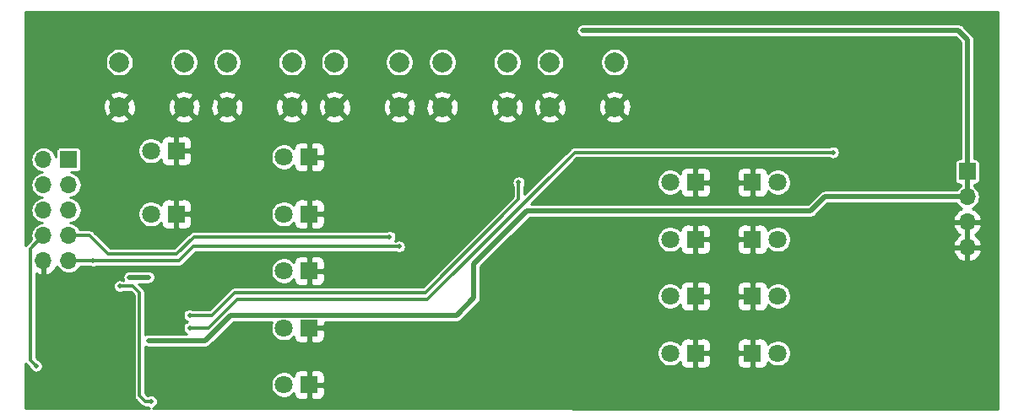
<source format=gbr>
G04 #@! TF.GenerationSoftware,KiCad,Pcbnew,(5.1.4)-1*
G04 #@! TF.CreationDate,2020-07-08T19:25:42+02:00*
G04 #@! TF.ProjectId,SBIO3,5342494f-332e-46b6-9963-61645f706362,rev?*
G04 #@! TF.SameCoordinates,Original*
G04 #@! TF.FileFunction,Copper,L2,Bot*
G04 #@! TF.FilePolarity,Positive*
%FSLAX46Y46*%
G04 Gerber Fmt 4.6, Leading zero omitted, Abs format (unit mm)*
G04 Created by KiCad (PCBNEW (5.1.4)-1) date 2020-07-08 19:25:42*
%MOMM*%
%LPD*%
G04 APERTURE LIST*
%ADD10C,1.800000*%
%ADD11R,1.800000X1.800000*%
%ADD12O,1.700000X1.700000*%
%ADD13R,1.700000X1.700000*%
%ADD14C,2.000000*%
%ADD15C,0.500000*%
%ADD16C,0.300000*%
%ADD17C,0.500000*%
%ADD18C,0.254000*%
G04 APERTURE END LIST*
D10*
X88265000Y-146050000D03*
D11*
X90805000Y-146050000D03*
D10*
X88265000Y-152400000D03*
D11*
X90805000Y-152400000D03*
D12*
X170116500Y-155765500D03*
X170116500Y-153225500D03*
X170116500Y-150685500D03*
D13*
X170116500Y-148145500D03*
D12*
X77470000Y-157099000D03*
X80010000Y-157099000D03*
X77470000Y-154559000D03*
X80010000Y-154559000D03*
X77470000Y-152019000D03*
X80010000Y-152019000D03*
X77470000Y-149479000D03*
X80010000Y-149479000D03*
X77470000Y-146939000D03*
D13*
X80010000Y-146939000D03*
D14*
X134770000Y-137160000D03*
X134770000Y-141660000D03*
X128270000Y-137160000D03*
X128270000Y-141660000D03*
D11*
X104140000Y-169545000D03*
D10*
X101600000Y-169545000D03*
X101600000Y-163830000D03*
D11*
X104140000Y-163830000D03*
D10*
X101600000Y-152400000D03*
D11*
X104140000Y-152400000D03*
D10*
X140335000Y-149225000D03*
D11*
X142875000Y-149225000D03*
X148590000Y-160655000D03*
D10*
X151130000Y-160655000D03*
D14*
X123975000Y-137160000D03*
X123975000Y-141660000D03*
X117475000Y-137160000D03*
X117475000Y-141660000D03*
X85090000Y-141660000D03*
X85090000Y-137160000D03*
X91590000Y-141660000D03*
X91590000Y-137160000D03*
X113180000Y-137160000D03*
X113180000Y-141660000D03*
X106680000Y-137160000D03*
X106680000Y-141660000D03*
X95885000Y-141660000D03*
X95885000Y-137160000D03*
X102385000Y-141660000D03*
X102385000Y-137160000D03*
D10*
X101600000Y-158115000D03*
D11*
X104140000Y-158115000D03*
D10*
X151130000Y-149225000D03*
D11*
X148590000Y-149225000D03*
X142875000Y-160655000D03*
D10*
X140335000Y-160655000D03*
D11*
X148590000Y-166370000D03*
D10*
X151130000Y-166370000D03*
D11*
X142875000Y-166370000D03*
D10*
X140335000Y-166370000D03*
D11*
X148590000Y-154940000D03*
D10*
X151130000Y-154940000D03*
X140335000Y-154940000D03*
D11*
X142875000Y-154940000D03*
D10*
X101600000Y-146685000D03*
D11*
X104140000Y-146685000D03*
D15*
X163830000Y-165481000D03*
X164338000Y-155257500D03*
X156718000Y-140208000D03*
X141478000Y-138493500D03*
X79248000Y-165100000D03*
X88011000Y-165100000D03*
X86106000Y-158750000D03*
X88011000Y-158750000D03*
X120650000Y-159385000D03*
X131572000Y-133985000D03*
X113140000Y-155680000D03*
X82469000Y-157099000D03*
X76740000Y-167650000D03*
X112190000Y-154690000D03*
X156660000Y-146210000D03*
X92130000Y-163830000D03*
X92130000Y-162560000D03*
X125140000Y-149240000D03*
X88280000Y-171240000D03*
X85120000Y-159660000D03*
D16*
X148590000Y-160655000D02*
X148590000Y-166370000D01*
D17*
X170116500Y-153225500D02*
X170116500Y-155765500D01*
D16*
X142875000Y-160655000D02*
X142875000Y-166370000D01*
X148590000Y-154940000D02*
X148590000Y-160655000D01*
X142875000Y-154940000D02*
X142875000Y-160655000D01*
D17*
X93726000Y-165100000D02*
X88011000Y-165100000D01*
X118935500Y-162560000D02*
X96266000Y-162560000D01*
X155829000Y-150685500D02*
X154432000Y-152082500D01*
X120650000Y-160845500D02*
X118935500Y-162560000D01*
X170116500Y-150685500D02*
X155829000Y-150685500D01*
X170116500Y-134874000D02*
X169227500Y-133985000D01*
X170116500Y-148145500D02*
X170116500Y-134874000D01*
X125984000Y-152082500D02*
X120650000Y-157416500D01*
X88011000Y-158750000D02*
X86106000Y-158750000D01*
X96266000Y-162560000D02*
X93726000Y-165100000D01*
X169227500Y-133985000D02*
X131572000Y-133985000D01*
X170116500Y-148145500D02*
X170116500Y-150685500D01*
X120650000Y-159385000D02*
X120650000Y-160845500D01*
X120650000Y-157416500D02*
X120650000Y-159385000D01*
X154432000Y-152082500D02*
X125984000Y-152082500D01*
D16*
X82469000Y-157099000D02*
X91091000Y-157099000D01*
X92510000Y-155680000D02*
X113140000Y-155680000D01*
X80010000Y-157099000D02*
X82469000Y-157099000D01*
X91091000Y-157099000D02*
X92510000Y-155680000D01*
X77470000Y-154570000D02*
X76150000Y-155890000D01*
X76150000Y-155890000D02*
X76150000Y-167060000D01*
X76150000Y-167060000D02*
X76740000Y-167650000D01*
X77470000Y-154559000D02*
X77470000Y-154570000D01*
X80010000Y-154559000D02*
X82069000Y-154559000D01*
X92580000Y-154690000D02*
X112190000Y-154690000D01*
X83940000Y-156430000D02*
X90840000Y-156430000D01*
X90840000Y-156430000D02*
X92580000Y-154690000D01*
X82069000Y-154559000D02*
X83940000Y-156430000D01*
X92130000Y-163830000D02*
X94000000Y-163830000D01*
X130750000Y-146210000D02*
X156660000Y-146210000D01*
X94000000Y-163830000D02*
X96870000Y-160960000D01*
X96870000Y-160960000D02*
X116000000Y-160960000D01*
X116000000Y-160960000D02*
X130750000Y-146210000D01*
X92130000Y-162560000D02*
X94370000Y-162560000D01*
X115750000Y-160310000D02*
X125140000Y-150920000D01*
X125140000Y-150920000D02*
X125140000Y-149240000D01*
X96620000Y-160310000D02*
X115750000Y-160310000D01*
X94370000Y-162560000D02*
X96620000Y-160310000D01*
X87120000Y-170640000D02*
X87720000Y-171240000D01*
X87120000Y-170050000D02*
X87120000Y-170640000D01*
X87720000Y-171240000D02*
X88280000Y-171240000D01*
X87120000Y-160340000D02*
X87120000Y-170050000D01*
X86440000Y-159660000D02*
X87120000Y-160340000D01*
X85850000Y-159660000D02*
X86440000Y-159660000D01*
X85120000Y-159660000D02*
X85850000Y-159660000D01*
D18*
G36*
X173228000Y-171957917D02*
G01*
X88417840Y-171902846D01*
X88477474Y-171890984D01*
X88600680Y-171839950D01*
X88711563Y-171765860D01*
X88805860Y-171671563D01*
X88879950Y-171560680D01*
X88930984Y-171437474D01*
X88957000Y-171306679D01*
X88957000Y-171173321D01*
X88930984Y-171042526D01*
X88879950Y-170919320D01*
X88805860Y-170808437D01*
X88711563Y-170714140D01*
X88600680Y-170640050D01*
X88477474Y-170589016D01*
X88346679Y-170563000D01*
X88213321Y-170563000D01*
X88082526Y-170589016D01*
X87959320Y-170640050D01*
X87945372Y-170649370D01*
X87697000Y-170400999D01*
X87697000Y-169414302D01*
X100273000Y-169414302D01*
X100273000Y-169675698D01*
X100323996Y-169932072D01*
X100424028Y-170173570D01*
X100569252Y-170390913D01*
X100754087Y-170575748D01*
X100971430Y-170720972D01*
X101212928Y-170821004D01*
X101469302Y-170872000D01*
X101730698Y-170872000D01*
X101987072Y-170821004D01*
X102228570Y-170720972D01*
X102445913Y-170575748D01*
X102602055Y-170419606D01*
X102601928Y-170445000D01*
X102614188Y-170569482D01*
X102650498Y-170689180D01*
X102709463Y-170799494D01*
X102788815Y-170896185D01*
X102885506Y-170975537D01*
X102995820Y-171034502D01*
X103115518Y-171070812D01*
X103240000Y-171083072D01*
X103854250Y-171080000D01*
X104013000Y-170921250D01*
X104013000Y-169672000D01*
X104267000Y-169672000D01*
X104267000Y-170921250D01*
X104425750Y-171080000D01*
X105040000Y-171083072D01*
X105164482Y-171070812D01*
X105284180Y-171034502D01*
X105394494Y-170975537D01*
X105491185Y-170896185D01*
X105570537Y-170799494D01*
X105629502Y-170689180D01*
X105665812Y-170569482D01*
X105678072Y-170445000D01*
X105675000Y-169830750D01*
X105516250Y-169672000D01*
X104267000Y-169672000D01*
X104013000Y-169672000D01*
X103993000Y-169672000D01*
X103993000Y-169418000D01*
X104013000Y-169418000D01*
X104013000Y-168168750D01*
X104267000Y-168168750D01*
X104267000Y-169418000D01*
X105516250Y-169418000D01*
X105675000Y-169259250D01*
X105678072Y-168645000D01*
X105665812Y-168520518D01*
X105629502Y-168400820D01*
X105570537Y-168290506D01*
X105491185Y-168193815D01*
X105394494Y-168114463D01*
X105284180Y-168055498D01*
X105164482Y-168019188D01*
X105040000Y-168006928D01*
X104425750Y-168010000D01*
X104267000Y-168168750D01*
X104013000Y-168168750D01*
X103854250Y-168010000D01*
X103240000Y-168006928D01*
X103115518Y-168019188D01*
X102995820Y-168055498D01*
X102885506Y-168114463D01*
X102788815Y-168193815D01*
X102709463Y-168290506D01*
X102650498Y-168400820D01*
X102614188Y-168520518D01*
X102601928Y-168645000D01*
X102602055Y-168670394D01*
X102445913Y-168514252D01*
X102228570Y-168369028D01*
X101987072Y-168268996D01*
X101730698Y-168218000D01*
X101469302Y-168218000D01*
X101212928Y-168268996D01*
X100971430Y-168369028D01*
X100754087Y-168514252D01*
X100569252Y-168699087D01*
X100424028Y-168916430D01*
X100323996Y-169157928D01*
X100273000Y-169414302D01*
X87697000Y-169414302D01*
X87697000Y-166239302D01*
X139008000Y-166239302D01*
X139008000Y-166500698D01*
X139058996Y-166757072D01*
X139159028Y-166998570D01*
X139304252Y-167215913D01*
X139489087Y-167400748D01*
X139706430Y-167545972D01*
X139947928Y-167646004D01*
X140204302Y-167697000D01*
X140465698Y-167697000D01*
X140722072Y-167646004D01*
X140963570Y-167545972D01*
X141180913Y-167400748D01*
X141337055Y-167244606D01*
X141336928Y-167270000D01*
X141349188Y-167394482D01*
X141385498Y-167514180D01*
X141444463Y-167624494D01*
X141523815Y-167721185D01*
X141620506Y-167800537D01*
X141730820Y-167859502D01*
X141850518Y-167895812D01*
X141975000Y-167908072D01*
X142589250Y-167905000D01*
X142748000Y-167746250D01*
X142748000Y-166497000D01*
X143002000Y-166497000D01*
X143002000Y-167746250D01*
X143160750Y-167905000D01*
X143775000Y-167908072D01*
X143899482Y-167895812D01*
X144019180Y-167859502D01*
X144129494Y-167800537D01*
X144226185Y-167721185D01*
X144305537Y-167624494D01*
X144364502Y-167514180D01*
X144400812Y-167394482D01*
X144413072Y-167270000D01*
X147051928Y-167270000D01*
X147064188Y-167394482D01*
X147100498Y-167514180D01*
X147159463Y-167624494D01*
X147238815Y-167721185D01*
X147335506Y-167800537D01*
X147445820Y-167859502D01*
X147565518Y-167895812D01*
X147690000Y-167908072D01*
X148304250Y-167905000D01*
X148463000Y-167746250D01*
X148463000Y-166497000D01*
X147213750Y-166497000D01*
X147055000Y-166655750D01*
X147051928Y-167270000D01*
X144413072Y-167270000D01*
X144410000Y-166655750D01*
X144251250Y-166497000D01*
X143002000Y-166497000D01*
X142748000Y-166497000D01*
X142728000Y-166497000D01*
X142728000Y-166243000D01*
X142748000Y-166243000D01*
X142748000Y-164993750D01*
X143002000Y-164993750D01*
X143002000Y-166243000D01*
X144251250Y-166243000D01*
X144410000Y-166084250D01*
X144413072Y-165470000D01*
X147051928Y-165470000D01*
X147055000Y-166084250D01*
X147213750Y-166243000D01*
X148463000Y-166243000D01*
X148463000Y-164993750D01*
X148717000Y-164993750D01*
X148717000Y-166243000D01*
X148737000Y-166243000D01*
X148737000Y-166497000D01*
X148717000Y-166497000D01*
X148717000Y-167746250D01*
X148875750Y-167905000D01*
X149490000Y-167908072D01*
X149614482Y-167895812D01*
X149734180Y-167859502D01*
X149844494Y-167800537D01*
X149941185Y-167721185D01*
X150020537Y-167624494D01*
X150079502Y-167514180D01*
X150115812Y-167394482D01*
X150128072Y-167270000D01*
X150127945Y-167244606D01*
X150284087Y-167400748D01*
X150501430Y-167545972D01*
X150742928Y-167646004D01*
X150999302Y-167697000D01*
X151260698Y-167697000D01*
X151517072Y-167646004D01*
X151758570Y-167545972D01*
X151975913Y-167400748D01*
X152160748Y-167215913D01*
X152305972Y-166998570D01*
X152406004Y-166757072D01*
X152457000Y-166500698D01*
X152457000Y-166239302D01*
X152406004Y-165982928D01*
X152305972Y-165741430D01*
X152160748Y-165524087D01*
X151975913Y-165339252D01*
X151758570Y-165194028D01*
X151517072Y-165093996D01*
X151260698Y-165043000D01*
X150999302Y-165043000D01*
X150742928Y-165093996D01*
X150501430Y-165194028D01*
X150284087Y-165339252D01*
X150127945Y-165495394D01*
X150128072Y-165470000D01*
X150115812Y-165345518D01*
X150079502Y-165225820D01*
X150020537Y-165115506D01*
X149941185Y-165018815D01*
X149844494Y-164939463D01*
X149734180Y-164880498D01*
X149614482Y-164844188D01*
X149490000Y-164831928D01*
X148875750Y-164835000D01*
X148717000Y-164993750D01*
X148463000Y-164993750D01*
X148304250Y-164835000D01*
X147690000Y-164831928D01*
X147565518Y-164844188D01*
X147445820Y-164880498D01*
X147335506Y-164939463D01*
X147238815Y-165018815D01*
X147159463Y-165115506D01*
X147100498Y-165225820D01*
X147064188Y-165345518D01*
X147051928Y-165470000D01*
X144413072Y-165470000D01*
X144400812Y-165345518D01*
X144364502Y-165225820D01*
X144305537Y-165115506D01*
X144226185Y-165018815D01*
X144129494Y-164939463D01*
X144019180Y-164880498D01*
X143899482Y-164844188D01*
X143775000Y-164831928D01*
X143160750Y-164835000D01*
X143002000Y-164993750D01*
X142748000Y-164993750D01*
X142589250Y-164835000D01*
X141975000Y-164831928D01*
X141850518Y-164844188D01*
X141730820Y-164880498D01*
X141620506Y-164939463D01*
X141523815Y-165018815D01*
X141444463Y-165115506D01*
X141385498Y-165225820D01*
X141349188Y-165345518D01*
X141336928Y-165470000D01*
X141337055Y-165495394D01*
X141180913Y-165339252D01*
X140963570Y-165194028D01*
X140722072Y-165093996D01*
X140465698Y-165043000D01*
X140204302Y-165043000D01*
X139947928Y-165093996D01*
X139706430Y-165194028D01*
X139489087Y-165339252D01*
X139304252Y-165524087D01*
X139159028Y-165741430D01*
X139058996Y-165982928D01*
X139008000Y-166239302D01*
X87697000Y-166239302D01*
X87697000Y-165702717D01*
X87721208Y-165712744D01*
X87750670Y-165728492D01*
X87782636Y-165738189D01*
X87813526Y-165750984D01*
X87846315Y-165757506D01*
X87878285Y-165767204D01*
X87911536Y-165770479D01*
X87944321Y-165777000D01*
X93692755Y-165777000D01*
X93726000Y-165780274D01*
X93759245Y-165777000D01*
X93759252Y-165777000D01*
X93858715Y-165767204D01*
X93986330Y-165728492D01*
X94103941Y-165665628D01*
X94207027Y-165581027D01*
X94228226Y-165555196D01*
X96546422Y-163237000D01*
X100409294Y-163237000D01*
X100323996Y-163442928D01*
X100273000Y-163699302D01*
X100273000Y-163960698D01*
X100323996Y-164217072D01*
X100424028Y-164458570D01*
X100569252Y-164675913D01*
X100754087Y-164860748D01*
X100971430Y-165005972D01*
X101212928Y-165106004D01*
X101469302Y-165157000D01*
X101730698Y-165157000D01*
X101987072Y-165106004D01*
X102228570Y-165005972D01*
X102445913Y-164860748D01*
X102602055Y-164704606D01*
X102601928Y-164730000D01*
X102614188Y-164854482D01*
X102650498Y-164974180D01*
X102709463Y-165084494D01*
X102788815Y-165181185D01*
X102885506Y-165260537D01*
X102995820Y-165319502D01*
X103115518Y-165355812D01*
X103240000Y-165368072D01*
X103854250Y-165365000D01*
X104013000Y-165206250D01*
X104013000Y-163957000D01*
X104267000Y-163957000D01*
X104267000Y-165206250D01*
X104425750Y-165365000D01*
X105040000Y-165368072D01*
X105164482Y-165355812D01*
X105284180Y-165319502D01*
X105394494Y-165260537D01*
X105491185Y-165181185D01*
X105570537Y-165084494D01*
X105629502Y-164974180D01*
X105665812Y-164854482D01*
X105678072Y-164730000D01*
X105675000Y-164115750D01*
X105516250Y-163957000D01*
X104267000Y-163957000D01*
X104013000Y-163957000D01*
X103993000Y-163957000D01*
X103993000Y-163703000D01*
X104013000Y-163703000D01*
X104013000Y-163683000D01*
X104267000Y-163683000D01*
X104267000Y-163703000D01*
X105516250Y-163703000D01*
X105675000Y-163544250D01*
X105676537Y-163237000D01*
X118902255Y-163237000D01*
X118935500Y-163240274D01*
X118968745Y-163237000D01*
X118968752Y-163237000D01*
X119068215Y-163227204D01*
X119195830Y-163188492D01*
X119313441Y-163125628D01*
X119416527Y-163041027D01*
X119437726Y-163015196D01*
X121105196Y-161347726D01*
X121131027Y-161326527D01*
X121215628Y-161223441D01*
X121278492Y-161105830D01*
X121317204Y-160978215D01*
X121327000Y-160878752D01*
X121327000Y-160878743D01*
X121330274Y-160845501D01*
X121327000Y-160812259D01*
X121327000Y-160524302D01*
X139008000Y-160524302D01*
X139008000Y-160785698D01*
X139058996Y-161042072D01*
X139159028Y-161283570D01*
X139304252Y-161500913D01*
X139489087Y-161685748D01*
X139706430Y-161830972D01*
X139947928Y-161931004D01*
X140204302Y-161982000D01*
X140465698Y-161982000D01*
X140722072Y-161931004D01*
X140963570Y-161830972D01*
X141180913Y-161685748D01*
X141337055Y-161529606D01*
X141336928Y-161555000D01*
X141349188Y-161679482D01*
X141385498Y-161799180D01*
X141444463Y-161909494D01*
X141523815Y-162006185D01*
X141620506Y-162085537D01*
X141730820Y-162144502D01*
X141850518Y-162180812D01*
X141975000Y-162193072D01*
X142589250Y-162190000D01*
X142748000Y-162031250D01*
X142748000Y-160782000D01*
X143002000Y-160782000D01*
X143002000Y-162031250D01*
X143160750Y-162190000D01*
X143775000Y-162193072D01*
X143899482Y-162180812D01*
X144019180Y-162144502D01*
X144129494Y-162085537D01*
X144226185Y-162006185D01*
X144305537Y-161909494D01*
X144364502Y-161799180D01*
X144400812Y-161679482D01*
X144413072Y-161555000D01*
X147051928Y-161555000D01*
X147064188Y-161679482D01*
X147100498Y-161799180D01*
X147159463Y-161909494D01*
X147238815Y-162006185D01*
X147335506Y-162085537D01*
X147445820Y-162144502D01*
X147565518Y-162180812D01*
X147690000Y-162193072D01*
X148304250Y-162190000D01*
X148463000Y-162031250D01*
X148463000Y-160782000D01*
X147213750Y-160782000D01*
X147055000Y-160940750D01*
X147051928Y-161555000D01*
X144413072Y-161555000D01*
X144410000Y-160940750D01*
X144251250Y-160782000D01*
X143002000Y-160782000D01*
X142748000Y-160782000D01*
X142728000Y-160782000D01*
X142728000Y-160528000D01*
X142748000Y-160528000D01*
X142748000Y-159278750D01*
X143002000Y-159278750D01*
X143002000Y-160528000D01*
X144251250Y-160528000D01*
X144410000Y-160369250D01*
X144413072Y-159755000D01*
X147051928Y-159755000D01*
X147055000Y-160369250D01*
X147213750Y-160528000D01*
X148463000Y-160528000D01*
X148463000Y-159278750D01*
X148717000Y-159278750D01*
X148717000Y-160528000D01*
X148737000Y-160528000D01*
X148737000Y-160782000D01*
X148717000Y-160782000D01*
X148717000Y-162031250D01*
X148875750Y-162190000D01*
X149490000Y-162193072D01*
X149614482Y-162180812D01*
X149734180Y-162144502D01*
X149844494Y-162085537D01*
X149941185Y-162006185D01*
X150020537Y-161909494D01*
X150079502Y-161799180D01*
X150115812Y-161679482D01*
X150128072Y-161555000D01*
X150127945Y-161529606D01*
X150284087Y-161685748D01*
X150501430Y-161830972D01*
X150742928Y-161931004D01*
X150999302Y-161982000D01*
X151260698Y-161982000D01*
X151517072Y-161931004D01*
X151758570Y-161830972D01*
X151975913Y-161685748D01*
X152160748Y-161500913D01*
X152305972Y-161283570D01*
X152406004Y-161042072D01*
X152457000Y-160785698D01*
X152457000Y-160524302D01*
X152406004Y-160267928D01*
X152305972Y-160026430D01*
X152160748Y-159809087D01*
X151975913Y-159624252D01*
X151758570Y-159479028D01*
X151517072Y-159378996D01*
X151260698Y-159328000D01*
X150999302Y-159328000D01*
X150742928Y-159378996D01*
X150501430Y-159479028D01*
X150284087Y-159624252D01*
X150127945Y-159780394D01*
X150128072Y-159755000D01*
X150115812Y-159630518D01*
X150079502Y-159510820D01*
X150020537Y-159400506D01*
X149941185Y-159303815D01*
X149844494Y-159224463D01*
X149734180Y-159165498D01*
X149614482Y-159129188D01*
X149490000Y-159116928D01*
X148875750Y-159120000D01*
X148717000Y-159278750D01*
X148463000Y-159278750D01*
X148304250Y-159120000D01*
X147690000Y-159116928D01*
X147565518Y-159129188D01*
X147445820Y-159165498D01*
X147335506Y-159224463D01*
X147238815Y-159303815D01*
X147159463Y-159400506D01*
X147100498Y-159510820D01*
X147064188Y-159630518D01*
X147051928Y-159755000D01*
X144413072Y-159755000D01*
X144400812Y-159630518D01*
X144364502Y-159510820D01*
X144305537Y-159400506D01*
X144226185Y-159303815D01*
X144129494Y-159224463D01*
X144019180Y-159165498D01*
X143899482Y-159129188D01*
X143775000Y-159116928D01*
X143160750Y-159120000D01*
X143002000Y-159278750D01*
X142748000Y-159278750D01*
X142589250Y-159120000D01*
X141975000Y-159116928D01*
X141850518Y-159129188D01*
X141730820Y-159165498D01*
X141620506Y-159224463D01*
X141523815Y-159303815D01*
X141444463Y-159400506D01*
X141385498Y-159510820D01*
X141349188Y-159630518D01*
X141336928Y-159755000D01*
X141337055Y-159780394D01*
X141180913Y-159624252D01*
X140963570Y-159479028D01*
X140722072Y-159378996D01*
X140465698Y-159328000D01*
X140204302Y-159328000D01*
X139947928Y-159378996D01*
X139706430Y-159479028D01*
X139489087Y-159624252D01*
X139304252Y-159809087D01*
X139159028Y-160026430D01*
X139058996Y-160267928D01*
X139008000Y-160524302D01*
X121327000Y-160524302D01*
X121327000Y-157696922D01*
X124214620Y-154809302D01*
X139008000Y-154809302D01*
X139008000Y-155070698D01*
X139058996Y-155327072D01*
X139159028Y-155568570D01*
X139304252Y-155785913D01*
X139489087Y-155970748D01*
X139706430Y-156115972D01*
X139947928Y-156216004D01*
X140204302Y-156267000D01*
X140465698Y-156267000D01*
X140722072Y-156216004D01*
X140963570Y-156115972D01*
X141180913Y-155970748D01*
X141337055Y-155814606D01*
X141336928Y-155840000D01*
X141349188Y-155964482D01*
X141385498Y-156084180D01*
X141444463Y-156194494D01*
X141523815Y-156291185D01*
X141620506Y-156370537D01*
X141730820Y-156429502D01*
X141850518Y-156465812D01*
X141975000Y-156478072D01*
X142589250Y-156475000D01*
X142748000Y-156316250D01*
X142748000Y-155067000D01*
X143002000Y-155067000D01*
X143002000Y-156316250D01*
X143160750Y-156475000D01*
X143775000Y-156478072D01*
X143899482Y-156465812D01*
X144019180Y-156429502D01*
X144129494Y-156370537D01*
X144226185Y-156291185D01*
X144305537Y-156194494D01*
X144364502Y-156084180D01*
X144400812Y-155964482D01*
X144413072Y-155840000D01*
X147051928Y-155840000D01*
X147064188Y-155964482D01*
X147100498Y-156084180D01*
X147159463Y-156194494D01*
X147238815Y-156291185D01*
X147335506Y-156370537D01*
X147445820Y-156429502D01*
X147565518Y-156465812D01*
X147690000Y-156478072D01*
X148304250Y-156475000D01*
X148463000Y-156316250D01*
X148463000Y-155067000D01*
X147213750Y-155067000D01*
X147055000Y-155225750D01*
X147051928Y-155840000D01*
X144413072Y-155840000D01*
X144410000Y-155225750D01*
X144251250Y-155067000D01*
X143002000Y-155067000D01*
X142748000Y-155067000D01*
X142728000Y-155067000D01*
X142728000Y-154813000D01*
X142748000Y-154813000D01*
X142748000Y-153563750D01*
X143002000Y-153563750D01*
X143002000Y-154813000D01*
X144251250Y-154813000D01*
X144410000Y-154654250D01*
X144413072Y-154040000D01*
X147051928Y-154040000D01*
X147055000Y-154654250D01*
X147213750Y-154813000D01*
X148463000Y-154813000D01*
X148463000Y-153563750D01*
X148717000Y-153563750D01*
X148717000Y-154813000D01*
X148737000Y-154813000D01*
X148737000Y-155067000D01*
X148717000Y-155067000D01*
X148717000Y-156316250D01*
X148875750Y-156475000D01*
X149490000Y-156478072D01*
X149614482Y-156465812D01*
X149734180Y-156429502D01*
X149844494Y-156370537D01*
X149941185Y-156291185D01*
X150020537Y-156194494D01*
X150079502Y-156084180D01*
X150115812Y-155964482D01*
X150128072Y-155840000D01*
X150127945Y-155814606D01*
X150284087Y-155970748D01*
X150501430Y-156115972D01*
X150742928Y-156216004D01*
X150999302Y-156267000D01*
X151260698Y-156267000D01*
X151517072Y-156216004D01*
X151743075Y-156122390D01*
X168675024Y-156122390D01*
X168719675Y-156269599D01*
X168844859Y-156532420D01*
X169018912Y-156765769D01*
X169235145Y-156960678D01*
X169485248Y-157109657D01*
X169759609Y-157206981D01*
X169989500Y-157086314D01*
X169989500Y-155892500D01*
X170243500Y-155892500D01*
X170243500Y-157086314D01*
X170473391Y-157206981D01*
X170747752Y-157109657D01*
X170997855Y-156960678D01*
X171214088Y-156765769D01*
X171388141Y-156532420D01*
X171513325Y-156269599D01*
X171557976Y-156122390D01*
X171436655Y-155892500D01*
X170243500Y-155892500D01*
X169989500Y-155892500D01*
X168796345Y-155892500D01*
X168675024Y-156122390D01*
X151743075Y-156122390D01*
X151758570Y-156115972D01*
X151975913Y-155970748D01*
X152160748Y-155785913D01*
X152305972Y-155568570D01*
X152406004Y-155327072D01*
X152457000Y-155070698D01*
X152457000Y-154809302D01*
X152406004Y-154552928D01*
X152305972Y-154311430D01*
X152160748Y-154094087D01*
X151975913Y-153909252D01*
X151758570Y-153764028D01*
X151517072Y-153663996D01*
X151260698Y-153613000D01*
X150999302Y-153613000D01*
X150742928Y-153663996D01*
X150501430Y-153764028D01*
X150284087Y-153909252D01*
X150127945Y-154065394D01*
X150128072Y-154040000D01*
X150115812Y-153915518D01*
X150079502Y-153795820D01*
X150020537Y-153685506D01*
X149941185Y-153588815D01*
X149933357Y-153582390D01*
X168675024Y-153582390D01*
X168719675Y-153729599D01*
X168844859Y-153992420D01*
X169018912Y-154225769D01*
X169235145Y-154420678D01*
X169360755Y-154495500D01*
X169235145Y-154570322D01*
X169018912Y-154765231D01*
X168844859Y-154998580D01*
X168719675Y-155261401D01*
X168675024Y-155408610D01*
X168796345Y-155638500D01*
X169989500Y-155638500D01*
X169989500Y-153352500D01*
X170243500Y-153352500D01*
X170243500Y-155638500D01*
X171436655Y-155638500D01*
X171557976Y-155408610D01*
X171513325Y-155261401D01*
X171388141Y-154998580D01*
X171214088Y-154765231D01*
X170997855Y-154570322D01*
X170872245Y-154495500D01*
X170997855Y-154420678D01*
X171214088Y-154225769D01*
X171388141Y-153992420D01*
X171513325Y-153729599D01*
X171557976Y-153582390D01*
X171436655Y-153352500D01*
X170243500Y-153352500D01*
X169989500Y-153352500D01*
X168796345Y-153352500D01*
X168675024Y-153582390D01*
X149933357Y-153582390D01*
X149844494Y-153509463D01*
X149734180Y-153450498D01*
X149614482Y-153414188D01*
X149490000Y-153401928D01*
X148875750Y-153405000D01*
X148717000Y-153563750D01*
X148463000Y-153563750D01*
X148304250Y-153405000D01*
X147690000Y-153401928D01*
X147565518Y-153414188D01*
X147445820Y-153450498D01*
X147335506Y-153509463D01*
X147238815Y-153588815D01*
X147159463Y-153685506D01*
X147100498Y-153795820D01*
X147064188Y-153915518D01*
X147051928Y-154040000D01*
X144413072Y-154040000D01*
X144400812Y-153915518D01*
X144364502Y-153795820D01*
X144305537Y-153685506D01*
X144226185Y-153588815D01*
X144129494Y-153509463D01*
X144019180Y-153450498D01*
X143899482Y-153414188D01*
X143775000Y-153401928D01*
X143160750Y-153405000D01*
X143002000Y-153563750D01*
X142748000Y-153563750D01*
X142589250Y-153405000D01*
X141975000Y-153401928D01*
X141850518Y-153414188D01*
X141730820Y-153450498D01*
X141620506Y-153509463D01*
X141523815Y-153588815D01*
X141444463Y-153685506D01*
X141385498Y-153795820D01*
X141349188Y-153915518D01*
X141336928Y-154040000D01*
X141337055Y-154065394D01*
X141180913Y-153909252D01*
X140963570Y-153764028D01*
X140722072Y-153663996D01*
X140465698Y-153613000D01*
X140204302Y-153613000D01*
X139947928Y-153663996D01*
X139706430Y-153764028D01*
X139489087Y-153909252D01*
X139304252Y-154094087D01*
X139159028Y-154311430D01*
X139058996Y-154552928D01*
X139008000Y-154809302D01*
X124214620Y-154809302D01*
X126264422Y-152759500D01*
X154398755Y-152759500D01*
X154432000Y-152762774D01*
X154465245Y-152759500D01*
X154465252Y-152759500D01*
X154564715Y-152749704D01*
X154692330Y-152710992D01*
X154809941Y-152648128D01*
X154913027Y-152563527D01*
X154934226Y-152537696D01*
X156109422Y-151362500D01*
X169030389Y-151362500D01*
X169049576Y-151398396D01*
X169209156Y-151592844D01*
X169403604Y-151752424D01*
X169581150Y-151847324D01*
X169485248Y-151881343D01*
X169235145Y-152030322D01*
X169018912Y-152225231D01*
X168844859Y-152458580D01*
X168719675Y-152721401D01*
X168675024Y-152868610D01*
X168796345Y-153098500D01*
X169989500Y-153098500D01*
X169989500Y-153078500D01*
X170243500Y-153078500D01*
X170243500Y-153098500D01*
X171436655Y-153098500D01*
X171557976Y-152868610D01*
X171513325Y-152721401D01*
X171388141Y-152458580D01*
X171214088Y-152225231D01*
X170997855Y-152030322D01*
X170747752Y-151881343D01*
X170651850Y-151847324D01*
X170829396Y-151752424D01*
X171023844Y-151592844D01*
X171183424Y-151398396D01*
X171302002Y-151176551D01*
X171375022Y-150935836D01*
X171399678Y-150685500D01*
X171375022Y-150435164D01*
X171302002Y-150194449D01*
X171183424Y-149972604D01*
X171023844Y-149778156D01*
X170829396Y-149618576D01*
X170793500Y-149599389D01*
X170793500Y-149424566D01*
X170966500Y-149424566D01*
X171050207Y-149416322D01*
X171130696Y-149391905D01*
X171204876Y-149352255D01*
X171269895Y-149298895D01*
X171323255Y-149233876D01*
X171362905Y-149159696D01*
X171387322Y-149079207D01*
X171395566Y-148995500D01*
X171395566Y-147295500D01*
X171387322Y-147211793D01*
X171362905Y-147131304D01*
X171323255Y-147057124D01*
X171269895Y-146992105D01*
X171204876Y-146938745D01*
X171130696Y-146899095D01*
X171050207Y-146874678D01*
X170966500Y-146866434D01*
X170793500Y-146866434D01*
X170793500Y-134907252D01*
X170796775Y-134874000D01*
X170783704Y-134741285D01*
X170744992Y-134613670D01*
X170682128Y-134496059D01*
X170618724Y-134418801D01*
X170618722Y-134418799D01*
X170597527Y-134392973D01*
X170571701Y-134371778D01*
X169729726Y-133529804D01*
X169708527Y-133503973D01*
X169605441Y-133419372D01*
X169487830Y-133356508D01*
X169360215Y-133317796D01*
X169260752Y-133308000D01*
X169260745Y-133308000D01*
X169227500Y-133304726D01*
X169194255Y-133308000D01*
X131505321Y-133308000D01*
X131472536Y-133314521D01*
X131439285Y-133317796D01*
X131407315Y-133327494D01*
X131374526Y-133334016D01*
X131343636Y-133346811D01*
X131311670Y-133356508D01*
X131282208Y-133372256D01*
X131251320Y-133385050D01*
X131223524Y-133403623D01*
X131194059Y-133419372D01*
X131168231Y-133440568D01*
X131140437Y-133459140D01*
X131116801Y-133482776D01*
X131090973Y-133503973D01*
X131069778Y-133529799D01*
X131046140Y-133553437D01*
X131027568Y-133581231D01*
X131006372Y-133607059D01*
X130990623Y-133636524D01*
X130972050Y-133664320D01*
X130959256Y-133695208D01*
X130943508Y-133724670D01*
X130933811Y-133756636D01*
X130921016Y-133787526D01*
X130914494Y-133820315D01*
X130904796Y-133852285D01*
X130901521Y-133885536D01*
X130895000Y-133918321D01*
X130895000Y-133951748D01*
X130891725Y-133985000D01*
X130895000Y-134018252D01*
X130895000Y-134051679D01*
X130901521Y-134084464D01*
X130904796Y-134117715D01*
X130914494Y-134149685D01*
X130921016Y-134182474D01*
X130933811Y-134213364D01*
X130943508Y-134245330D01*
X130959256Y-134274792D01*
X130972050Y-134305680D01*
X130990623Y-134333476D01*
X131006372Y-134362941D01*
X131027568Y-134388769D01*
X131046140Y-134416563D01*
X131069778Y-134440201D01*
X131090973Y-134466027D01*
X131116799Y-134487222D01*
X131140437Y-134510860D01*
X131168231Y-134529432D01*
X131194059Y-134550628D01*
X131223524Y-134566377D01*
X131251320Y-134584950D01*
X131282208Y-134597744D01*
X131311670Y-134613492D01*
X131343636Y-134623189D01*
X131374526Y-134635984D01*
X131407315Y-134642506D01*
X131439285Y-134652204D01*
X131472536Y-134655479D01*
X131505321Y-134662000D01*
X168947078Y-134662000D01*
X169439501Y-135154424D01*
X169439500Y-146866434D01*
X169266500Y-146866434D01*
X169182793Y-146874678D01*
X169102304Y-146899095D01*
X169028124Y-146938745D01*
X168963105Y-146992105D01*
X168909745Y-147057124D01*
X168870095Y-147131304D01*
X168845678Y-147211793D01*
X168837434Y-147295500D01*
X168837434Y-148995500D01*
X168845678Y-149079207D01*
X168870095Y-149159696D01*
X168909745Y-149233876D01*
X168963105Y-149298895D01*
X169028124Y-149352255D01*
X169102304Y-149391905D01*
X169182793Y-149416322D01*
X169266500Y-149424566D01*
X169439501Y-149424566D01*
X169439501Y-149599389D01*
X169403604Y-149618576D01*
X169209156Y-149778156D01*
X169049576Y-149972604D01*
X169030389Y-150008500D01*
X155862241Y-150008500D01*
X155828999Y-150005226D01*
X155795757Y-150008500D01*
X155795748Y-150008500D01*
X155696285Y-150018296D01*
X155568670Y-150057008D01*
X155451059Y-150119872D01*
X155347973Y-150204473D01*
X155326774Y-150230304D01*
X154151578Y-151405500D01*
X126370502Y-151405500D01*
X128681700Y-149094302D01*
X139008000Y-149094302D01*
X139008000Y-149355698D01*
X139058996Y-149612072D01*
X139159028Y-149853570D01*
X139304252Y-150070913D01*
X139489087Y-150255748D01*
X139706430Y-150400972D01*
X139947928Y-150501004D01*
X140204302Y-150552000D01*
X140465698Y-150552000D01*
X140722072Y-150501004D01*
X140963570Y-150400972D01*
X141180913Y-150255748D01*
X141337055Y-150099606D01*
X141336928Y-150125000D01*
X141349188Y-150249482D01*
X141385498Y-150369180D01*
X141444463Y-150479494D01*
X141523815Y-150576185D01*
X141620506Y-150655537D01*
X141730820Y-150714502D01*
X141850518Y-150750812D01*
X141975000Y-150763072D01*
X142589250Y-150760000D01*
X142748000Y-150601250D01*
X142748000Y-149352000D01*
X143002000Y-149352000D01*
X143002000Y-150601250D01*
X143160750Y-150760000D01*
X143775000Y-150763072D01*
X143899482Y-150750812D01*
X144019180Y-150714502D01*
X144129494Y-150655537D01*
X144226185Y-150576185D01*
X144305537Y-150479494D01*
X144364502Y-150369180D01*
X144400812Y-150249482D01*
X144413072Y-150125000D01*
X147051928Y-150125000D01*
X147064188Y-150249482D01*
X147100498Y-150369180D01*
X147159463Y-150479494D01*
X147238815Y-150576185D01*
X147335506Y-150655537D01*
X147445820Y-150714502D01*
X147565518Y-150750812D01*
X147690000Y-150763072D01*
X148304250Y-150760000D01*
X148463000Y-150601250D01*
X148463000Y-149352000D01*
X147213750Y-149352000D01*
X147055000Y-149510750D01*
X147051928Y-150125000D01*
X144413072Y-150125000D01*
X144410000Y-149510750D01*
X144251250Y-149352000D01*
X143002000Y-149352000D01*
X142748000Y-149352000D01*
X142728000Y-149352000D01*
X142728000Y-149098000D01*
X142748000Y-149098000D01*
X142748000Y-147848750D01*
X143002000Y-147848750D01*
X143002000Y-149098000D01*
X144251250Y-149098000D01*
X144410000Y-148939250D01*
X144413072Y-148325000D01*
X147051928Y-148325000D01*
X147055000Y-148939250D01*
X147213750Y-149098000D01*
X148463000Y-149098000D01*
X148463000Y-147848750D01*
X148717000Y-147848750D01*
X148717000Y-149098000D01*
X148737000Y-149098000D01*
X148737000Y-149352000D01*
X148717000Y-149352000D01*
X148717000Y-150601250D01*
X148875750Y-150760000D01*
X149490000Y-150763072D01*
X149614482Y-150750812D01*
X149734180Y-150714502D01*
X149844494Y-150655537D01*
X149941185Y-150576185D01*
X150020537Y-150479494D01*
X150079502Y-150369180D01*
X150115812Y-150249482D01*
X150128072Y-150125000D01*
X150127945Y-150099606D01*
X150284087Y-150255748D01*
X150501430Y-150400972D01*
X150742928Y-150501004D01*
X150999302Y-150552000D01*
X151260698Y-150552000D01*
X151517072Y-150501004D01*
X151758570Y-150400972D01*
X151975913Y-150255748D01*
X152160748Y-150070913D01*
X152305972Y-149853570D01*
X152406004Y-149612072D01*
X152457000Y-149355698D01*
X152457000Y-149094302D01*
X152406004Y-148837928D01*
X152305972Y-148596430D01*
X152160748Y-148379087D01*
X151975913Y-148194252D01*
X151758570Y-148049028D01*
X151517072Y-147948996D01*
X151260698Y-147898000D01*
X150999302Y-147898000D01*
X150742928Y-147948996D01*
X150501430Y-148049028D01*
X150284087Y-148194252D01*
X150127945Y-148350394D01*
X150128072Y-148325000D01*
X150115812Y-148200518D01*
X150079502Y-148080820D01*
X150020537Y-147970506D01*
X149941185Y-147873815D01*
X149844494Y-147794463D01*
X149734180Y-147735498D01*
X149614482Y-147699188D01*
X149490000Y-147686928D01*
X148875750Y-147690000D01*
X148717000Y-147848750D01*
X148463000Y-147848750D01*
X148304250Y-147690000D01*
X147690000Y-147686928D01*
X147565518Y-147699188D01*
X147445820Y-147735498D01*
X147335506Y-147794463D01*
X147238815Y-147873815D01*
X147159463Y-147970506D01*
X147100498Y-148080820D01*
X147064188Y-148200518D01*
X147051928Y-148325000D01*
X144413072Y-148325000D01*
X144400812Y-148200518D01*
X144364502Y-148080820D01*
X144305537Y-147970506D01*
X144226185Y-147873815D01*
X144129494Y-147794463D01*
X144019180Y-147735498D01*
X143899482Y-147699188D01*
X143775000Y-147686928D01*
X143160750Y-147690000D01*
X143002000Y-147848750D01*
X142748000Y-147848750D01*
X142589250Y-147690000D01*
X141975000Y-147686928D01*
X141850518Y-147699188D01*
X141730820Y-147735498D01*
X141620506Y-147794463D01*
X141523815Y-147873815D01*
X141444463Y-147970506D01*
X141385498Y-148080820D01*
X141349188Y-148200518D01*
X141336928Y-148325000D01*
X141337055Y-148350394D01*
X141180913Y-148194252D01*
X140963570Y-148049028D01*
X140722072Y-147948996D01*
X140465698Y-147898000D01*
X140204302Y-147898000D01*
X139947928Y-147948996D01*
X139706430Y-148049028D01*
X139489087Y-148194252D01*
X139304252Y-148379087D01*
X139159028Y-148596430D01*
X139058996Y-148837928D01*
X139008000Y-149094302D01*
X128681700Y-149094302D01*
X130989002Y-146787000D01*
X156304973Y-146787000D01*
X156339320Y-146809950D01*
X156462526Y-146860984D01*
X156593321Y-146887000D01*
X156726679Y-146887000D01*
X156857474Y-146860984D01*
X156980680Y-146809950D01*
X157091563Y-146735860D01*
X157185860Y-146641563D01*
X157259950Y-146530680D01*
X157310984Y-146407474D01*
X157337000Y-146276679D01*
X157337000Y-146143321D01*
X157310984Y-146012526D01*
X157259950Y-145889320D01*
X157185860Y-145778437D01*
X157091563Y-145684140D01*
X156980680Y-145610050D01*
X156857474Y-145559016D01*
X156726679Y-145533000D01*
X156593321Y-145533000D01*
X156462526Y-145559016D01*
X156339320Y-145610050D01*
X156304973Y-145633000D01*
X130778328Y-145633000D01*
X130749999Y-145630210D01*
X130721670Y-145633000D01*
X130721664Y-145633000D01*
X130636888Y-145641350D01*
X130528124Y-145674343D01*
X130427885Y-145727921D01*
X130396720Y-145753498D01*
X130362035Y-145781963D01*
X130362033Y-145781965D01*
X130340026Y-145800026D01*
X130321965Y-145822033D01*
X125717000Y-150426998D01*
X125717000Y-149595027D01*
X125739950Y-149560680D01*
X125790984Y-149437474D01*
X125817000Y-149306679D01*
X125817000Y-149173321D01*
X125790984Y-149042526D01*
X125739950Y-148919320D01*
X125665860Y-148808437D01*
X125571563Y-148714140D01*
X125460680Y-148640050D01*
X125337474Y-148589016D01*
X125206679Y-148563000D01*
X125073321Y-148563000D01*
X124942526Y-148589016D01*
X124819320Y-148640050D01*
X124708437Y-148714140D01*
X124614140Y-148808437D01*
X124540050Y-148919320D01*
X124489016Y-149042526D01*
X124463000Y-149173321D01*
X124463000Y-149306679D01*
X124489016Y-149437474D01*
X124540050Y-149560680D01*
X124563001Y-149595028D01*
X124563000Y-150680999D01*
X115510999Y-159733000D01*
X96648339Y-159733000D01*
X96620000Y-159730209D01*
X96506888Y-159741349D01*
X96398123Y-159774343D01*
X96372228Y-159788184D01*
X96297885Y-159827921D01*
X96210026Y-159900026D01*
X96191963Y-159922036D01*
X94130999Y-161983000D01*
X92485027Y-161983000D01*
X92450680Y-161960050D01*
X92327474Y-161909016D01*
X92196679Y-161883000D01*
X92063321Y-161883000D01*
X91932526Y-161909016D01*
X91809320Y-161960050D01*
X91698437Y-162034140D01*
X91604140Y-162128437D01*
X91530050Y-162239320D01*
X91479016Y-162362526D01*
X91453000Y-162493321D01*
X91453000Y-162626679D01*
X91479016Y-162757474D01*
X91530050Y-162880680D01*
X91604140Y-162991563D01*
X91698437Y-163085860D01*
X91809320Y-163159950D01*
X91893938Y-163195000D01*
X91809320Y-163230050D01*
X91698437Y-163304140D01*
X91604140Y-163398437D01*
X91530050Y-163509320D01*
X91479016Y-163632526D01*
X91453000Y-163763321D01*
X91453000Y-163896679D01*
X91479016Y-164027474D01*
X91530050Y-164150680D01*
X91604140Y-164261563D01*
X91698437Y-164355860D01*
X91798919Y-164423000D01*
X87944321Y-164423000D01*
X87911536Y-164429521D01*
X87878285Y-164432796D01*
X87846315Y-164442494D01*
X87813526Y-164449016D01*
X87782636Y-164461811D01*
X87750670Y-164471508D01*
X87721208Y-164487256D01*
X87697000Y-164497283D01*
X87697000Y-160368328D01*
X87699790Y-160339999D01*
X87697000Y-160311670D01*
X87697000Y-160311664D01*
X87688650Y-160226888D01*
X87655657Y-160118124D01*
X87602079Y-160017885D01*
X87529974Y-159930026D01*
X87507968Y-159911966D01*
X87023001Y-159427000D01*
X88077679Y-159427000D01*
X88110464Y-159420479D01*
X88143715Y-159417204D01*
X88175685Y-159407506D01*
X88208474Y-159400984D01*
X88239364Y-159388189D01*
X88271330Y-159378492D01*
X88300792Y-159362744D01*
X88331680Y-159349950D01*
X88359476Y-159331377D01*
X88388941Y-159315628D01*
X88414769Y-159294432D01*
X88442563Y-159275860D01*
X88466201Y-159252222D01*
X88492027Y-159231027D01*
X88513222Y-159205201D01*
X88536860Y-159181563D01*
X88555432Y-159153769D01*
X88576628Y-159127941D01*
X88592377Y-159098476D01*
X88610950Y-159070680D01*
X88623744Y-159039792D01*
X88639492Y-159010330D01*
X88649189Y-158978364D01*
X88661984Y-158947474D01*
X88668506Y-158914685D01*
X88678204Y-158882715D01*
X88681479Y-158849464D01*
X88688000Y-158816679D01*
X88688000Y-158783252D01*
X88691275Y-158750000D01*
X88688000Y-158716748D01*
X88688000Y-158683321D01*
X88681479Y-158650536D01*
X88678204Y-158617285D01*
X88668506Y-158585315D01*
X88661984Y-158552526D01*
X88649189Y-158521636D01*
X88639492Y-158489670D01*
X88623744Y-158460208D01*
X88610950Y-158429320D01*
X88592377Y-158401524D01*
X88576628Y-158372059D01*
X88555432Y-158346231D01*
X88536860Y-158318437D01*
X88513222Y-158294799D01*
X88492027Y-158268973D01*
X88466201Y-158247778D01*
X88442563Y-158224140D01*
X88414769Y-158205568D01*
X88388941Y-158184372D01*
X88359476Y-158168623D01*
X88331680Y-158150050D01*
X88300792Y-158137256D01*
X88271330Y-158121508D01*
X88239364Y-158111811D01*
X88208474Y-158099016D01*
X88175685Y-158092494D01*
X88143715Y-158082796D01*
X88110464Y-158079521D01*
X88077679Y-158073000D01*
X86039321Y-158073000D01*
X86006536Y-158079521D01*
X85973285Y-158082796D01*
X85941315Y-158092494D01*
X85908526Y-158099016D01*
X85877636Y-158111811D01*
X85845670Y-158121508D01*
X85816208Y-158137256D01*
X85785320Y-158150050D01*
X85757524Y-158168623D01*
X85728059Y-158184372D01*
X85702231Y-158205568D01*
X85674437Y-158224140D01*
X85650799Y-158247778D01*
X85624973Y-158268973D01*
X85603778Y-158294799D01*
X85580140Y-158318437D01*
X85561568Y-158346231D01*
X85540372Y-158372059D01*
X85524623Y-158401524D01*
X85506050Y-158429320D01*
X85493256Y-158460208D01*
X85477508Y-158489670D01*
X85467811Y-158521636D01*
X85455016Y-158552526D01*
X85448494Y-158585315D01*
X85438796Y-158617285D01*
X85435521Y-158650536D01*
X85429000Y-158683321D01*
X85429000Y-158716748D01*
X85425725Y-158750000D01*
X85429000Y-158783252D01*
X85429000Y-158816679D01*
X85435521Y-158849464D01*
X85438796Y-158882715D01*
X85448494Y-158914685D01*
X85455016Y-158947474D01*
X85467811Y-158978364D01*
X85477508Y-159010330D01*
X85493256Y-159039792D01*
X85506050Y-159070680D01*
X85514282Y-159083000D01*
X85475027Y-159083000D01*
X85440680Y-159060050D01*
X85317474Y-159009016D01*
X85186679Y-158983000D01*
X85053321Y-158983000D01*
X84922526Y-159009016D01*
X84799320Y-159060050D01*
X84688437Y-159134140D01*
X84594140Y-159228437D01*
X84520050Y-159339320D01*
X84469016Y-159462526D01*
X84443000Y-159593321D01*
X84443000Y-159726679D01*
X84469016Y-159857474D01*
X84520050Y-159980680D01*
X84594140Y-160091563D01*
X84688437Y-160185860D01*
X84799320Y-160259950D01*
X84922526Y-160310984D01*
X85053321Y-160337000D01*
X85186679Y-160337000D01*
X85317474Y-160310984D01*
X85440680Y-160259950D01*
X85475027Y-160237000D01*
X86200999Y-160237000D01*
X86543000Y-160579002D01*
X86543001Y-170021655D01*
X86543000Y-170021665D01*
X86543000Y-170611669D01*
X86540210Y-170640000D01*
X86551349Y-170753111D01*
X86564897Y-170797770D01*
X86584343Y-170861876D01*
X86637922Y-170962115D01*
X86668840Y-170999788D01*
X86691963Y-171027964D01*
X86691966Y-171027967D01*
X86710027Y-171049974D01*
X86732033Y-171068034D01*
X87291965Y-171627967D01*
X87310026Y-171649974D01*
X87332033Y-171668035D01*
X87332035Y-171668037D01*
X87351980Y-171684405D01*
X87397885Y-171722079D01*
X87498124Y-171775657D01*
X87606888Y-171808650D01*
X87691664Y-171817000D01*
X87691670Y-171817000D01*
X87719999Y-171819790D01*
X87748328Y-171817000D01*
X87924973Y-171817000D01*
X87959320Y-171839950D01*
X88082526Y-171890984D01*
X88141257Y-171902666D01*
X75692000Y-171894582D01*
X75692000Y-167411454D01*
X75721963Y-167447964D01*
X75721966Y-167447967D01*
X75740027Y-167469974D01*
X75762033Y-167488034D01*
X76080957Y-167806959D01*
X76089016Y-167847474D01*
X76140050Y-167970680D01*
X76214140Y-168081563D01*
X76308437Y-168175860D01*
X76419320Y-168249950D01*
X76542526Y-168300984D01*
X76673321Y-168327000D01*
X76806679Y-168327000D01*
X76937474Y-168300984D01*
X77060680Y-168249950D01*
X77171563Y-168175860D01*
X77265860Y-168081563D01*
X77339950Y-167970680D01*
X77390984Y-167847474D01*
X77417000Y-167716679D01*
X77417000Y-167583321D01*
X77390984Y-167452526D01*
X77339950Y-167329320D01*
X77265860Y-167218437D01*
X77171563Y-167124140D01*
X77060680Y-167050050D01*
X76937474Y-166999016D01*
X76896959Y-166990957D01*
X76727000Y-166820999D01*
X76727000Y-158376592D01*
X76838748Y-158443157D01*
X77113109Y-158540481D01*
X77343000Y-158419814D01*
X77343000Y-157226000D01*
X77323000Y-157226000D01*
X77323000Y-156972000D01*
X77343000Y-156972000D01*
X77343000Y-156952000D01*
X77597000Y-156952000D01*
X77597000Y-156972000D01*
X77617000Y-156972000D01*
X77617000Y-157226000D01*
X77597000Y-157226000D01*
X77597000Y-158419814D01*
X77826891Y-158540481D01*
X78101252Y-158443157D01*
X78351355Y-158294178D01*
X78567588Y-158099269D01*
X78741641Y-157865920D01*
X78850166Y-157638073D01*
X78943076Y-157811896D01*
X79102656Y-158006344D01*
X79297104Y-158165924D01*
X79518949Y-158284502D01*
X79759664Y-158357522D01*
X79947274Y-158376000D01*
X80072726Y-158376000D01*
X80260336Y-158357522D01*
X80501051Y-158284502D01*
X80722896Y-158165924D01*
X80917344Y-158006344D01*
X80935433Y-157984302D01*
X100273000Y-157984302D01*
X100273000Y-158245698D01*
X100323996Y-158502072D01*
X100424028Y-158743570D01*
X100569252Y-158960913D01*
X100754087Y-159145748D01*
X100971430Y-159290972D01*
X101212928Y-159391004D01*
X101469302Y-159442000D01*
X101730698Y-159442000D01*
X101987072Y-159391004D01*
X102228570Y-159290972D01*
X102445913Y-159145748D01*
X102602055Y-158989606D01*
X102601928Y-159015000D01*
X102614188Y-159139482D01*
X102650498Y-159259180D01*
X102709463Y-159369494D01*
X102788815Y-159466185D01*
X102885506Y-159545537D01*
X102995820Y-159604502D01*
X103115518Y-159640812D01*
X103240000Y-159653072D01*
X103854250Y-159650000D01*
X104013000Y-159491250D01*
X104013000Y-158242000D01*
X104267000Y-158242000D01*
X104267000Y-159491250D01*
X104425750Y-159650000D01*
X105040000Y-159653072D01*
X105164482Y-159640812D01*
X105284180Y-159604502D01*
X105394494Y-159545537D01*
X105491185Y-159466185D01*
X105570537Y-159369494D01*
X105629502Y-159259180D01*
X105665812Y-159139482D01*
X105678072Y-159015000D01*
X105675000Y-158400750D01*
X105516250Y-158242000D01*
X104267000Y-158242000D01*
X104013000Y-158242000D01*
X103993000Y-158242000D01*
X103993000Y-157988000D01*
X104013000Y-157988000D01*
X104013000Y-156738750D01*
X104267000Y-156738750D01*
X104267000Y-157988000D01*
X105516250Y-157988000D01*
X105675000Y-157829250D01*
X105678072Y-157215000D01*
X105665812Y-157090518D01*
X105629502Y-156970820D01*
X105570537Y-156860506D01*
X105491185Y-156763815D01*
X105394494Y-156684463D01*
X105284180Y-156625498D01*
X105164482Y-156589188D01*
X105040000Y-156576928D01*
X104425750Y-156580000D01*
X104267000Y-156738750D01*
X104013000Y-156738750D01*
X103854250Y-156580000D01*
X103240000Y-156576928D01*
X103115518Y-156589188D01*
X102995820Y-156625498D01*
X102885506Y-156684463D01*
X102788815Y-156763815D01*
X102709463Y-156860506D01*
X102650498Y-156970820D01*
X102614188Y-157090518D01*
X102601928Y-157215000D01*
X102602055Y-157240394D01*
X102445913Y-157084252D01*
X102228570Y-156939028D01*
X101987072Y-156838996D01*
X101730698Y-156788000D01*
X101469302Y-156788000D01*
X101212928Y-156838996D01*
X100971430Y-156939028D01*
X100754087Y-157084252D01*
X100569252Y-157269087D01*
X100424028Y-157486430D01*
X100323996Y-157727928D01*
X100273000Y-157984302D01*
X80935433Y-157984302D01*
X81076924Y-157811896D01*
X81149562Y-157676000D01*
X82113973Y-157676000D01*
X82148320Y-157698950D01*
X82271526Y-157749984D01*
X82402321Y-157776000D01*
X82535679Y-157776000D01*
X82666474Y-157749984D01*
X82789680Y-157698950D01*
X82824027Y-157676000D01*
X91062669Y-157676000D01*
X91091000Y-157678790D01*
X91119331Y-157676000D01*
X91119336Y-157676000D01*
X91149045Y-157673074D01*
X91204111Y-157667651D01*
X91248770Y-157654103D01*
X91312876Y-157634657D01*
X91413115Y-157581079D01*
X91500974Y-157508974D01*
X91519039Y-157486962D01*
X92749002Y-156257000D01*
X112784973Y-156257000D01*
X112819320Y-156279950D01*
X112942526Y-156330984D01*
X113073321Y-156357000D01*
X113206679Y-156357000D01*
X113337474Y-156330984D01*
X113460680Y-156279950D01*
X113571563Y-156205860D01*
X113665860Y-156111563D01*
X113739950Y-156000680D01*
X113790984Y-155877474D01*
X113817000Y-155746679D01*
X113817000Y-155613321D01*
X113790984Y-155482526D01*
X113739950Y-155359320D01*
X113665860Y-155248437D01*
X113571563Y-155154140D01*
X113460680Y-155080050D01*
X113337474Y-155029016D01*
X113206679Y-155003000D01*
X113073321Y-155003000D01*
X112942526Y-155029016D01*
X112819320Y-155080050D01*
X112784973Y-155103000D01*
X112728263Y-155103000D01*
X112789950Y-155010680D01*
X112840984Y-154887474D01*
X112867000Y-154756679D01*
X112867000Y-154623321D01*
X112840984Y-154492526D01*
X112789950Y-154369320D01*
X112715860Y-154258437D01*
X112621563Y-154164140D01*
X112510680Y-154090050D01*
X112387474Y-154039016D01*
X112256679Y-154013000D01*
X112123321Y-154013000D01*
X111992526Y-154039016D01*
X111869320Y-154090050D01*
X111834973Y-154113000D01*
X92608339Y-154113000D01*
X92580000Y-154110209D01*
X92466888Y-154121349D01*
X92358123Y-154154343D01*
X92339795Y-154164140D01*
X92257885Y-154207921D01*
X92170026Y-154280026D01*
X92151961Y-154302038D01*
X90600999Y-155853000D01*
X84179001Y-155853000D01*
X82497039Y-154171038D01*
X82478974Y-154149026D01*
X82391115Y-154076921D01*
X82290876Y-154023343D01*
X82218371Y-154001349D01*
X82182111Y-153990349D01*
X82127045Y-153984926D01*
X82097336Y-153982000D01*
X82097331Y-153982000D01*
X82069000Y-153979210D01*
X82040669Y-153982000D01*
X81149562Y-153982000D01*
X81076924Y-153846104D01*
X80917344Y-153651656D01*
X80722896Y-153492076D01*
X80501051Y-153373498D01*
X80260336Y-153300478D01*
X80143798Y-153289000D01*
X80260336Y-153277522D01*
X80501051Y-153204502D01*
X80722896Y-153085924D01*
X80917344Y-152926344D01*
X81076924Y-152731896D01*
X81195502Y-152510051D01*
X81268522Y-152269336D01*
X81268525Y-152269302D01*
X86938000Y-152269302D01*
X86938000Y-152530698D01*
X86988996Y-152787072D01*
X87089028Y-153028570D01*
X87234252Y-153245913D01*
X87419087Y-153430748D01*
X87636430Y-153575972D01*
X87877928Y-153676004D01*
X88134302Y-153727000D01*
X88395698Y-153727000D01*
X88652072Y-153676004D01*
X88893570Y-153575972D01*
X89110913Y-153430748D01*
X89267055Y-153274606D01*
X89266928Y-153300000D01*
X89279188Y-153424482D01*
X89315498Y-153544180D01*
X89374463Y-153654494D01*
X89453815Y-153751185D01*
X89550506Y-153830537D01*
X89660820Y-153889502D01*
X89780518Y-153925812D01*
X89905000Y-153938072D01*
X90519250Y-153935000D01*
X90678000Y-153776250D01*
X90678000Y-152527000D01*
X90932000Y-152527000D01*
X90932000Y-153776250D01*
X91090750Y-153935000D01*
X91705000Y-153938072D01*
X91829482Y-153925812D01*
X91949180Y-153889502D01*
X92059494Y-153830537D01*
X92156185Y-153751185D01*
X92235537Y-153654494D01*
X92294502Y-153544180D01*
X92330812Y-153424482D01*
X92343072Y-153300000D01*
X92340000Y-152685750D01*
X92181250Y-152527000D01*
X90932000Y-152527000D01*
X90678000Y-152527000D01*
X90658000Y-152527000D01*
X90658000Y-152273000D01*
X90678000Y-152273000D01*
X90678000Y-151023750D01*
X90932000Y-151023750D01*
X90932000Y-152273000D01*
X92181250Y-152273000D01*
X92184948Y-152269302D01*
X100273000Y-152269302D01*
X100273000Y-152530698D01*
X100323996Y-152787072D01*
X100424028Y-153028570D01*
X100569252Y-153245913D01*
X100754087Y-153430748D01*
X100971430Y-153575972D01*
X101212928Y-153676004D01*
X101469302Y-153727000D01*
X101730698Y-153727000D01*
X101987072Y-153676004D01*
X102228570Y-153575972D01*
X102445913Y-153430748D01*
X102602055Y-153274606D01*
X102601928Y-153300000D01*
X102614188Y-153424482D01*
X102650498Y-153544180D01*
X102709463Y-153654494D01*
X102788815Y-153751185D01*
X102885506Y-153830537D01*
X102995820Y-153889502D01*
X103115518Y-153925812D01*
X103240000Y-153938072D01*
X103854250Y-153935000D01*
X104013000Y-153776250D01*
X104013000Y-152527000D01*
X104267000Y-152527000D01*
X104267000Y-153776250D01*
X104425750Y-153935000D01*
X105040000Y-153938072D01*
X105164482Y-153925812D01*
X105284180Y-153889502D01*
X105394494Y-153830537D01*
X105491185Y-153751185D01*
X105570537Y-153654494D01*
X105629502Y-153544180D01*
X105665812Y-153424482D01*
X105678072Y-153300000D01*
X105675000Y-152685750D01*
X105516250Y-152527000D01*
X104267000Y-152527000D01*
X104013000Y-152527000D01*
X103993000Y-152527000D01*
X103993000Y-152273000D01*
X104013000Y-152273000D01*
X104013000Y-151023750D01*
X104267000Y-151023750D01*
X104267000Y-152273000D01*
X105516250Y-152273000D01*
X105675000Y-152114250D01*
X105678072Y-151500000D01*
X105665812Y-151375518D01*
X105629502Y-151255820D01*
X105570537Y-151145506D01*
X105491185Y-151048815D01*
X105394494Y-150969463D01*
X105284180Y-150910498D01*
X105164482Y-150874188D01*
X105040000Y-150861928D01*
X104425750Y-150865000D01*
X104267000Y-151023750D01*
X104013000Y-151023750D01*
X103854250Y-150865000D01*
X103240000Y-150861928D01*
X103115518Y-150874188D01*
X102995820Y-150910498D01*
X102885506Y-150969463D01*
X102788815Y-151048815D01*
X102709463Y-151145506D01*
X102650498Y-151255820D01*
X102614188Y-151375518D01*
X102601928Y-151500000D01*
X102602055Y-151525394D01*
X102445913Y-151369252D01*
X102228570Y-151224028D01*
X101987072Y-151123996D01*
X101730698Y-151073000D01*
X101469302Y-151073000D01*
X101212928Y-151123996D01*
X100971430Y-151224028D01*
X100754087Y-151369252D01*
X100569252Y-151554087D01*
X100424028Y-151771430D01*
X100323996Y-152012928D01*
X100273000Y-152269302D01*
X92184948Y-152269302D01*
X92340000Y-152114250D01*
X92343072Y-151500000D01*
X92330812Y-151375518D01*
X92294502Y-151255820D01*
X92235537Y-151145506D01*
X92156185Y-151048815D01*
X92059494Y-150969463D01*
X91949180Y-150910498D01*
X91829482Y-150874188D01*
X91705000Y-150861928D01*
X91090750Y-150865000D01*
X90932000Y-151023750D01*
X90678000Y-151023750D01*
X90519250Y-150865000D01*
X89905000Y-150861928D01*
X89780518Y-150874188D01*
X89660820Y-150910498D01*
X89550506Y-150969463D01*
X89453815Y-151048815D01*
X89374463Y-151145506D01*
X89315498Y-151255820D01*
X89279188Y-151375518D01*
X89266928Y-151500000D01*
X89267055Y-151525394D01*
X89110913Y-151369252D01*
X88893570Y-151224028D01*
X88652072Y-151123996D01*
X88395698Y-151073000D01*
X88134302Y-151073000D01*
X87877928Y-151123996D01*
X87636430Y-151224028D01*
X87419087Y-151369252D01*
X87234252Y-151554087D01*
X87089028Y-151771430D01*
X86988996Y-152012928D01*
X86938000Y-152269302D01*
X81268525Y-152269302D01*
X81293178Y-152019000D01*
X81268522Y-151768664D01*
X81195502Y-151527949D01*
X81076924Y-151306104D01*
X80917344Y-151111656D01*
X80722896Y-150952076D01*
X80501051Y-150833498D01*
X80260336Y-150760478D01*
X80143798Y-150749000D01*
X80260336Y-150737522D01*
X80501051Y-150664502D01*
X80722896Y-150545924D01*
X80917344Y-150386344D01*
X81076924Y-150191896D01*
X81195502Y-149970051D01*
X81268522Y-149729336D01*
X81293178Y-149479000D01*
X81268522Y-149228664D01*
X81195502Y-148987949D01*
X81076924Y-148766104D01*
X80917344Y-148571656D01*
X80722896Y-148412076D01*
X80501051Y-148293498D01*
X80260336Y-148220478D01*
X80235847Y-148218066D01*
X80860000Y-148218066D01*
X80943707Y-148209822D01*
X81024196Y-148185405D01*
X81098376Y-148145755D01*
X81163395Y-148092395D01*
X81216755Y-148027376D01*
X81256405Y-147953196D01*
X81280822Y-147872707D01*
X81289066Y-147789000D01*
X81289066Y-146089000D01*
X81280822Y-146005293D01*
X81256405Y-145924804D01*
X81253465Y-145919302D01*
X86938000Y-145919302D01*
X86938000Y-146180698D01*
X86988996Y-146437072D01*
X87089028Y-146678570D01*
X87234252Y-146895913D01*
X87419087Y-147080748D01*
X87636430Y-147225972D01*
X87877928Y-147326004D01*
X88134302Y-147377000D01*
X88395698Y-147377000D01*
X88652072Y-147326004D01*
X88893570Y-147225972D01*
X89110913Y-147080748D01*
X89267055Y-146924606D01*
X89266928Y-146950000D01*
X89279188Y-147074482D01*
X89315498Y-147194180D01*
X89374463Y-147304494D01*
X89453815Y-147401185D01*
X89550506Y-147480537D01*
X89660820Y-147539502D01*
X89780518Y-147575812D01*
X89905000Y-147588072D01*
X90519250Y-147585000D01*
X90678000Y-147426250D01*
X90678000Y-146177000D01*
X90932000Y-146177000D01*
X90932000Y-147426250D01*
X91090750Y-147585000D01*
X91705000Y-147588072D01*
X91829482Y-147575812D01*
X91949180Y-147539502D01*
X92059494Y-147480537D01*
X92156185Y-147401185D01*
X92235537Y-147304494D01*
X92294502Y-147194180D01*
X92330812Y-147074482D01*
X92343072Y-146950000D01*
X92341094Y-146554302D01*
X100273000Y-146554302D01*
X100273000Y-146815698D01*
X100323996Y-147072072D01*
X100424028Y-147313570D01*
X100569252Y-147530913D01*
X100754087Y-147715748D01*
X100971430Y-147860972D01*
X101212928Y-147961004D01*
X101469302Y-148012000D01*
X101730698Y-148012000D01*
X101987072Y-147961004D01*
X102228570Y-147860972D01*
X102445913Y-147715748D01*
X102602055Y-147559606D01*
X102601928Y-147585000D01*
X102614188Y-147709482D01*
X102650498Y-147829180D01*
X102709463Y-147939494D01*
X102788815Y-148036185D01*
X102885506Y-148115537D01*
X102995820Y-148174502D01*
X103115518Y-148210812D01*
X103240000Y-148223072D01*
X103854250Y-148220000D01*
X104013000Y-148061250D01*
X104013000Y-146812000D01*
X104267000Y-146812000D01*
X104267000Y-148061250D01*
X104425750Y-148220000D01*
X105040000Y-148223072D01*
X105164482Y-148210812D01*
X105284180Y-148174502D01*
X105394494Y-148115537D01*
X105491185Y-148036185D01*
X105570537Y-147939494D01*
X105629502Y-147829180D01*
X105665812Y-147709482D01*
X105678072Y-147585000D01*
X105675000Y-146970750D01*
X105516250Y-146812000D01*
X104267000Y-146812000D01*
X104013000Y-146812000D01*
X103993000Y-146812000D01*
X103993000Y-146558000D01*
X104013000Y-146558000D01*
X104013000Y-145308750D01*
X104267000Y-145308750D01*
X104267000Y-146558000D01*
X105516250Y-146558000D01*
X105675000Y-146399250D01*
X105678072Y-145785000D01*
X105665812Y-145660518D01*
X105629502Y-145540820D01*
X105570537Y-145430506D01*
X105491185Y-145333815D01*
X105394494Y-145254463D01*
X105284180Y-145195498D01*
X105164482Y-145159188D01*
X105040000Y-145146928D01*
X104425750Y-145150000D01*
X104267000Y-145308750D01*
X104013000Y-145308750D01*
X103854250Y-145150000D01*
X103240000Y-145146928D01*
X103115518Y-145159188D01*
X102995820Y-145195498D01*
X102885506Y-145254463D01*
X102788815Y-145333815D01*
X102709463Y-145430506D01*
X102650498Y-145540820D01*
X102614188Y-145660518D01*
X102601928Y-145785000D01*
X102602055Y-145810394D01*
X102445913Y-145654252D01*
X102228570Y-145509028D01*
X101987072Y-145408996D01*
X101730698Y-145358000D01*
X101469302Y-145358000D01*
X101212928Y-145408996D01*
X100971430Y-145509028D01*
X100754087Y-145654252D01*
X100569252Y-145839087D01*
X100424028Y-146056430D01*
X100323996Y-146297928D01*
X100273000Y-146554302D01*
X92341094Y-146554302D01*
X92340000Y-146335750D01*
X92181250Y-146177000D01*
X90932000Y-146177000D01*
X90678000Y-146177000D01*
X90658000Y-146177000D01*
X90658000Y-145923000D01*
X90678000Y-145923000D01*
X90678000Y-144673750D01*
X90932000Y-144673750D01*
X90932000Y-145923000D01*
X92181250Y-145923000D01*
X92340000Y-145764250D01*
X92343072Y-145150000D01*
X92330812Y-145025518D01*
X92294502Y-144905820D01*
X92235537Y-144795506D01*
X92156185Y-144698815D01*
X92059494Y-144619463D01*
X91949180Y-144560498D01*
X91829482Y-144524188D01*
X91705000Y-144511928D01*
X91090750Y-144515000D01*
X90932000Y-144673750D01*
X90678000Y-144673750D01*
X90519250Y-144515000D01*
X89905000Y-144511928D01*
X89780518Y-144524188D01*
X89660820Y-144560498D01*
X89550506Y-144619463D01*
X89453815Y-144698815D01*
X89374463Y-144795506D01*
X89315498Y-144905820D01*
X89279188Y-145025518D01*
X89266928Y-145150000D01*
X89267055Y-145175394D01*
X89110913Y-145019252D01*
X88893570Y-144874028D01*
X88652072Y-144773996D01*
X88395698Y-144723000D01*
X88134302Y-144723000D01*
X87877928Y-144773996D01*
X87636430Y-144874028D01*
X87419087Y-145019252D01*
X87234252Y-145204087D01*
X87089028Y-145421430D01*
X86988996Y-145662928D01*
X86938000Y-145919302D01*
X81253465Y-145919302D01*
X81216755Y-145850624D01*
X81163395Y-145785605D01*
X81098376Y-145732245D01*
X81024196Y-145692595D01*
X80943707Y-145668178D01*
X80860000Y-145659934D01*
X79160000Y-145659934D01*
X79076293Y-145668178D01*
X78995804Y-145692595D01*
X78921624Y-145732245D01*
X78856605Y-145785605D01*
X78803245Y-145850624D01*
X78763595Y-145924804D01*
X78739178Y-146005293D01*
X78730934Y-146089000D01*
X78730934Y-146713153D01*
X78728522Y-146688664D01*
X78655502Y-146447949D01*
X78536924Y-146226104D01*
X78377344Y-146031656D01*
X78182896Y-145872076D01*
X77961051Y-145753498D01*
X77720336Y-145680478D01*
X77532726Y-145662000D01*
X77407274Y-145662000D01*
X77219664Y-145680478D01*
X76978949Y-145753498D01*
X76757104Y-145872076D01*
X76562656Y-146031656D01*
X76403076Y-146226104D01*
X76284498Y-146447949D01*
X76211478Y-146688664D01*
X76186822Y-146939000D01*
X76211478Y-147189336D01*
X76284498Y-147430051D01*
X76403076Y-147651896D01*
X76562656Y-147846344D01*
X76757104Y-148005924D01*
X76978949Y-148124502D01*
X77219664Y-148197522D01*
X77336202Y-148209000D01*
X77219664Y-148220478D01*
X76978949Y-148293498D01*
X76757104Y-148412076D01*
X76562656Y-148571656D01*
X76403076Y-148766104D01*
X76284498Y-148987949D01*
X76211478Y-149228664D01*
X76186822Y-149479000D01*
X76211478Y-149729336D01*
X76284498Y-149970051D01*
X76403076Y-150191896D01*
X76562656Y-150386344D01*
X76757104Y-150545924D01*
X76978949Y-150664502D01*
X77219664Y-150737522D01*
X77336202Y-150749000D01*
X77219664Y-150760478D01*
X76978949Y-150833498D01*
X76757104Y-150952076D01*
X76562656Y-151111656D01*
X76403076Y-151306104D01*
X76284498Y-151527949D01*
X76211478Y-151768664D01*
X76186822Y-152019000D01*
X76211478Y-152269336D01*
X76284498Y-152510051D01*
X76403076Y-152731896D01*
X76562656Y-152926344D01*
X76757104Y-153085924D01*
X76978949Y-153204502D01*
X77219664Y-153277522D01*
X77336202Y-153289000D01*
X77219664Y-153300478D01*
X76978949Y-153373498D01*
X76757104Y-153492076D01*
X76562656Y-153651656D01*
X76403076Y-153846104D01*
X76284498Y-154067949D01*
X76211478Y-154308664D01*
X76186822Y-154559000D01*
X76211478Y-154809336D01*
X76258768Y-154965231D01*
X75762038Y-155461961D01*
X75740026Y-155480026D01*
X75692000Y-155538546D01*
X75692000Y-142795413D01*
X84134192Y-142795413D01*
X84229956Y-143059814D01*
X84519571Y-143200704D01*
X84831108Y-143282384D01*
X85152595Y-143301718D01*
X85471675Y-143257961D01*
X85776088Y-143152795D01*
X85950044Y-143059814D01*
X86045808Y-142795413D01*
X90634192Y-142795413D01*
X90729956Y-143059814D01*
X91019571Y-143200704D01*
X91331108Y-143282384D01*
X91652595Y-143301718D01*
X91971675Y-143257961D01*
X92276088Y-143152795D01*
X92450044Y-143059814D01*
X92545808Y-142795413D01*
X94929192Y-142795413D01*
X95024956Y-143059814D01*
X95314571Y-143200704D01*
X95626108Y-143282384D01*
X95947595Y-143301718D01*
X96266675Y-143257961D01*
X96571088Y-143152795D01*
X96745044Y-143059814D01*
X96840808Y-142795413D01*
X101429192Y-142795413D01*
X101524956Y-143059814D01*
X101814571Y-143200704D01*
X102126108Y-143282384D01*
X102447595Y-143301718D01*
X102766675Y-143257961D01*
X103071088Y-143152795D01*
X103245044Y-143059814D01*
X103340808Y-142795413D01*
X105724192Y-142795413D01*
X105819956Y-143059814D01*
X106109571Y-143200704D01*
X106421108Y-143282384D01*
X106742595Y-143301718D01*
X107061675Y-143257961D01*
X107366088Y-143152795D01*
X107540044Y-143059814D01*
X107635808Y-142795413D01*
X112224192Y-142795413D01*
X112319956Y-143059814D01*
X112609571Y-143200704D01*
X112921108Y-143282384D01*
X113242595Y-143301718D01*
X113561675Y-143257961D01*
X113866088Y-143152795D01*
X114040044Y-143059814D01*
X114135808Y-142795413D01*
X116519192Y-142795413D01*
X116614956Y-143059814D01*
X116904571Y-143200704D01*
X117216108Y-143282384D01*
X117537595Y-143301718D01*
X117856675Y-143257961D01*
X118161088Y-143152795D01*
X118335044Y-143059814D01*
X118430808Y-142795413D01*
X123019192Y-142795413D01*
X123114956Y-143059814D01*
X123404571Y-143200704D01*
X123716108Y-143282384D01*
X124037595Y-143301718D01*
X124356675Y-143257961D01*
X124661088Y-143152795D01*
X124835044Y-143059814D01*
X124930808Y-142795413D01*
X127314192Y-142795413D01*
X127409956Y-143059814D01*
X127699571Y-143200704D01*
X128011108Y-143282384D01*
X128332595Y-143301718D01*
X128651675Y-143257961D01*
X128956088Y-143152795D01*
X129130044Y-143059814D01*
X129225808Y-142795413D01*
X133814192Y-142795413D01*
X133909956Y-143059814D01*
X134199571Y-143200704D01*
X134511108Y-143282384D01*
X134832595Y-143301718D01*
X135151675Y-143257961D01*
X135456088Y-143152795D01*
X135630044Y-143059814D01*
X135725808Y-142795413D01*
X134770000Y-141839605D01*
X133814192Y-142795413D01*
X129225808Y-142795413D01*
X128270000Y-141839605D01*
X127314192Y-142795413D01*
X124930808Y-142795413D01*
X123975000Y-141839605D01*
X123019192Y-142795413D01*
X118430808Y-142795413D01*
X117475000Y-141839605D01*
X116519192Y-142795413D01*
X114135808Y-142795413D01*
X113180000Y-141839605D01*
X112224192Y-142795413D01*
X107635808Y-142795413D01*
X106680000Y-141839605D01*
X105724192Y-142795413D01*
X103340808Y-142795413D01*
X102385000Y-141839605D01*
X101429192Y-142795413D01*
X96840808Y-142795413D01*
X95885000Y-141839605D01*
X94929192Y-142795413D01*
X92545808Y-142795413D01*
X91590000Y-141839605D01*
X90634192Y-142795413D01*
X86045808Y-142795413D01*
X85090000Y-141839605D01*
X84134192Y-142795413D01*
X75692000Y-142795413D01*
X75692000Y-141722595D01*
X83448282Y-141722595D01*
X83492039Y-142041675D01*
X83597205Y-142346088D01*
X83690186Y-142520044D01*
X83954587Y-142615808D01*
X84910395Y-141660000D01*
X85269605Y-141660000D01*
X86225413Y-142615808D01*
X86489814Y-142520044D01*
X86630704Y-142230429D01*
X86712384Y-141918892D01*
X86724189Y-141722595D01*
X89948282Y-141722595D01*
X89992039Y-142041675D01*
X90097205Y-142346088D01*
X90190186Y-142520044D01*
X90454587Y-142615808D01*
X91410395Y-141660000D01*
X91769605Y-141660000D01*
X92725413Y-142615808D01*
X92989814Y-142520044D01*
X93130704Y-142230429D01*
X93212384Y-141918892D01*
X93224189Y-141722595D01*
X94243282Y-141722595D01*
X94287039Y-142041675D01*
X94392205Y-142346088D01*
X94485186Y-142520044D01*
X94749587Y-142615808D01*
X95705395Y-141660000D01*
X96064605Y-141660000D01*
X97020413Y-142615808D01*
X97284814Y-142520044D01*
X97425704Y-142230429D01*
X97507384Y-141918892D01*
X97519189Y-141722595D01*
X100743282Y-141722595D01*
X100787039Y-142041675D01*
X100892205Y-142346088D01*
X100985186Y-142520044D01*
X101249587Y-142615808D01*
X102205395Y-141660000D01*
X102564605Y-141660000D01*
X103520413Y-142615808D01*
X103784814Y-142520044D01*
X103925704Y-142230429D01*
X104007384Y-141918892D01*
X104019189Y-141722595D01*
X105038282Y-141722595D01*
X105082039Y-142041675D01*
X105187205Y-142346088D01*
X105280186Y-142520044D01*
X105544587Y-142615808D01*
X106500395Y-141660000D01*
X106859605Y-141660000D01*
X107815413Y-142615808D01*
X108079814Y-142520044D01*
X108220704Y-142230429D01*
X108302384Y-141918892D01*
X108314189Y-141722595D01*
X111538282Y-141722595D01*
X111582039Y-142041675D01*
X111687205Y-142346088D01*
X111780186Y-142520044D01*
X112044587Y-142615808D01*
X113000395Y-141660000D01*
X113359605Y-141660000D01*
X114315413Y-142615808D01*
X114579814Y-142520044D01*
X114720704Y-142230429D01*
X114802384Y-141918892D01*
X114814189Y-141722595D01*
X115833282Y-141722595D01*
X115877039Y-142041675D01*
X115982205Y-142346088D01*
X116075186Y-142520044D01*
X116339587Y-142615808D01*
X117295395Y-141660000D01*
X117654605Y-141660000D01*
X118610413Y-142615808D01*
X118874814Y-142520044D01*
X119015704Y-142230429D01*
X119097384Y-141918892D01*
X119109189Y-141722595D01*
X122333282Y-141722595D01*
X122377039Y-142041675D01*
X122482205Y-142346088D01*
X122575186Y-142520044D01*
X122839587Y-142615808D01*
X123795395Y-141660000D01*
X124154605Y-141660000D01*
X125110413Y-142615808D01*
X125374814Y-142520044D01*
X125515704Y-142230429D01*
X125597384Y-141918892D01*
X125609189Y-141722595D01*
X126628282Y-141722595D01*
X126672039Y-142041675D01*
X126777205Y-142346088D01*
X126870186Y-142520044D01*
X127134587Y-142615808D01*
X128090395Y-141660000D01*
X128449605Y-141660000D01*
X129405413Y-142615808D01*
X129669814Y-142520044D01*
X129810704Y-142230429D01*
X129892384Y-141918892D01*
X129904189Y-141722595D01*
X133128282Y-141722595D01*
X133172039Y-142041675D01*
X133277205Y-142346088D01*
X133370186Y-142520044D01*
X133634587Y-142615808D01*
X134590395Y-141660000D01*
X134949605Y-141660000D01*
X135905413Y-142615808D01*
X136169814Y-142520044D01*
X136310704Y-142230429D01*
X136392384Y-141918892D01*
X136411718Y-141597405D01*
X136367961Y-141278325D01*
X136262795Y-140973912D01*
X136169814Y-140799956D01*
X135905413Y-140704192D01*
X134949605Y-141660000D01*
X134590395Y-141660000D01*
X133634587Y-140704192D01*
X133370186Y-140799956D01*
X133229296Y-141089571D01*
X133147616Y-141401108D01*
X133128282Y-141722595D01*
X129904189Y-141722595D01*
X129911718Y-141597405D01*
X129867961Y-141278325D01*
X129762795Y-140973912D01*
X129669814Y-140799956D01*
X129405413Y-140704192D01*
X128449605Y-141660000D01*
X128090395Y-141660000D01*
X127134587Y-140704192D01*
X126870186Y-140799956D01*
X126729296Y-141089571D01*
X126647616Y-141401108D01*
X126628282Y-141722595D01*
X125609189Y-141722595D01*
X125616718Y-141597405D01*
X125572961Y-141278325D01*
X125467795Y-140973912D01*
X125374814Y-140799956D01*
X125110413Y-140704192D01*
X124154605Y-141660000D01*
X123795395Y-141660000D01*
X122839587Y-140704192D01*
X122575186Y-140799956D01*
X122434296Y-141089571D01*
X122352616Y-141401108D01*
X122333282Y-141722595D01*
X119109189Y-141722595D01*
X119116718Y-141597405D01*
X119072961Y-141278325D01*
X118967795Y-140973912D01*
X118874814Y-140799956D01*
X118610413Y-140704192D01*
X117654605Y-141660000D01*
X117295395Y-141660000D01*
X116339587Y-140704192D01*
X116075186Y-140799956D01*
X115934296Y-141089571D01*
X115852616Y-141401108D01*
X115833282Y-141722595D01*
X114814189Y-141722595D01*
X114821718Y-141597405D01*
X114777961Y-141278325D01*
X114672795Y-140973912D01*
X114579814Y-140799956D01*
X114315413Y-140704192D01*
X113359605Y-141660000D01*
X113000395Y-141660000D01*
X112044587Y-140704192D01*
X111780186Y-140799956D01*
X111639296Y-141089571D01*
X111557616Y-141401108D01*
X111538282Y-141722595D01*
X108314189Y-141722595D01*
X108321718Y-141597405D01*
X108277961Y-141278325D01*
X108172795Y-140973912D01*
X108079814Y-140799956D01*
X107815413Y-140704192D01*
X106859605Y-141660000D01*
X106500395Y-141660000D01*
X105544587Y-140704192D01*
X105280186Y-140799956D01*
X105139296Y-141089571D01*
X105057616Y-141401108D01*
X105038282Y-141722595D01*
X104019189Y-141722595D01*
X104026718Y-141597405D01*
X103982961Y-141278325D01*
X103877795Y-140973912D01*
X103784814Y-140799956D01*
X103520413Y-140704192D01*
X102564605Y-141660000D01*
X102205395Y-141660000D01*
X101249587Y-140704192D01*
X100985186Y-140799956D01*
X100844296Y-141089571D01*
X100762616Y-141401108D01*
X100743282Y-141722595D01*
X97519189Y-141722595D01*
X97526718Y-141597405D01*
X97482961Y-141278325D01*
X97377795Y-140973912D01*
X97284814Y-140799956D01*
X97020413Y-140704192D01*
X96064605Y-141660000D01*
X95705395Y-141660000D01*
X94749587Y-140704192D01*
X94485186Y-140799956D01*
X94344296Y-141089571D01*
X94262616Y-141401108D01*
X94243282Y-141722595D01*
X93224189Y-141722595D01*
X93231718Y-141597405D01*
X93187961Y-141278325D01*
X93082795Y-140973912D01*
X92989814Y-140799956D01*
X92725413Y-140704192D01*
X91769605Y-141660000D01*
X91410395Y-141660000D01*
X90454587Y-140704192D01*
X90190186Y-140799956D01*
X90049296Y-141089571D01*
X89967616Y-141401108D01*
X89948282Y-141722595D01*
X86724189Y-141722595D01*
X86731718Y-141597405D01*
X86687961Y-141278325D01*
X86582795Y-140973912D01*
X86489814Y-140799956D01*
X86225413Y-140704192D01*
X85269605Y-141660000D01*
X84910395Y-141660000D01*
X83954587Y-140704192D01*
X83690186Y-140799956D01*
X83549296Y-141089571D01*
X83467616Y-141401108D01*
X83448282Y-141722595D01*
X75692000Y-141722595D01*
X75692000Y-140524587D01*
X84134192Y-140524587D01*
X85090000Y-141480395D01*
X86045808Y-140524587D01*
X90634192Y-140524587D01*
X91590000Y-141480395D01*
X92545808Y-140524587D01*
X94929192Y-140524587D01*
X95885000Y-141480395D01*
X96840808Y-140524587D01*
X101429192Y-140524587D01*
X102385000Y-141480395D01*
X103340808Y-140524587D01*
X105724192Y-140524587D01*
X106680000Y-141480395D01*
X107635808Y-140524587D01*
X112224192Y-140524587D01*
X113180000Y-141480395D01*
X114135808Y-140524587D01*
X116519192Y-140524587D01*
X117475000Y-141480395D01*
X118430808Y-140524587D01*
X123019192Y-140524587D01*
X123975000Y-141480395D01*
X124930808Y-140524587D01*
X127314192Y-140524587D01*
X128270000Y-141480395D01*
X129225808Y-140524587D01*
X133814192Y-140524587D01*
X134770000Y-141480395D01*
X135725808Y-140524587D01*
X135630044Y-140260186D01*
X135340429Y-140119296D01*
X135028892Y-140037616D01*
X134707405Y-140018282D01*
X134388325Y-140062039D01*
X134083912Y-140167205D01*
X133909956Y-140260186D01*
X133814192Y-140524587D01*
X129225808Y-140524587D01*
X129130044Y-140260186D01*
X128840429Y-140119296D01*
X128528892Y-140037616D01*
X128207405Y-140018282D01*
X127888325Y-140062039D01*
X127583912Y-140167205D01*
X127409956Y-140260186D01*
X127314192Y-140524587D01*
X124930808Y-140524587D01*
X124835044Y-140260186D01*
X124545429Y-140119296D01*
X124233892Y-140037616D01*
X123912405Y-140018282D01*
X123593325Y-140062039D01*
X123288912Y-140167205D01*
X123114956Y-140260186D01*
X123019192Y-140524587D01*
X118430808Y-140524587D01*
X118335044Y-140260186D01*
X118045429Y-140119296D01*
X117733892Y-140037616D01*
X117412405Y-140018282D01*
X117093325Y-140062039D01*
X116788912Y-140167205D01*
X116614956Y-140260186D01*
X116519192Y-140524587D01*
X114135808Y-140524587D01*
X114040044Y-140260186D01*
X113750429Y-140119296D01*
X113438892Y-140037616D01*
X113117405Y-140018282D01*
X112798325Y-140062039D01*
X112493912Y-140167205D01*
X112319956Y-140260186D01*
X112224192Y-140524587D01*
X107635808Y-140524587D01*
X107540044Y-140260186D01*
X107250429Y-140119296D01*
X106938892Y-140037616D01*
X106617405Y-140018282D01*
X106298325Y-140062039D01*
X105993912Y-140167205D01*
X105819956Y-140260186D01*
X105724192Y-140524587D01*
X103340808Y-140524587D01*
X103245044Y-140260186D01*
X102955429Y-140119296D01*
X102643892Y-140037616D01*
X102322405Y-140018282D01*
X102003325Y-140062039D01*
X101698912Y-140167205D01*
X101524956Y-140260186D01*
X101429192Y-140524587D01*
X96840808Y-140524587D01*
X96745044Y-140260186D01*
X96455429Y-140119296D01*
X96143892Y-140037616D01*
X95822405Y-140018282D01*
X95503325Y-140062039D01*
X95198912Y-140167205D01*
X95024956Y-140260186D01*
X94929192Y-140524587D01*
X92545808Y-140524587D01*
X92450044Y-140260186D01*
X92160429Y-140119296D01*
X91848892Y-140037616D01*
X91527405Y-140018282D01*
X91208325Y-140062039D01*
X90903912Y-140167205D01*
X90729956Y-140260186D01*
X90634192Y-140524587D01*
X86045808Y-140524587D01*
X85950044Y-140260186D01*
X85660429Y-140119296D01*
X85348892Y-140037616D01*
X85027405Y-140018282D01*
X84708325Y-140062039D01*
X84403912Y-140167205D01*
X84229956Y-140260186D01*
X84134192Y-140524587D01*
X75692000Y-140524587D01*
X75692000Y-137019453D01*
X83663000Y-137019453D01*
X83663000Y-137300547D01*
X83717838Y-137576241D01*
X83825409Y-137835938D01*
X83981576Y-138069660D01*
X84180340Y-138268424D01*
X84414062Y-138424591D01*
X84673759Y-138532162D01*
X84949453Y-138587000D01*
X85230547Y-138587000D01*
X85506241Y-138532162D01*
X85765938Y-138424591D01*
X85999660Y-138268424D01*
X86198424Y-138069660D01*
X86354591Y-137835938D01*
X86462162Y-137576241D01*
X86517000Y-137300547D01*
X86517000Y-137019453D01*
X90163000Y-137019453D01*
X90163000Y-137300547D01*
X90217838Y-137576241D01*
X90325409Y-137835938D01*
X90481576Y-138069660D01*
X90680340Y-138268424D01*
X90914062Y-138424591D01*
X91173759Y-138532162D01*
X91449453Y-138587000D01*
X91730547Y-138587000D01*
X92006241Y-138532162D01*
X92265938Y-138424591D01*
X92499660Y-138268424D01*
X92698424Y-138069660D01*
X92854591Y-137835938D01*
X92962162Y-137576241D01*
X93017000Y-137300547D01*
X93017000Y-137019453D01*
X94458000Y-137019453D01*
X94458000Y-137300547D01*
X94512838Y-137576241D01*
X94620409Y-137835938D01*
X94776576Y-138069660D01*
X94975340Y-138268424D01*
X95209062Y-138424591D01*
X95468759Y-138532162D01*
X95744453Y-138587000D01*
X96025547Y-138587000D01*
X96301241Y-138532162D01*
X96560938Y-138424591D01*
X96794660Y-138268424D01*
X96993424Y-138069660D01*
X97149591Y-137835938D01*
X97257162Y-137576241D01*
X97312000Y-137300547D01*
X97312000Y-137019453D01*
X100958000Y-137019453D01*
X100958000Y-137300547D01*
X101012838Y-137576241D01*
X101120409Y-137835938D01*
X101276576Y-138069660D01*
X101475340Y-138268424D01*
X101709062Y-138424591D01*
X101968759Y-138532162D01*
X102244453Y-138587000D01*
X102525547Y-138587000D01*
X102801241Y-138532162D01*
X103060938Y-138424591D01*
X103294660Y-138268424D01*
X103493424Y-138069660D01*
X103649591Y-137835938D01*
X103757162Y-137576241D01*
X103812000Y-137300547D01*
X103812000Y-137019453D01*
X105253000Y-137019453D01*
X105253000Y-137300547D01*
X105307838Y-137576241D01*
X105415409Y-137835938D01*
X105571576Y-138069660D01*
X105770340Y-138268424D01*
X106004062Y-138424591D01*
X106263759Y-138532162D01*
X106539453Y-138587000D01*
X106820547Y-138587000D01*
X107096241Y-138532162D01*
X107355938Y-138424591D01*
X107589660Y-138268424D01*
X107788424Y-138069660D01*
X107944591Y-137835938D01*
X108052162Y-137576241D01*
X108107000Y-137300547D01*
X108107000Y-137019453D01*
X111753000Y-137019453D01*
X111753000Y-137300547D01*
X111807838Y-137576241D01*
X111915409Y-137835938D01*
X112071576Y-138069660D01*
X112270340Y-138268424D01*
X112504062Y-138424591D01*
X112763759Y-138532162D01*
X113039453Y-138587000D01*
X113320547Y-138587000D01*
X113596241Y-138532162D01*
X113855938Y-138424591D01*
X114089660Y-138268424D01*
X114288424Y-138069660D01*
X114444591Y-137835938D01*
X114552162Y-137576241D01*
X114607000Y-137300547D01*
X114607000Y-137019453D01*
X116048000Y-137019453D01*
X116048000Y-137300547D01*
X116102838Y-137576241D01*
X116210409Y-137835938D01*
X116366576Y-138069660D01*
X116565340Y-138268424D01*
X116799062Y-138424591D01*
X117058759Y-138532162D01*
X117334453Y-138587000D01*
X117615547Y-138587000D01*
X117891241Y-138532162D01*
X118150938Y-138424591D01*
X118384660Y-138268424D01*
X118583424Y-138069660D01*
X118739591Y-137835938D01*
X118847162Y-137576241D01*
X118902000Y-137300547D01*
X118902000Y-137019453D01*
X122548000Y-137019453D01*
X122548000Y-137300547D01*
X122602838Y-137576241D01*
X122710409Y-137835938D01*
X122866576Y-138069660D01*
X123065340Y-138268424D01*
X123299062Y-138424591D01*
X123558759Y-138532162D01*
X123834453Y-138587000D01*
X124115547Y-138587000D01*
X124391241Y-138532162D01*
X124650938Y-138424591D01*
X124884660Y-138268424D01*
X125083424Y-138069660D01*
X125239591Y-137835938D01*
X125347162Y-137576241D01*
X125402000Y-137300547D01*
X125402000Y-137019453D01*
X126843000Y-137019453D01*
X126843000Y-137300547D01*
X126897838Y-137576241D01*
X127005409Y-137835938D01*
X127161576Y-138069660D01*
X127360340Y-138268424D01*
X127594062Y-138424591D01*
X127853759Y-138532162D01*
X128129453Y-138587000D01*
X128410547Y-138587000D01*
X128686241Y-138532162D01*
X128945938Y-138424591D01*
X129179660Y-138268424D01*
X129378424Y-138069660D01*
X129534591Y-137835938D01*
X129642162Y-137576241D01*
X129697000Y-137300547D01*
X129697000Y-137019453D01*
X133343000Y-137019453D01*
X133343000Y-137300547D01*
X133397838Y-137576241D01*
X133505409Y-137835938D01*
X133661576Y-138069660D01*
X133860340Y-138268424D01*
X134094062Y-138424591D01*
X134353759Y-138532162D01*
X134629453Y-138587000D01*
X134910547Y-138587000D01*
X135186241Y-138532162D01*
X135445938Y-138424591D01*
X135679660Y-138268424D01*
X135878424Y-138069660D01*
X136034591Y-137835938D01*
X136142162Y-137576241D01*
X136197000Y-137300547D01*
X136197000Y-137019453D01*
X136142162Y-136743759D01*
X136034591Y-136484062D01*
X135878424Y-136250340D01*
X135679660Y-136051576D01*
X135445938Y-135895409D01*
X135186241Y-135787838D01*
X134910547Y-135733000D01*
X134629453Y-135733000D01*
X134353759Y-135787838D01*
X134094062Y-135895409D01*
X133860340Y-136051576D01*
X133661576Y-136250340D01*
X133505409Y-136484062D01*
X133397838Y-136743759D01*
X133343000Y-137019453D01*
X129697000Y-137019453D01*
X129642162Y-136743759D01*
X129534591Y-136484062D01*
X129378424Y-136250340D01*
X129179660Y-136051576D01*
X128945938Y-135895409D01*
X128686241Y-135787838D01*
X128410547Y-135733000D01*
X128129453Y-135733000D01*
X127853759Y-135787838D01*
X127594062Y-135895409D01*
X127360340Y-136051576D01*
X127161576Y-136250340D01*
X127005409Y-136484062D01*
X126897838Y-136743759D01*
X126843000Y-137019453D01*
X125402000Y-137019453D01*
X125347162Y-136743759D01*
X125239591Y-136484062D01*
X125083424Y-136250340D01*
X124884660Y-136051576D01*
X124650938Y-135895409D01*
X124391241Y-135787838D01*
X124115547Y-135733000D01*
X123834453Y-135733000D01*
X123558759Y-135787838D01*
X123299062Y-135895409D01*
X123065340Y-136051576D01*
X122866576Y-136250340D01*
X122710409Y-136484062D01*
X122602838Y-136743759D01*
X122548000Y-137019453D01*
X118902000Y-137019453D01*
X118847162Y-136743759D01*
X118739591Y-136484062D01*
X118583424Y-136250340D01*
X118384660Y-136051576D01*
X118150938Y-135895409D01*
X117891241Y-135787838D01*
X117615547Y-135733000D01*
X117334453Y-135733000D01*
X117058759Y-135787838D01*
X116799062Y-135895409D01*
X116565340Y-136051576D01*
X116366576Y-136250340D01*
X116210409Y-136484062D01*
X116102838Y-136743759D01*
X116048000Y-137019453D01*
X114607000Y-137019453D01*
X114552162Y-136743759D01*
X114444591Y-136484062D01*
X114288424Y-136250340D01*
X114089660Y-136051576D01*
X113855938Y-135895409D01*
X113596241Y-135787838D01*
X113320547Y-135733000D01*
X113039453Y-135733000D01*
X112763759Y-135787838D01*
X112504062Y-135895409D01*
X112270340Y-136051576D01*
X112071576Y-136250340D01*
X111915409Y-136484062D01*
X111807838Y-136743759D01*
X111753000Y-137019453D01*
X108107000Y-137019453D01*
X108052162Y-136743759D01*
X107944591Y-136484062D01*
X107788424Y-136250340D01*
X107589660Y-136051576D01*
X107355938Y-135895409D01*
X107096241Y-135787838D01*
X106820547Y-135733000D01*
X106539453Y-135733000D01*
X106263759Y-135787838D01*
X106004062Y-135895409D01*
X105770340Y-136051576D01*
X105571576Y-136250340D01*
X105415409Y-136484062D01*
X105307838Y-136743759D01*
X105253000Y-137019453D01*
X103812000Y-137019453D01*
X103757162Y-136743759D01*
X103649591Y-136484062D01*
X103493424Y-136250340D01*
X103294660Y-136051576D01*
X103060938Y-135895409D01*
X102801241Y-135787838D01*
X102525547Y-135733000D01*
X102244453Y-135733000D01*
X101968759Y-135787838D01*
X101709062Y-135895409D01*
X101475340Y-136051576D01*
X101276576Y-136250340D01*
X101120409Y-136484062D01*
X101012838Y-136743759D01*
X100958000Y-137019453D01*
X97312000Y-137019453D01*
X97257162Y-136743759D01*
X97149591Y-136484062D01*
X96993424Y-136250340D01*
X96794660Y-136051576D01*
X96560938Y-135895409D01*
X96301241Y-135787838D01*
X96025547Y-135733000D01*
X95744453Y-135733000D01*
X95468759Y-135787838D01*
X95209062Y-135895409D01*
X94975340Y-136051576D01*
X94776576Y-136250340D01*
X94620409Y-136484062D01*
X94512838Y-136743759D01*
X94458000Y-137019453D01*
X93017000Y-137019453D01*
X92962162Y-136743759D01*
X92854591Y-136484062D01*
X92698424Y-136250340D01*
X92499660Y-136051576D01*
X92265938Y-135895409D01*
X92006241Y-135787838D01*
X91730547Y-135733000D01*
X91449453Y-135733000D01*
X91173759Y-135787838D01*
X90914062Y-135895409D01*
X90680340Y-136051576D01*
X90481576Y-136250340D01*
X90325409Y-136484062D01*
X90217838Y-136743759D01*
X90163000Y-137019453D01*
X86517000Y-137019453D01*
X86462162Y-136743759D01*
X86354591Y-136484062D01*
X86198424Y-136250340D01*
X85999660Y-136051576D01*
X85765938Y-135895409D01*
X85506241Y-135787838D01*
X85230547Y-135733000D01*
X84949453Y-135733000D01*
X84673759Y-135787838D01*
X84414062Y-135895409D01*
X84180340Y-136051576D01*
X83981576Y-136250340D01*
X83825409Y-136484062D01*
X83717838Y-136743759D01*
X83663000Y-137019453D01*
X75692000Y-137019453D01*
X75692000Y-132143418D01*
X173228000Y-132080083D01*
X173228000Y-171957917D01*
X173228000Y-171957917D01*
G37*
X173228000Y-171957917D02*
X88417840Y-171902846D01*
X88477474Y-171890984D01*
X88600680Y-171839950D01*
X88711563Y-171765860D01*
X88805860Y-171671563D01*
X88879950Y-171560680D01*
X88930984Y-171437474D01*
X88957000Y-171306679D01*
X88957000Y-171173321D01*
X88930984Y-171042526D01*
X88879950Y-170919320D01*
X88805860Y-170808437D01*
X88711563Y-170714140D01*
X88600680Y-170640050D01*
X88477474Y-170589016D01*
X88346679Y-170563000D01*
X88213321Y-170563000D01*
X88082526Y-170589016D01*
X87959320Y-170640050D01*
X87945372Y-170649370D01*
X87697000Y-170400999D01*
X87697000Y-169414302D01*
X100273000Y-169414302D01*
X100273000Y-169675698D01*
X100323996Y-169932072D01*
X100424028Y-170173570D01*
X100569252Y-170390913D01*
X100754087Y-170575748D01*
X100971430Y-170720972D01*
X101212928Y-170821004D01*
X101469302Y-170872000D01*
X101730698Y-170872000D01*
X101987072Y-170821004D01*
X102228570Y-170720972D01*
X102445913Y-170575748D01*
X102602055Y-170419606D01*
X102601928Y-170445000D01*
X102614188Y-170569482D01*
X102650498Y-170689180D01*
X102709463Y-170799494D01*
X102788815Y-170896185D01*
X102885506Y-170975537D01*
X102995820Y-171034502D01*
X103115518Y-171070812D01*
X103240000Y-171083072D01*
X103854250Y-171080000D01*
X104013000Y-170921250D01*
X104013000Y-169672000D01*
X104267000Y-169672000D01*
X104267000Y-170921250D01*
X104425750Y-171080000D01*
X105040000Y-171083072D01*
X105164482Y-171070812D01*
X105284180Y-171034502D01*
X105394494Y-170975537D01*
X105491185Y-170896185D01*
X105570537Y-170799494D01*
X105629502Y-170689180D01*
X105665812Y-170569482D01*
X105678072Y-170445000D01*
X105675000Y-169830750D01*
X105516250Y-169672000D01*
X104267000Y-169672000D01*
X104013000Y-169672000D01*
X103993000Y-169672000D01*
X103993000Y-169418000D01*
X104013000Y-169418000D01*
X104013000Y-168168750D01*
X104267000Y-168168750D01*
X104267000Y-169418000D01*
X105516250Y-169418000D01*
X105675000Y-169259250D01*
X105678072Y-168645000D01*
X105665812Y-168520518D01*
X105629502Y-168400820D01*
X105570537Y-168290506D01*
X105491185Y-168193815D01*
X105394494Y-168114463D01*
X105284180Y-168055498D01*
X105164482Y-168019188D01*
X105040000Y-168006928D01*
X104425750Y-168010000D01*
X104267000Y-168168750D01*
X104013000Y-168168750D01*
X103854250Y-168010000D01*
X103240000Y-168006928D01*
X103115518Y-168019188D01*
X102995820Y-168055498D01*
X102885506Y-168114463D01*
X102788815Y-168193815D01*
X102709463Y-168290506D01*
X102650498Y-168400820D01*
X102614188Y-168520518D01*
X102601928Y-168645000D01*
X102602055Y-168670394D01*
X102445913Y-168514252D01*
X102228570Y-168369028D01*
X101987072Y-168268996D01*
X101730698Y-168218000D01*
X101469302Y-168218000D01*
X101212928Y-168268996D01*
X100971430Y-168369028D01*
X100754087Y-168514252D01*
X100569252Y-168699087D01*
X100424028Y-168916430D01*
X100323996Y-169157928D01*
X100273000Y-169414302D01*
X87697000Y-169414302D01*
X87697000Y-166239302D01*
X139008000Y-166239302D01*
X139008000Y-166500698D01*
X139058996Y-166757072D01*
X139159028Y-166998570D01*
X139304252Y-167215913D01*
X139489087Y-167400748D01*
X139706430Y-167545972D01*
X139947928Y-167646004D01*
X140204302Y-167697000D01*
X140465698Y-167697000D01*
X140722072Y-167646004D01*
X140963570Y-167545972D01*
X141180913Y-167400748D01*
X141337055Y-167244606D01*
X141336928Y-167270000D01*
X141349188Y-167394482D01*
X141385498Y-167514180D01*
X141444463Y-167624494D01*
X141523815Y-167721185D01*
X141620506Y-167800537D01*
X141730820Y-167859502D01*
X141850518Y-167895812D01*
X141975000Y-167908072D01*
X142589250Y-167905000D01*
X142748000Y-167746250D01*
X142748000Y-166497000D01*
X143002000Y-166497000D01*
X143002000Y-167746250D01*
X143160750Y-167905000D01*
X143775000Y-167908072D01*
X143899482Y-167895812D01*
X144019180Y-167859502D01*
X144129494Y-167800537D01*
X144226185Y-167721185D01*
X144305537Y-167624494D01*
X144364502Y-167514180D01*
X144400812Y-167394482D01*
X144413072Y-167270000D01*
X147051928Y-167270000D01*
X147064188Y-167394482D01*
X147100498Y-167514180D01*
X147159463Y-167624494D01*
X147238815Y-167721185D01*
X147335506Y-167800537D01*
X147445820Y-167859502D01*
X147565518Y-167895812D01*
X147690000Y-167908072D01*
X148304250Y-167905000D01*
X148463000Y-167746250D01*
X148463000Y-166497000D01*
X147213750Y-166497000D01*
X147055000Y-166655750D01*
X147051928Y-167270000D01*
X144413072Y-167270000D01*
X144410000Y-166655750D01*
X144251250Y-166497000D01*
X143002000Y-166497000D01*
X142748000Y-166497000D01*
X142728000Y-166497000D01*
X142728000Y-166243000D01*
X142748000Y-166243000D01*
X142748000Y-164993750D01*
X143002000Y-164993750D01*
X143002000Y-166243000D01*
X144251250Y-166243000D01*
X144410000Y-166084250D01*
X144413072Y-165470000D01*
X147051928Y-165470000D01*
X147055000Y-166084250D01*
X147213750Y-166243000D01*
X148463000Y-166243000D01*
X148463000Y-164993750D01*
X148717000Y-164993750D01*
X148717000Y-166243000D01*
X148737000Y-166243000D01*
X148737000Y-166497000D01*
X148717000Y-166497000D01*
X148717000Y-167746250D01*
X148875750Y-167905000D01*
X149490000Y-167908072D01*
X149614482Y-167895812D01*
X149734180Y-167859502D01*
X149844494Y-167800537D01*
X149941185Y-167721185D01*
X150020537Y-167624494D01*
X150079502Y-167514180D01*
X150115812Y-167394482D01*
X150128072Y-167270000D01*
X150127945Y-167244606D01*
X150284087Y-167400748D01*
X150501430Y-167545972D01*
X150742928Y-167646004D01*
X150999302Y-167697000D01*
X151260698Y-167697000D01*
X151517072Y-167646004D01*
X151758570Y-167545972D01*
X151975913Y-167400748D01*
X152160748Y-167215913D01*
X152305972Y-166998570D01*
X152406004Y-166757072D01*
X152457000Y-166500698D01*
X152457000Y-166239302D01*
X152406004Y-165982928D01*
X152305972Y-165741430D01*
X152160748Y-165524087D01*
X151975913Y-165339252D01*
X151758570Y-165194028D01*
X151517072Y-165093996D01*
X151260698Y-165043000D01*
X150999302Y-165043000D01*
X150742928Y-165093996D01*
X150501430Y-165194028D01*
X150284087Y-165339252D01*
X150127945Y-165495394D01*
X150128072Y-165470000D01*
X150115812Y-165345518D01*
X150079502Y-165225820D01*
X150020537Y-165115506D01*
X149941185Y-165018815D01*
X149844494Y-164939463D01*
X149734180Y-164880498D01*
X149614482Y-164844188D01*
X149490000Y-164831928D01*
X148875750Y-164835000D01*
X148717000Y-164993750D01*
X148463000Y-164993750D01*
X148304250Y-164835000D01*
X147690000Y-164831928D01*
X147565518Y-164844188D01*
X147445820Y-164880498D01*
X147335506Y-164939463D01*
X147238815Y-165018815D01*
X147159463Y-165115506D01*
X147100498Y-165225820D01*
X147064188Y-165345518D01*
X147051928Y-165470000D01*
X144413072Y-165470000D01*
X144400812Y-165345518D01*
X144364502Y-165225820D01*
X144305537Y-165115506D01*
X144226185Y-165018815D01*
X144129494Y-164939463D01*
X144019180Y-164880498D01*
X143899482Y-164844188D01*
X143775000Y-164831928D01*
X143160750Y-164835000D01*
X143002000Y-164993750D01*
X142748000Y-164993750D01*
X142589250Y-164835000D01*
X141975000Y-164831928D01*
X141850518Y-164844188D01*
X141730820Y-164880498D01*
X141620506Y-164939463D01*
X141523815Y-165018815D01*
X141444463Y-165115506D01*
X141385498Y-165225820D01*
X141349188Y-165345518D01*
X141336928Y-165470000D01*
X141337055Y-165495394D01*
X141180913Y-165339252D01*
X140963570Y-165194028D01*
X140722072Y-165093996D01*
X140465698Y-165043000D01*
X140204302Y-165043000D01*
X139947928Y-165093996D01*
X139706430Y-165194028D01*
X139489087Y-165339252D01*
X139304252Y-165524087D01*
X139159028Y-165741430D01*
X139058996Y-165982928D01*
X139008000Y-166239302D01*
X87697000Y-166239302D01*
X87697000Y-165702717D01*
X87721208Y-165712744D01*
X87750670Y-165728492D01*
X87782636Y-165738189D01*
X87813526Y-165750984D01*
X87846315Y-165757506D01*
X87878285Y-165767204D01*
X87911536Y-165770479D01*
X87944321Y-165777000D01*
X93692755Y-165777000D01*
X93726000Y-165780274D01*
X93759245Y-165777000D01*
X93759252Y-165777000D01*
X93858715Y-165767204D01*
X93986330Y-165728492D01*
X94103941Y-165665628D01*
X94207027Y-165581027D01*
X94228226Y-165555196D01*
X96546422Y-163237000D01*
X100409294Y-163237000D01*
X100323996Y-163442928D01*
X100273000Y-163699302D01*
X100273000Y-163960698D01*
X100323996Y-164217072D01*
X100424028Y-164458570D01*
X100569252Y-164675913D01*
X100754087Y-164860748D01*
X100971430Y-165005972D01*
X101212928Y-165106004D01*
X101469302Y-165157000D01*
X101730698Y-165157000D01*
X101987072Y-165106004D01*
X102228570Y-165005972D01*
X102445913Y-164860748D01*
X102602055Y-164704606D01*
X102601928Y-164730000D01*
X102614188Y-164854482D01*
X102650498Y-164974180D01*
X102709463Y-165084494D01*
X102788815Y-165181185D01*
X102885506Y-165260537D01*
X102995820Y-165319502D01*
X103115518Y-165355812D01*
X103240000Y-165368072D01*
X103854250Y-165365000D01*
X104013000Y-165206250D01*
X104013000Y-163957000D01*
X104267000Y-163957000D01*
X104267000Y-165206250D01*
X104425750Y-165365000D01*
X105040000Y-165368072D01*
X105164482Y-165355812D01*
X105284180Y-165319502D01*
X105394494Y-165260537D01*
X105491185Y-165181185D01*
X105570537Y-165084494D01*
X105629502Y-164974180D01*
X105665812Y-164854482D01*
X105678072Y-164730000D01*
X105675000Y-164115750D01*
X105516250Y-163957000D01*
X104267000Y-163957000D01*
X104013000Y-163957000D01*
X103993000Y-163957000D01*
X103993000Y-163703000D01*
X104013000Y-163703000D01*
X104013000Y-163683000D01*
X104267000Y-163683000D01*
X104267000Y-163703000D01*
X105516250Y-163703000D01*
X105675000Y-163544250D01*
X105676537Y-163237000D01*
X118902255Y-163237000D01*
X118935500Y-163240274D01*
X118968745Y-163237000D01*
X118968752Y-163237000D01*
X119068215Y-163227204D01*
X119195830Y-163188492D01*
X119313441Y-163125628D01*
X119416527Y-163041027D01*
X119437726Y-163015196D01*
X121105196Y-161347726D01*
X121131027Y-161326527D01*
X121215628Y-161223441D01*
X121278492Y-161105830D01*
X121317204Y-160978215D01*
X121327000Y-160878752D01*
X121327000Y-160878743D01*
X121330274Y-160845501D01*
X121327000Y-160812259D01*
X121327000Y-160524302D01*
X139008000Y-160524302D01*
X139008000Y-160785698D01*
X139058996Y-161042072D01*
X139159028Y-161283570D01*
X139304252Y-161500913D01*
X139489087Y-161685748D01*
X139706430Y-161830972D01*
X139947928Y-161931004D01*
X140204302Y-161982000D01*
X140465698Y-161982000D01*
X140722072Y-161931004D01*
X140963570Y-161830972D01*
X141180913Y-161685748D01*
X141337055Y-161529606D01*
X141336928Y-161555000D01*
X141349188Y-161679482D01*
X141385498Y-161799180D01*
X141444463Y-161909494D01*
X141523815Y-162006185D01*
X141620506Y-162085537D01*
X141730820Y-162144502D01*
X141850518Y-162180812D01*
X141975000Y-162193072D01*
X142589250Y-162190000D01*
X142748000Y-162031250D01*
X142748000Y-160782000D01*
X143002000Y-160782000D01*
X143002000Y-162031250D01*
X143160750Y-162190000D01*
X143775000Y-162193072D01*
X143899482Y-162180812D01*
X144019180Y-162144502D01*
X144129494Y-162085537D01*
X144226185Y-162006185D01*
X144305537Y-161909494D01*
X144364502Y-161799180D01*
X144400812Y-161679482D01*
X144413072Y-161555000D01*
X147051928Y-161555000D01*
X147064188Y-161679482D01*
X147100498Y-161799180D01*
X147159463Y-161909494D01*
X147238815Y-162006185D01*
X147335506Y-162085537D01*
X147445820Y-162144502D01*
X147565518Y-162180812D01*
X147690000Y-162193072D01*
X148304250Y-162190000D01*
X148463000Y-162031250D01*
X148463000Y-160782000D01*
X147213750Y-160782000D01*
X147055000Y-160940750D01*
X147051928Y-161555000D01*
X144413072Y-161555000D01*
X144410000Y-160940750D01*
X144251250Y-160782000D01*
X143002000Y-160782000D01*
X142748000Y-160782000D01*
X142728000Y-160782000D01*
X142728000Y-160528000D01*
X142748000Y-160528000D01*
X142748000Y-159278750D01*
X143002000Y-159278750D01*
X143002000Y-160528000D01*
X144251250Y-160528000D01*
X144410000Y-160369250D01*
X144413072Y-159755000D01*
X147051928Y-159755000D01*
X147055000Y-160369250D01*
X147213750Y-160528000D01*
X148463000Y-160528000D01*
X148463000Y-159278750D01*
X148717000Y-159278750D01*
X148717000Y-160528000D01*
X148737000Y-160528000D01*
X148737000Y-160782000D01*
X148717000Y-160782000D01*
X148717000Y-162031250D01*
X148875750Y-162190000D01*
X149490000Y-162193072D01*
X149614482Y-162180812D01*
X149734180Y-162144502D01*
X149844494Y-162085537D01*
X149941185Y-162006185D01*
X150020537Y-161909494D01*
X150079502Y-161799180D01*
X150115812Y-161679482D01*
X150128072Y-161555000D01*
X150127945Y-161529606D01*
X150284087Y-161685748D01*
X150501430Y-161830972D01*
X150742928Y-161931004D01*
X150999302Y-161982000D01*
X151260698Y-161982000D01*
X151517072Y-161931004D01*
X151758570Y-161830972D01*
X151975913Y-161685748D01*
X152160748Y-161500913D01*
X152305972Y-161283570D01*
X152406004Y-161042072D01*
X152457000Y-160785698D01*
X152457000Y-160524302D01*
X152406004Y-160267928D01*
X152305972Y-160026430D01*
X152160748Y-159809087D01*
X151975913Y-159624252D01*
X151758570Y-159479028D01*
X151517072Y-159378996D01*
X151260698Y-159328000D01*
X150999302Y-159328000D01*
X150742928Y-159378996D01*
X150501430Y-159479028D01*
X150284087Y-159624252D01*
X150127945Y-159780394D01*
X150128072Y-159755000D01*
X150115812Y-159630518D01*
X150079502Y-159510820D01*
X150020537Y-159400506D01*
X149941185Y-159303815D01*
X149844494Y-159224463D01*
X149734180Y-159165498D01*
X149614482Y-159129188D01*
X149490000Y-159116928D01*
X148875750Y-159120000D01*
X148717000Y-159278750D01*
X148463000Y-159278750D01*
X148304250Y-159120000D01*
X147690000Y-159116928D01*
X147565518Y-159129188D01*
X147445820Y-159165498D01*
X147335506Y-159224463D01*
X147238815Y-159303815D01*
X147159463Y-159400506D01*
X147100498Y-159510820D01*
X147064188Y-159630518D01*
X147051928Y-159755000D01*
X144413072Y-159755000D01*
X144400812Y-159630518D01*
X144364502Y-159510820D01*
X144305537Y-159400506D01*
X144226185Y-159303815D01*
X144129494Y-159224463D01*
X144019180Y-159165498D01*
X143899482Y-159129188D01*
X143775000Y-159116928D01*
X143160750Y-159120000D01*
X143002000Y-159278750D01*
X142748000Y-159278750D01*
X142589250Y-159120000D01*
X141975000Y-159116928D01*
X141850518Y-159129188D01*
X141730820Y-159165498D01*
X141620506Y-159224463D01*
X141523815Y-159303815D01*
X141444463Y-159400506D01*
X141385498Y-159510820D01*
X141349188Y-159630518D01*
X141336928Y-159755000D01*
X141337055Y-159780394D01*
X141180913Y-159624252D01*
X140963570Y-159479028D01*
X140722072Y-159378996D01*
X140465698Y-159328000D01*
X140204302Y-159328000D01*
X139947928Y-159378996D01*
X139706430Y-159479028D01*
X139489087Y-159624252D01*
X139304252Y-159809087D01*
X139159028Y-160026430D01*
X139058996Y-160267928D01*
X139008000Y-160524302D01*
X121327000Y-160524302D01*
X121327000Y-157696922D01*
X124214620Y-154809302D01*
X139008000Y-154809302D01*
X139008000Y-155070698D01*
X139058996Y-155327072D01*
X139159028Y-155568570D01*
X139304252Y-155785913D01*
X139489087Y-155970748D01*
X139706430Y-156115972D01*
X139947928Y-156216004D01*
X140204302Y-156267000D01*
X140465698Y-156267000D01*
X140722072Y-156216004D01*
X140963570Y-156115972D01*
X141180913Y-155970748D01*
X141337055Y-155814606D01*
X141336928Y-155840000D01*
X141349188Y-155964482D01*
X141385498Y-156084180D01*
X141444463Y-156194494D01*
X141523815Y-156291185D01*
X141620506Y-156370537D01*
X141730820Y-156429502D01*
X141850518Y-156465812D01*
X141975000Y-156478072D01*
X142589250Y-156475000D01*
X142748000Y-156316250D01*
X142748000Y-155067000D01*
X143002000Y-155067000D01*
X143002000Y-156316250D01*
X143160750Y-156475000D01*
X143775000Y-156478072D01*
X143899482Y-156465812D01*
X144019180Y-156429502D01*
X144129494Y-156370537D01*
X144226185Y-156291185D01*
X144305537Y-156194494D01*
X144364502Y-156084180D01*
X144400812Y-155964482D01*
X144413072Y-155840000D01*
X147051928Y-155840000D01*
X147064188Y-155964482D01*
X147100498Y-156084180D01*
X147159463Y-156194494D01*
X147238815Y-156291185D01*
X147335506Y-156370537D01*
X147445820Y-156429502D01*
X147565518Y-156465812D01*
X147690000Y-156478072D01*
X148304250Y-156475000D01*
X148463000Y-156316250D01*
X148463000Y-155067000D01*
X147213750Y-155067000D01*
X147055000Y-155225750D01*
X147051928Y-155840000D01*
X144413072Y-155840000D01*
X144410000Y-155225750D01*
X144251250Y-155067000D01*
X143002000Y-155067000D01*
X142748000Y-155067000D01*
X142728000Y-155067000D01*
X142728000Y-154813000D01*
X142748000Y-154813000D01*
X142748000Y-153563750D01*
X143002000Y-153563750D01*
X143002000Y-154813000D01*
X144251250Y-154813000D01*
X144410000Y-154654250D01*
X144413072Y-154040000D01*
X147051928Y-154040000D01*
X147055000Y-154654250D01*
X147213750Y-154813000D01*
X148463000Y-154813000D01*
X148463000Y-153563750D01*
X148717000Y-153563750D01*
X148717000Y-154813000D01*
X148737000Y-154813000D01*
X148737000Y-155067000D01*
X148717000Y-155067000D01*
X148717000Y-156316250D01*
X148875750Y-156475000D01*
X149490000Y-156478072D01*
X149614482Y-156465812D01*
X149734180Y-156429502D01*
X149844494Y-156370537D01*
X149941185Y-156291185D01*
X150020537Y-156194494D01*
X150079502Y-156084180D01*
X150115812Y-155964482D01*
X150128072Y-155840000D01*
X150127945Y-155814606D01*
X150284087Y-155970748D01*
X150501430Y-156115972D01*
X150742928Y-156216004D01*
X150999302Y-156267000D01*
X151260698Y-156267000D01*
X151517072Y-156216004D01*
X151743075Y-156122390D01*
X168675024Y-156122390D01*
X168719675Y-156269599D01*
X168844859Y-156532420D01*
X169018912Y-156765769D01*
X169235145Y-156960678D01*
X169485248Y-157109657D01*
X169759609Y-157206981D01*
X169989500Y-157086314D01*
X169989500Y-155892500D01*
X170243500Y-155892500D01*
X170243500Y-157086314D01*
X170473391Y-157206981D01*
X170747752Y-157109657D01*
X170997855Y-156960678D01*
X171214088Y-156765769D01*
X171388141Y-156532420D01*
X171513325Y-156269599D01*
X171557976Y-156122390D01*
X171436655Y-155892500D01*
X170243500Y-155892500D01*
X169989500Y-155892500D01*
X168796345Y-155892500D01*
X168675024Y-156122390D01*
X151743075Y-156122390D01*
X151758570Y-156115972D01*
X151975913Y-155970748D01*
X152160748Y-155785913D01*
X152305972Y-155568570D01*
X152406004Y-155327072D01*
X152457000Y-155070698D01*
X152457000Y-154809302D01*
X152406004Y-154552928D01*
X152305972Y-154311430D01*
X152160748Y-154094087D01*
X151975913Y-153909252D01*
X151758570Y-153764028D01*
X151517072Y-153663996D01*
X151260698Y-153613000D01*
X150999302Y-153613000D01*
X150742928Y-153663996D01*
X150501430Y-153764028D01*
X150284087Y-153909252D01*
X150127945Y-154065394D01*
X150128072Y-154040000D01*
X150115812Y-153915518D01*
X150079502Y-153795820D01*
X150020537Y-153685506D01*
X149941185Y-153588815D01*
X149933357Y-153582390D01*
X168675024Y-153582390D01*
X168719675Y-153729599D01*
X168844859Y-153992420D01*
X169018912Y-154225769D01*
X169235145Y-154420678D01*
X169360755Y-154495500D01*
X169235145Y-154570322D01*
X169018912Y-154765231D01*
X168844859Y-154998580D01*
X168719675Y-155261401D01*
X168675024Y-155408610D01*
X168796345Y-155638500D01*
X169989500Y-155638500D01*
X169989500Y-153352500D01*
X170243500Y-153352500D01*
X170243500Y-155638500D01*
X171436655Y-155638500D01*
X171557976Y-155408610D01*
X171513325Y-155261401D01*
X171388141Y-154998580D01*
X171214088Y-154765231D01*
X170997855Y-154570322D01*
X170872245Y-154495500D01*
X170997855Y-154420678D01*
X171214088Y-154225769D01*
X171388141Y-153992420D01*
X171513325Y-153729599D01*
X171557976Y-153582390D01*
X171436655Y-153352500D01*
X170243500Y-153352500D01*
X169989500Y-153352500D01*
X168796345Y-153352500D01*
X168675024Y-153582390D01*
X149933357Y-153582390D01*
X149844494Y-153509463D01*
X149734180Y-153450498D01*
X149614482Y-153414188D01*
X149490000Y-153401928D01*
X148875750Y-153405000D01*
X148717000Y-153563750D01*
X148463000Y-153563750D01*
X148304250Y-153405000D01*
X147690000Y-153401928D01*
X147565518Y-153414188D01*
X147445820Y-153450498D01*
X147335506Y-153509463D01*
X147238815Y-153588815D01*
X147159463Y-153685506D01*
X147100498Y-153795820D01*
X147064188Y-153915518D01*
X147051928Y-154040000D01*
X144413072Y-154040000D01*
X144400812Y-153915518D01*
X144364502Y-153795820D01*
X144305537Y-153685506D01*
X144226185Y-153588815D01*
X144129494Y-153509463D01*
X144019180Y-153450498D01*
X143899482Y-153414188D01*
X143775000Y-153401928D01*
X143160750Y-153405000D01*
X143002000Y-153563750D01*
X142748000Y-153563750D01*
X142589250Y-153405000D01*
X141975000Y-153401928D01*
X141850518Y-153414188D01*
X141730820Y-153450498D01*
X141620506Y-153509463D01*
X141523815Y-153588815D01*
X141444463Y-153685506D01*
X141385498Y-153795820D01*
X141349188Y-153915518D01*
X141336928Y-154040000D01*
X141337055Y-154065394D01*
X141180913Y-153909252D01*
X140963570Y-153764028D01*
X140722072Y-153663996D01*
X140465698Y-153613000D01*
X140204302Y-153613000D01*
X139947928Y-153663996D01*
X139706430Y-153764028D01*
X139489087Y-153909252D01*
X139304252Y-154094087D01*
X139159028Y-154311430D01*
X139058996Y-154552928D01*
X139008000Y-154809302D01*
X124214620Y-154809302D01*
X126264422Y-152759500D01*
X154398755Y-152759500D01*
X154432000Y-152762774D01*
X154465245Y-152759500D01*
X154465252Y-152759500D01*
X154564715Y-152749704D01*
X154692330Y-152710992D01*
X154809941Y-152648128D01*
X154913027Y-152563527D01*
X154934226Y-152537696D01*
X156109422Y-151362500D01*
X169030389Y-151362500D01*
X169049576Y-151398396D01*
X169209156Y-151592844D01*
X169403604Y-151752424D01*
X169581150Y-151847324D01*
X169485248Y-151881343D01*
X169235145Y-152030322D01*
X169018912Y-152225231D01*
X168844859Y-152458580D01*
X168719675Y-152721401D01*
X168675024Y-152868610D01*
X168796345Y-153098500D01*
X169989500Y-153098500D01*
X169989500Y-153078500D01*
X170243500Y-153078500D01*
X170243500Y-153098500D01*
X171436655Y-153098500D01*
X171557976Y-152868610D01*
X171513325Y-152721401D01*
X171388141Y-152458580D01*
X171214088Y-152225231D01*
X170997855Y-152030322D01*
X170747752Y-151881343D01*
X170651850Y-151847324D01*
X170829396Y-151752424D01*
X171023844Y-151592844D01*
X171183424Y-151398396D01*
X171302002Y-151176551D01*
X171375022Y-150935836D01*
X171399678Y-150685500D01*
X171375022Y-150435164D01*
X171302002Y-150194449D01*
X171183424Y-149972604D01*
X171023844Y-149778156D01*
X170829396Y-149618576D01*
X170793500Y-149599389D01*
X170793500Y-149424566D01*
X170966500Y-149424566D01*
X171050207Y-149416322D01*
X171130696Y-149391905D01*
X171204876Y-149352255D01*
X171269895Y-149298895D01*
X171323255Y-149233876D01*
X171362905Y-149159696D01*
X171387322Y-149079207D01*
X171395566Y-148995500D01*
X171395566Y-147295500D01*
X171387322Y-147211793D01*
X171362905Y-147131304D01*
X171323255Y-147057124D01*
X171269895Y-146992105D01*
X171204876Y-146938745D01*
X171130696Y-146899095D01*
X171050207Y-146874678D01*
X170966500Y-146866434D01*
X170793500Y-146866434D01*
X170793500Y-134907252D01*
X170796775Y-134874000D01*
X170783704Y-134741285D01*
X170744992Y-134613670D01*
X170682128Y-134496059D01*
X170618724Y-134418801D01*
X170618722Y-134418799D01*
X170597527Y-134392973D01*
X170571701Y-134371778D01*
X169729726Y-133529804D01*
X169708527Y-133503973D01*
X169605441Y-133419372D01*
X169487830Y-133356508D01*
X169360215Y-133317796D01*
X169260752Y-133308000D01*
X169260745Y-133308000D01*
X169227500Y-133304726D01*
X169194255Y-133308000D01*
X131505321Y-133308000D01*
X131472536Y-133314521D01*
X131439285Y-133317796D01*
X131407315Y-133327494D01*
X131374526Y-133334016D01*
X131343636Y-133346811D01*
X131311670Y-133356508D01*
X131282208Y-133372256D01*
X131251320Y-133385050D01*
X131223524Y-133403623D01*
X131194059Y-133419372D01*
X131168231Y-133440568D01*
X131140437Y-133459140D01*
X131116801Y-133482776D01*
X131090973Y-133503973D01*
X131069778Y-133529799D01*
X131046140Y-133553437D01*
X131027568Y-133581231D01*
X131006372Y-133607059D01*
X130990623Y-133636524D01*
X130972050Y-133664320D01*
X130959256Y-133695208D01*
X130943508Y-133724670D01*
X130933811Y-133756636D01*
X130921016Y-133787526D01*
X130914494Y-133820315D01*
X130904796Y-133852285D01*
X130901521Y-133885536D01*
X130895000Y-133918321D01*
X130895000Y-133951748D01*
X130891725Y-133985000D01*
X130895000Y-134018252D01*
X130895000Y-134051679D01*
X130901521Y-134084464D01*
X130904796Y-134117715D01*
X130914494Y-134149685D01*
X130921016Y-134182474D01*
X130933811Y-134213364D01*
X130943508Y-134245330D01*
X130959256Y-134274792D01*
X130972050Y-134305680D01*
X130990623Y-134333476D01*
X131006372Y-134362941D01*
X131027568Y-134388769D01*
X131046140Y-134416563D01*
X131069778Y-134440201D01*
X131090973Y-134466027D01*
X131116799Y-134487222D01*
X131140437Y-134510860D01*
X131168231Y-134529432D01*
X131194059Y-134550628D01*
X131223524Y-134566377D01*
X131251320Y-134584950D01*
X131282208Y-134597744D01*
X131311670Y-134613492D01*
X131343636Y-134623189D01*
X131374526Y-134635984D01*
X131407315Y-134642506D01*
X131439285Y-134652204D01*
X131472536Y-134655479D01*
X131505321Y-134662000D01*
X168947078Y-134662000D01*
X169439501Y-135154424D01*
X169439500Y-146866434D01*
X169266500Y-146866434D01*
X169182793Y-146874678D01*
X169102304Y-146899095D01*
X169028124Y-146938745D01*
X168963105Y-146992105D01*
X168909745Y-147057124D01*
X168870095Y-147131304D01*
X168845678Y-147211793D01*
X168837434Y-147295500D01*
X168837434Y-148995500D01*
X168845678Y-149079207D01*
X168870095Y-149159696D01*
X168909745Y-149233876D01*
X168963105Y-149298895D01*
X169028124Y-149352255D01*
X169102304Y-149391905D01*
X169182793Y-149416322D01*
X169266500Y-149424566D01*
X169439501Y-149424566D01*
X169439501Y-149599389D01*
X169403604Y-149618576D01*
X169209156Y-149778156D01*
X169049576Y-149972604D01*
X169030389Y-150008500D01*
X155862241Y-150008500D01*
X155828999Y-150005226D01*
X155795757Y-150008500D01*
X155795748Y-150008500D01*
X155696285Y-150018296D01*
X155568670Y-150057008D01*
X155451059Y-150119872D01*
X155347973Y-150204473D01*
X155326774Y-150230304D01*
X154151578Y-151405500D01*
X126370502Y-151405500D01*
X128681700Y-149094302D01*
X139008000Y-149094302D01*
X139008000Y-149355698D01*
X139058996Y-149612072D01*
X139159028Y-149853570D01*
X139304252Y-150070913D01*
X139489087Y-150255748D01*
X139706430Y-150400972D01*
X139947928Y-150501004D01*
X140204302Y-150552000D01*
X140465698Y-150552000D01*
X140722072Y-150501004D01*
X140963570Y-150400972D01*
X141180913Y-150255748D01*
X141337055Y-150099606D01*
X141336928Y-150125000D01*
X141349188Y-150249482D01*
X141385498Y-150369180D01*
X141444463Y-150479494D01*
X141523815Y-150576185D01*
X141620506Y-150655537D01*
X141730820Y-150714502D01*
X141850518Y-150750812D01*
X141975000Y-150763072D01*
X142589250Y-150760000D01*
X142748000Y-150601250D01*
X142748000Y-149352000D01*
X143002000Y-149352000D01*
X143002000Y-150601250D01*
X143160750Y-150760000D01*
X143775000Y-150763072D01*
X143899482Y-150750812D01*
X144019180Y-150714502D01*
X144129494Y-150655537D01*
X144226185Y-150576185D01*
X144305537Y-150479494D01*
X144364502Y-150369180D01*
X144400812Y-150249482D01*
X144413072Y-150125000D01*
X147051928Y-150125000D01*
X147064188Y-150249482D01*
X147100498Y-150369180D01*
X147159463Y-150479494D01*
X147238815Y-150576185D01*
X147335506Y-150655537D01*
X147445820Y-150714502D01*
X147565518Y-150750812D01*
X147690000Y-150763072D01*
X148304250Y-150760000D01*
X148463000Y-150601250D01*
X148463000Y-149352000D01*
X147213750Y-149352000D01*
X147055000Y-149510750D01*
X147051928Y-150125000D01*
X144413072Y-150125000D01*
X144410000Y-149510750D01*
X144251250Y-149352000D01*
X143002000Y-149352000D01*
X142748000Y-149352000D01*
X142728000Y-149352000D01*
X142728000Y-149098000D01*
X142748000Y-149098000D01*
X142748000Y-147848750D01*
X143002000Y-147848750D01*
X143002000Y-149098000D01*
X144251250Y-149098000D01*
X144410000Y-148939250D01*
X144413072Y-148325000D01*
X147051928Y-148325000D01*
X147055000Y-148939250D01*
X147213750Y-149098000D01*
X148463000Y-149098000D01*
X148463000Y-147848750D01*
X148717000Y-147848750D01*
X148717000Y-149098000D01*
X148737000Y-149098000D01*
X148737000Y-149352000D01*
X148717000Y-149352000D01*
X148717000Y-150601250D01*
X148875750Y-150760000D01*
X149490000Y-150763072D01*
X149614482Y-150750812D01*
X149734180Y-150714502D01*
X149844494Y-150655537D01*
X149941185Y-150576185D01*
X150020537Y-150479494D01*
X150079502Y-150369180D01*
X150115812Y-150249482D01*
X150128072Y-150125000D01*
X150127945Y-150099606D01*
X150284087Y-150255748D01*
X150501430Y-150400972D01*
X150742928Y-150501004D01*
X150999302Y-150552000D01*
X151260698Y-150552000D01*
X151517072Y-150501004D01*
X151758570Y-150400972D01*
X151975913Y-150255748D01*
X152160748Y-150070913D01*
X152305972Y-149853570D01*
X152406004Y-149612072D01*
X152457000Y-149355698D01*
X152457000Y-149094302D01*
X152406004Y-148837928D01*
X152305972Y-148596430D01*
X152160748Y-148379087D01*
X151975913Y-148194252D01*
X151758570Y-148049028D01*
X151517072Y-147948996D01*
X151260698Y-147898000D01*
X150999302Y-147898000D01*
X150742928Y-147948996D01*
X150501430Y-148049028D01*
X150284087Y-148194252D01*
X150127945Y-148350394D01*
X150128072Y-148325000D01*
X150115812Y-148200518D01*
X150079502Y-148080820D01*
X150020537Y-147970506D01*
X149941185Y-147873815D01*
X149844494Y-147794463D01*
X149734180Y-147735498D01*
X149614482Y-147699188D01*
X149490000Y-147686928D01*
X148875750Y-147690000D01*
X148717000Y-147848750D01*
X148463000Y-147848750D01*
X148304250Y-147690000D01*
X147690000Y-147686928D01*
X147565518Y-147699188D01*
X147445820Y-147735498D01*
X147335506Y-147794463D01*
X147238815Y-147873815D01*
X147159463Y-147970506D01*
X147100498Y-148080820D01*
X147064188Y-148200518D01*
X147051928Y-148325000D01*
X144413072Y-148325000D01*
X144400812Y-148200518D01*
X144364502Y-148080820D01*
X144305537Y-147970506D01*
X144226185Y-147873815D01*
X144129494Y-147794463D01*
X144019180Y-147735498D01*
X143899482Y-147699188D01*
X143775000Y-147686928D01*
X143160750Y-147690000D01*
X143002000Y-147848750D01*
X142748000Y-147848750D01*
X142589250Y-147690000D01*
X141975000Y-147686928D01*
X141850518Y-147699188D01*
X141730820Y-147735498D01*
X141620506Y-147794463D01*
X141523815Y-147873815D01*
X141444463Y-147970506D01*
X141385498Y-148080820D01*
X141349188Y-148200518D01*
X141336928Y-148325000D01*
X141337055Y-148350394D01*
X141180913Y-148194252D01*
X140963570Y-148049028D01*
X140722072Y-147948996D01*
X140465698Y-147898000D01*
X140204302Y-147898000D01*
X139947928Y-147948996D01*
X139706430Y-148049028D01*
X139489087Y-148194252D01*
X139304252Y-148379087D01*
X139159028Y-148596430D01*
X139058996Y-148837928D01*
X139008000Y-149094302D01*
X128681700Y-149094302D01*
X130989002Y-146787000D01*
X156304973Y-146787000D01*
X156339320Y-146809950D01*
X156462526Y-146860984D01*
X156593321Y-146887000D01*
X156726679Y-146887000D01*
X156857474Y-146860984D01*
X156980680Y-146809950D01*
X157091563Y-146735860D01*
X157185860Y-146641563D01*
X157259950Y-146530680D01*
X157310984Y-146407474D01*
X157337000Y-146276679D01*
X157337000Y-146143321D01*
X157310984Y-146012526D01*
X157259950Y-145889320D01*
X157185860Y-145778437D01*
X157091563Y-145684140D01*
X156980680Y-145610050D01*
X156857474Y-145559016D01*
X156726679Y-145533000D01*
X156593321Y-145533000D01*
X156462526Y-145559016D01*
X156339320Y-145610050D01*
X156304973Y-145633000D01*
X130778328Y-145633000D01*
X130749999Y-145630210D01*
X130721670Y-145633000D01*
X130721664Y-145633000D01*
X130636888Y-145641350D01*
X130528124Y-145674343D01*
X130427885Y-145727921D01*
X130396720Y-145753498D01*
X130362035Y-145781963D01*
X130362033Y-145781965D01*
X130340026Y-145800026D01*
X130321965Y-145822033D01*
X125717000Y-150426998D01*
X125717000Y-149595027D01*
X125739950Y-149560680D01*
X125790984Y-149437474D01*
X125817000Y-149306679D01*
X125817000Y-149173321D01*
X125790984Y-149042526D01*
X125739950Y-148919320D01*
X125665860Y-148808437D01*
X125571563Y-148714140D01*
X125460680Y-148640050D01*
X125337474Y-148589016D01*
X125206679Y-148563000D01*
X125073321Y-148563000D01*
X124942526Y-148589016D01*
X124819320Y-148640050D01*
X124708437Y-148714140D01*
X124614140Y-148808437D01*
X124540050Y-148919320D01*
X124489016Y-149042526D01*
X124463000Y-149173321D01*
X124463000Y-149306679D01*
X124489016Y-149437474D01*
X124540050Y-149560680D01*
X124563001Y-149595028D01*
X124563000Y-150680999D01*
X115510999Y-159733000D01*
X96648339Y-159733000D01*
X96620000Y-159730209D01*
X96506888Y-159741349D01*
X96398123Y-159774343D01*
X96372228Y-159788184D01*
X96297885Y-159827921D01*
X96210026Y-159900026D01*
X96191963Y-159922036D01*
X94130999Y-161983000D01*
X92485027Y-161983000D01*
X92450680Y-161960050D01*
X92327474Y-161909016D01*
X92196679Y-161883000D01*
X92063321Y-161883000D01*
X91932526Y-161909016D01*
X91809320Y-161960050D01*
X91698437Y-162034140D01*
X91604140Y-162128437D01*
X91530050Y-162239320D01*
X91479016Y-162362526D01*
X91453000Y-162493321D01*
X91453000Y-162626679D01*
X91479016Y-162757474D01*
X91530050Y-162880680D01*
X91604140Y-162991563D01*
X91698437Y-163085860D01*
X91809320Y-163159950D01*
X91893938Y-163195000D01*
X91809320Y-163230050D01*
X91698437Y-163304140D01*
X91604140Y-163398437D01*
X91530050Y-163509320D01*
X91479016Y-163632526D01*
X91453000Y-163763321D01*
X91453000Y-163896679D01*
X91479016Y-164027474D01*
X91530050Y-164150680D01*
X91604140Y-164261563D01*
X91698437Y-164355860D01*
X91798919Y-164423000D01*
X87944321Y-164423000D01*
X87911536Y-164429521D01*
X87878285Y-164432796D01*
X87846315Y-164442494D01*
X87813526Y-164449016D01*
X87782636Y-164461811D01*
X87750670Y-164471508D01*
X87721208Y-164487256D01*
X87697000Y-164497283D01*
X87697000Y-160368328D01*
X87699790Y-160339999D01*
X87697000Y-160311670D01*
X87697000Y-160311664D01*
X87688650Y-160226888D01*
X87655657Y-160118124D01*
X87602079Y-160017885D01*
X87529974Y-159930026D01*
X87507968Y-159911966D01*
X87023001Y-159427000D01*
X88077679Y-159427000D01*
X88110464Y-159420479D01*
X88143715Y-159417204D01*
X88175685Y-159407506D01*
X88208474Y-159400984D01*
X88239364Y-159388189D01*
X88271330Y-159378492D01*
X88300792Y-159362744D01*
X88331680Y-159349950D01*
X88359476Y-159331377D01*
X88388941Y-159315628D01*
X88414769Y-159294432D01*
X88442563Y-159275860D01*
X88466201Y-159252222D01*
X88492027Y-159231027D01*
X88513222Y-159205201D01*
X88536860Y-159181563D01*
X88555432Y-159153769D01*
X88576628Y-159127941D01*
X88592377Y-159098476D01*
X88610950Y-159070680D01*
X88623744Y-159039792D01*
X88639492Y-159010330D01*
X88649189Y-158978364D01*
X88661984Y-158947474D01*
X88668506Y-158914685D01*
X88678204Y-158882715D01*
X88681479Y-158849464D01*
X88688000Y-158816679D01*
X88688000Y-158783252D01*
X88691275Y-158750000D01*
X88688000Y-158716748D01*
X88688000Y-158683321D01*
X88681479Y-158650536D01*
X88678204Y-158617285D01*
X88668506Y-158585315D01*
X88661984Y-158552526D01*
X88649189Y-158521636D01*
X88639492Y-158489670D01*
X88623744Y-158460208D01*
X88610950Y-158429320D01*
X88592377Y-158401524D01*
X88576628Y-158372059D01*
X88555432Y-158346231D01*
X88536860Y-158318437D01*
X88513222Y-158294799D01*
X88492027Y-158268973D01*
X88466201Y-158247778D01*
X88442563Y-158224140D01*
X88414769Y-158205568D01*
X88388941Y-158184372D01*
X88359476Y-158168623D01*
X88331680Y-158150050D01*
X88300792Y-158137256D01*
X88271330Y-158121508D01*
X88239364Y-158111811D01*
X88208474Y-158099016D01*
X88175685Y-158092494D01*
X88143715Y-158082796D01*
X88110464Y-158079521D01*
X88077679Y-158073000D01*
X86039321Y-158073000D01*
X86006536Y-158079521D01*
X85973285Y-158082796D01*
X85941315Y-158092494D01*
X85908526Y-158099016D01*
X85877636Y-158111811D01*
X85845670Y-158121508D01*
X85816208Y-158137256D01*
X85785320Y-158150050D01*
X85757524Y-158168623D01*
X85728059Y-158184372D01*
X85702231Y-158205568D01*
X85674437Y-158224140D01*
X85650799Y-158247778D01*
X85624973Y-158268973D01*
X85603778Y-158294799D01*
X85580140Y-158318437D01*
X85561568Y-158346231D01*
X85540372Y-158372059D01*
X85524623Y-158401524D01*
X85506050Y-158429320D01*
X85493256Y-158460208D01*
X85477508Y-158489670D01*
X85467811Y-158521636D01*
X85455016Y-158552526D01*
X85448494Y-158585315D01*
X85438796Y-158617285D01*
X85435521Y-158650536D01*
X85429000Y-158683321D01*
X85429000Y-158716748D01*
X85425725Y-158750000D01*
X85429000Y-158783252D01*
X85429000Y-158816679D01*
X85435521Y-158849464D01*
X85438796Y-158882715D01*
X85448494Y-158914685D01*
X85455016Y-158947474D01*
X85467811Y-158978364D01*
X85477508Y-159010330D01*
X85493256Y-159039792D01*
X85506050Y-159070680D01*
X85514282Y-159083000D01*
X85475027Y-159083000D01*
X85440680Y-159060050D01*
X85317474Y-159009016D01*
X85186679Y-158983000D01*
X85053321Y-158983000D01*
X84922526Y-159009016D01*
X84799320Y-159060050D01*
X84688437Y-159134140D01*
X84594140Y-159228437D01*
X84520050Y-159339320D01*
X84469016Y-159462526D01*
X84443000Y-159593321D01*
X84443000Y-159726679D01*
X84469016Y-159857474D01*
X84520050Y-159980680D01*
X84594140Y-160091563D01*
X84688437Y-160185860D01*
X84799320Y-160259950D01*
X84922526Y-160310984D01*
X85053321Y-160337000D01*
X85186679Y-160337000D01*
X85317474Y-160310984D01*
X85440680Y-160259950D01*
X85475027Y-160237000D01*
X86200999Y-160237000D01*
X86543000Y-160579002D01*
X86543001Y-170021655D01*
X86543000Y-170021665D01*
X86543000Y-170611669D01*
X86540210Y-170640000D01*
X86551349Y-170753111D01*
X86564897Y-170797770D01*
X86584343Y-170861876D01*
X86637922Y-170962115D01*
X86668840Y-170999788D01*
X86691963Y-171027964D01*
X86691966Y-171027967D01*
X86710027Y-171049974D01*
X86732033Y-171068034D01*
X87291965Y-171627967D01*
X87310026Y-171649974D01*
X87332033Y-171668035D01*
X87332035Y-171668037D01*
X87351980Y-171684405D01*
X87397885Y-171722079D01*
X87498124Y-171775657D01*
X87606888Y-171808650D01*
X87691664Y-171817000D01*
X87691670Y-171817000D01*
X87719999Y-171819790D01*
X87748328Y-171817000D01*
X87924973Y-171817000D01*
X87959320Y-171839950D01*
X88082526Y-171890984D01*
X88141257Y-171902666D01*
X75692000Y-171894582D01*
X75692000Y-167411454D01*
X75721963Y-167447964D01*
X75721966Y-167447967D01*
X75740027Y-167469974D01*
X75762033Y-167488034D01*
X76080957Y-167806959D01*
X76089016Y-167847474D01*
X76140050Y-167970680D01*
X76214140Y-168081563D01*
X76308437Y-168175860D01*
X76419320Y-168249950D01*
X76542526Y-168300984D01*
X76673321Y-168327000D01*
X76806679Y-168327000D01*
X76937474Y-168300984D01*
X77060680Y-168249950D01*
X77171563Y-168175860D01*
X77265860Y-168081563D01*
X77339950Y-167970680D01*
X77390984Y-167847474D01*
X77417000Y-167716679D01*
X77417000Y-167583321D01*
X77390984Y-167452526D01*
X77339950Y-167329320D01*
X77265860Y-167218437D01*
X77171563Y-167124140D01*
X77060680Y-167050050D01*
X76937474Y-166999016D01*
X76896959Y-166990957D01*
X76727000Y-166820999D01*
X76727000Y-158376592D01*
X76838748Y-158443157D01*
X77113109Y-158540481D01*
X77343000Y-158419814D01*
X77343000Y-157226000D01*
X77323000Y-157226000D01*
X77323000Y-156972000D01*
X77343000Y-156972000D01*
X77343000Y-156952000D01*
X77597000Y-156952000D01*
X77597000Y-156972000D01*
X77617000Y-156972000D01*
X77617000Y-157226000D01*
X77597000Y-157226000D01*
X77597000Y-158419814D01*
X77826891Y-158540481D01*
X78101252Y-158443157D01*
X78351355Y-158294178D01*
X78567588Y-158099269D01*
X78741641Y-157865920D01*
X78850166Y-157638073D01*
X78943076Y-157811896D01*
X79102656Y-158006344D01*
X79297104Y-158165924D01*
X79518949Y-158284502D01*
X79759664Y-158357522D01*
X79947274Y-158376000D01*
X80072726Y-158376000D01*
X80260336Y-158357522D01*
X80501051Y-158284502D01*
X80722896Y-158165924D01*
X80917344Y-158006344D01*
X80935433Y-157984302D01*
X100273000Y-157984302D01*
X100273000Y-158245698D01*
X100323996Y-158502072D01*
X100424028Y-158743570D01*
X100569252Y-158960913D01*
X100754087Y-159145748D01*
X100971430Y-159290972D01*
X101212928Y-159391004D01*
X101469302Y-159442000D01*
X101730698Y-159442000D01*
X101987072Y-159391004D01*
X102228570Y-159290972D01*
X102445913Y-159145748D01*
X102602055Y-158989606D01*
X102601928Y-159015000D01*
X102614188Y-159139482D01*
X102650498Y-159259180D01*
X102709463Y-159369494D01*
X102788815Y-159466185D01*
X102885506Y-159545537D01*
X102995820Y-159604502D01*
X103115518Y-159640812D01*
X103240000Y-159653072D01*
X103854250Y-159650000D01*
X104013000Y-159491250D01*
X104013000Y-158242000D01*
X104267000Y-158242000D01*
X104267000Y-159491250D01*
X104425750Y-159650000D01*
X105040000Y-159653072D01*
X105164482Y-159640812D01*
X105284180Y-159604502D01*
X105394494Y-159545537D01*
X105491185Y-159466185D01*
X105570537Y-159369494D01*
X105629502Y-159259180D01*
X105665812Y-159139482D01*
X105678072Y-159015000D01*
X105675000Y-158400750D01*
X105516250Y-158242000D01*
X104267000Y-158242000D01*
X104013000Y-158242000D01*
X103993000Y-158242000D01*
X103993000Y-157988000D01*
X104013000Y-157988000D01*
X104013000Y-156738750D01*
X104267000Y-156738750D01*
X104267000Y-157988000D01*
X105516250Y-157988000D01*
X105675000Y-157829250D01*
X105678072Y-157215000D01*
X105665812Y-157090518D01*
X105629502Y-156970820D01*
X105570537Y-156860506D01*
X105491185Y-156763815D01*
X105394494Y-156684463D01*
X105284180Y-156625498D01*
X105164482Y-156589188D01*
X105040000Y-156576928D01*
X104425750Y-156580000D01*
X104267000Y-156738750D01*
X104013000Y-156738750D01*
X103854250Y-156580000D01*
X103240000Y-156576928D01*
X103115518Y-156589188D01*
X102995820Y-156625498D01*
X102885506Y-156684463D01*
X102788815Y-156763815D01*
X102709463Y-156860506D01*
X102650498Y-156970820D01*
X102614188Y-157090518D01*
X102601928Y-157215000D01*
X102602055Y-157240394D01*
X102445913Y-157084252D01*
X102228570Y-156939028D01*
X101987072Y-156838996D01*
X101730698Y-156788000D01*
X101469302Y-156788000D01*
X101212928Y-156838996D01*
X100971430Y-156939028D01*
X100754087Y-157084252D01*
X100569252Y-157269087D01*
X100424028Y-157486430D01*
X100323996Y-157727928D01*
X100273000Y-157984302D01*
X80935433Y-157984302D01*
X81076924Y-157811896D01*
X81149562Y-157676000D01*
X82113973Y-157676000D01*
X82148320Y-157698950D01*
X82271526Y-157749984D01*
X82402321Y-157776000D01*
X82535679Y-157776000D01*
X82666474Y-157749984D01*
X82789680Y-157698950D01*
X82824027Y-157676000D01*
X91062669Y-157676000D01*
X91091000Y-157678790D01*
X91119331Y-157676000D01*
X91119336Y-157676000D01*
X91149045Y-157673074D01*
X91204111Y-157667651D01*
X91248770Y-157654103D01*
X91312876Y-157634657D01*
X91413115Y-157581079D01*
X91500974Y-157508974D01*
X91519039Y-157486962D01*
X92749002Y-156257000D01*
X112784973Y-156257000D01*
X112819320Y-156279950D01*
X112942526Y-156330984D01*
X113073321Y-156357000D01*
X113206679Y-156357000D01*
X113337474Y-156330984D01*
X113460680Y-156279950D01*
X113571563Y-156205860D01*
X113665860Y-156111563D01*
X113739950Y-156000680D01*
X113790984Y-155877474D01*
X113817000Y-155746679D01*
X113817000Y-155613321D01*
X113790984Y-155482526D01*
X113739950Y-155359320D01*
X113665860Y-155248437D01*
X113571563Y-155154140D01*
X113460680Y-155080050D01*
X113337474Y-155029016D01*
X113206679Y-155003000D01*
X113073321Y-155003000D01*
X112942526Y-155029016D01*
X112819320Y-155080050D01*
X112784973Y-155103000D01*
X112728263Y-155103000D01*
X112789950Y-155010680D01*
X112840984Y-154887474D01*
X112867000Y-154756679D01*
X112867000Y-154623321D01*
X112840984Y-154492526D01*
X112789950Y-154369320D01*
X112715860Y-154258437D01*
X112621563Y-154164140D01*
X112510680Y-154090050D01*
X112387474Y-154039016D01*
X112256679Y-154013000D01*
X112123321Y-154013000D01*
X111992526Y-154039016D01*
X111869320Y-154090050D01*
X111834973Y-154113000D01*
X92608339Y-154113000D01*
X92580000Y-154110209D01*
X92466888Y-154121349D01*
X92358123Y-154154343D01*
X92339795Y-154164140D01*
X92257885Y-154207921D01*
X92170026Y-154280026D01*
X92151961Y-154302038D01*
X90600999Y-155853000D01*
X84179001Y-155853000D01*
X82497039Y-154171038D01*
X82478974Y-154149026D01*
X82391115Y-154076921D01*
X82290876Y-154023343D01*
X82218371Y-154001349D01*
X82182111Y-153990349D01*
X82127045Y-153984926D01*
X82097336Y-153982000D01*
X82097331Y-153982000D01*
X82069000Y-153979210D01*
X82040669Y-153982000D01*
X81149562Y-153982000D01*
X81076924Y-153846104D01*
X80917344Y-153651656D01*
X80722896Y-153492076D01*
X80501051Y-153373498D01*
X80260336Y-153300478D01*
X80143798Y-153289000D01*
X80260336Y-153277522D01*
X80501051Y-153204502D01*
X80722896Y-153085924D01*
X80917344Y-152926344D01*
X81076924Y-152731896D01*
X81195502Y-152510051D01*
X81268522Y-152269336D01*
X81268525Y-152269302D01*
X86938000Y-152269302D01*
X86938000Y-152530698D01*
X86988996Y-152787072D01*
X87089028Y-153028570D01*
X87234252Y-153245913D01*
X87419087Y-153430748D01*
X87636430Y-153575972D01*
X87877928Y-153676004D01*
X88134302Y-153727000D01*
X88395698Y-153727000D01*
X88652072Y-153676004D01*
X88893570Y-153575972D01*
X89110913Y-153430748D01*
X89267055Y-153274606D01*
X89266928Y-153300000D01*
X89279188Y-153424482D01*
X89315498Y-153544180D01*
X89374463Y-153654494D01*
X89453815Y-153751185D01*
X89550506Y-153830537D01*
X89660820Y-153889502D01*
X89780518Y-153925812D01*
X89905000Y-153938072D01*
X90519250Y-153935000D01*
X90678000Y-153776250D01*
X90678000Y-152527000D01*
X90932000Y-152527000D01*
X90932000Y-153776250D01*
X91090750Y-153935000D01*
X91705000Y-153938072D01*
X91829482Y-153925812D01*
X91949180Y-153889502D01*
X92059494Y-153830537D01*
X92156185Y-153751185D01*
X92235537Y-153654494D01*
X92294502Y-153544180D01*
X92330812Y-153424482D01*
X92343072Y-153300000D01*
X92340000Y-152685750D01*
X92181250Y-152527000D01*
X90932000Y-152527000D01*
X90678000Y-152527000D01*
X90658000Y-152527000D01*
X90658000Y-152273000D01*
X90678000Y-152273000D01*
X90678000Y-151023750D01*
X90932000Y-151023750D01*
X90932000Y-152273000D01*
X92181250Y-152273000D01*
X92184948Y-152269302D01*
X100273000Y-152269302D01*
X100273000Y-152530698D01*
X100323996Y-152787072D01*
X100424028Y-153028570D01*
X100569252Y-153245913D01*
X100754087Y-153430748D01*
X100971430Y-153575972D01*
X101212928Y-153676004D01*
X101469302Y-153727000D01*
X101730698Y-153727000D01*
X101987072Y-153676004D01*
X102228570Y-153575972D01*
X102445913Y-153430748D01*
X102602055Y-153274606D01*
X102601928Y-153300000D01*
X102614188Y-153424482D01*
X102650498Y-153544180D01*
X102709463Y-153654494D01*
X102788815Y-153751185D01*
X102885506Y-153830537D01*
X102995820Y-153889502D01*
X103115518Y-153925812D01*
X103240000Y-153938072D01*
X103854250Y-153935000D01*
X104013000Y-153776250D01*
X104013000Y-152527000D01*
X104267000Y-152527000D01*
X104267000Y-153776250D01*
X104425750Y-153935000D01*
X105040000Y-153938072D01*
X105164482Y-153925812D01*
X105284180Y-153889502D01*
X105394494Y-153830537D01*
X105491185Y-153751185D01*
X105570537Y-153654494D01*
X105629502Y-153544180D01*
X105665812Y-153424482D01*
X105678072Y-153300000D01*
X105675000Y-152685750D01*
X105516250Y-152527000D01*
X104267000Y-152527000D01*
X104013000Y-152527000D01*
X103993000Y-152527000D01*
X103993000Y-152273000D01*
X104013000Y-152273000D01*
X104013000Y-151023750D01*
X104267000Y-151023750D01*
X104267000Y-152273000D01*
X105516250Y-152273000D01*
X105675000Y-152114250D01*
X105678072Y-151500000D01*
X105665812Y-151375518D01*
X105629502Y-151255820D01*
X105570537Y-151145506D01*
X105491185Y-151048815D01*
X105394494Y-150969463D01*
X105284180Y-150910498D01*
X105164482Y-150874188D01*
X105040000Y-150861928D01*
X104425750Y-150865000D01*
X104267000Y-151023750D01*
X104013000Y-151023750D01*
X103854250Y-150865000D01*
X103240000Y-150861928D01*
X103115518Y-150874188D01*
X102995820Y-150910498D01*
X102885506Y-150969463D01*
X102788815Y-151048815D01*
X102709463Y-151145506D01*
X102650498Y-151255820D01*
X102614188Y-151375518D01*
X102601928Y-151500000D01*
X102602055Y-151525394D01*
X102445913Y-151369252D01*
X102228570Y-151224028D01*
X101987072Y-151123996D01*
X101730698Y-151073000D01*
X101469302Y-151073000D01*
X101212928Y-151123996D01*
X100971430Y-151224028D01*
X100754087Y-151369252D01*
X100569252Y-151554087D01*
X100424028Y-151771430D01*
X100323996Y-152012928D01*
X100273000Y-152269302D01*
X92184948Y-152269302D01*
X92340000Y-152114250D01*
X92343072Y-151500000D01*
X92330812Y-151375518D01*
X92294502Y-151255820D01*
X92235537Y-151145506D01*
X92156185Y-151048815D01*
X92059494Y-150969463D01*
X91949180Y-150910498D01*
X91829482Y-150874188D01*
X91705000Y-150861928D01*
X91090750Y-150865000D01*
X90932000Y-151023750D01*
X90678000Y-151023750D01*
X90519250Y-150865000D01*
X89905000Y-150861928D01*
X89780518Y-150874188D01*
X89660820Y-150910498D01*
X89550506Y-150969463D01*
X89453815Y-151048815D01*
X89374463Y-151145506D01*
X89315498Y-151255820D01*
X89279188Y-151375518D01*
X89266928Y-151500000D01*
X89267055Y-151525394D01*
X89110913Y-151369252D01*
X88893570Y-151224028D01*
X88652072Y-151123996D01*
X88395698Y-151073000D01*
X88134302Y-151073000D01*
X87877928Y-151123996D01*
X87636430Y-151224028D01*
X87419087Y-151369252D01*
X87234252Y-151554087D01*
X87089028Y-151771430D01*
X86988996Y-152012928D01*
X86938000Y-152269302D01*
X81268525Y-152269302D01*
X81293178Y-152019000D01*
X81268522Y-151768664D01*
X81195502Y-151527949D01*
X81076924Y-151306104D01*
X80917344Y-151111656D01*
X80722896Y-150952076D01*
X80501051Y-150833498D01*
X80260336Y-150760478D01*
X80143798Y-150749000D01*
X80260336Y-150737522D01*
X80501051Y-150664502D01*
X80722896Y-150545924D01*
X80917344Y-150386344D01*
X81076924Y-150191896D01*
X81195502Y-149970051D01*
X81268522Y-149729336D01*
X81293178Y-149479000D01*
X81268522Y-149228664D01*
X81195502Y-148987949D01*
X81076924Y-148766104D01*
X80917344Y-148571656D01*
X80722896Y-148412076D01*
X80501051Y-148293498D01*
X80260336Y-148220478D01*
X80235847Y-148218066D01*
X80860000Y-148218066D01*
X80943707Y-148209822D01*
X81024196Y-148185405D01*
X81098376Y-148145755D01*
X81163395Y-148092395D01*
X81216755Y-148027376D01*
X81256405Y-147953196D01*
X81280822Y-147872707D01*
X81289066Y-147789000D01*
X81289066Y-146089000D01*
X81280822Y-146005293D01*
X81256405Y-145924804D01*
X81253465Y-145919302D01*
X86938000Y-145919302D01*
X86938000Y-146180698D01*
X86988996Y-146437072D01*
X87089028Y-146678570D01*
X87234252Y-146895913D01*
X87419087Y-147080748D01*
X87636430Y-147225972D01*
X87877928Y-147326004D01*
X88134302Y-147377000D01*
X88395698Y-147377000D01*
X88652072Y-147326004D01*
X88893570Y-147225972D01*
X89110913Y-147080748D01*
X89267055Y-146924606D01*
X89266928Y-146950000D01*
X89279188Y-147074482D01*
X89315498Y-147194180D01*
X89374463Y-147304494D01*
X89453815Y-147401185D01*
X89550506Y-147480537D01*
X89660820Y-147539502D01*
X89780518Y-147575812D01*
X89905000Y-147588072D01*
X90519250Y-147585000D01*
X90678000Y-147426250D01*
X90678000Y-146177000D01*
X90932000Y-146177000D01*
X90932000Y-147426250D01*
X91090750Y-147585000D01*
X91705000Y-147588072D01*
X91829482Y-147575812D01*
X91949180Y-147539502D01*
X92059494Y-147480537D01*
X92156185Y-147401185D01*
X92235537Y-147304494D01*
X92294502Y-147194180D01*
X92330812Y-147074482D01*
X92343072Y-146950000D01*
X92341094Y-146554302D01*
X100273000Y-146554302D01*
X100273000Y-146815698D01*
X100323996Y-147072072D01*
X100424028Y-147313570D01*
X100569252Y-147530913D01*
X100754087Y-147715748D01*
X100971430Y-147860972D01*
X101212928Y-147961004D01*
X101469302Y-148012000D01*
X101730698Y-148012000D01*
X101987072Y-147961004D01*
X102228570Y-147860972D01*
X102445913Y-147715748D01*
X102602055Y-147559606D01*
X102601928Y-147585000D01*
X102614188Y-147709482D01*
X102650498Y-147829180D01*
X102709463Y-147939494D01*
X102788815Y-148036185D01*
X102885506Y-148115537D01*
X102995820Y-148174502D01*
X103115518Y-148210812D01*
X103240000Y-148223072D01*
X103854250Y-148220000D01*
X104013000Y-148061250D01*
X104013000Y-146812000D01*
X104267000Y-146812000D01*
X104267000Y-148061250D01*
X104425750Y-148220000D01*
X105040000Y-148223072D01*
X105164482Y-148210812D01*
X105284180Y-148174502D01*
X105394494Y-148115537D01*
X105491185Y-148036185D01*
X105570537Y-147939494D01*
X105629502Y-147829180D01*
X105665812Y-147709482D01*
X105678072Y-147585000D01*
X105675000Y-146970750D01*
X105516250Y-146812000D01*
X104267000Y-146812000D01*
X104013000Y-146812000D01*
X103993000Y-146812000D01*
X103993000Y-146558000D01*
X104013000Y-146558000D01*
X104013000Y-145308750D01*
X104267000Y-145308750D01*
X104267000Y-146558000D01*
X105516250Y-146558000D01*
X105675000Y-146399250D01*
X105678072Y-145785000D01*
X105665812Y-145660518D01*
X105629502Y-145540820D01*
X105570537Y-145430506D01*
X105491185Y-145333815D01*
X105394494Y-145254463D01*
X105284180Y-145195498D01*
X105164482Y-145159188D01*
X105040000Y-145146928D01*
X104425750Y-145150000D01*
X104267000Y-145308750D01*
X104013000Y-145308750D01*
X103854250Y-145150000D01*
X103240000Y-145146928D01*
X103115518Y-145159188D01*
X102995820Y-145195498D01*
X102885506Y-145254463D01*
X102788815Y-145333815D01*
X102709463Y-145430506D01*
X102650498Y-145540820D01*
X102614188Y-145660518D01*
X102601928Y-145785000D01*
X102602055Y-145810394D01*
X102445913Y-145654252D01*
X102228570Y-145509028D01*
X101987072Y-145408996D01*
X101730698Y-145358000D01*
X101469302Y-145358000D01*
X101212928Y-145408996D01*
X100971430Y-145509028D01*
X100754087Y-145654252D01*
X100569252Y-145839087D01*
X100424028Y-146056430D01*
X100323996Y-146297928D01*
X100273000Y-146554302D01*
X92341094Y-146554302D01*
X92340000Y-146335750D01*
X92181250Y-146177000D01*
X90932000Y-146177000D01*
X90678000Y-146177000D01*
X90658000Y-146177000D01*
X90658000Y-145923000D01*
X90678000Y-145923000D01*
X90678000Y-144673750D01*
X90932000Y-144673750D01*
X90932000Y-145923000D01*
X92181250Y-145923000D01*
X92340000Y-145764250D01*
X92343072Y-145150000D01*
X92330812Y-145025518D01*
X92294502Y-144905820D01*
X92235537Y-144795506D01*
X92156185Y-144698815D01*
X92059494Y-144619463D01*
X91949180Y-144560498D01*
X91829482Y-144524188D01*
X91705000Y-144511928D01*
X91090750Y-144515000D01*
X90932000Y-144673750D01*
X90678000Y-144673750D01*
X90519250Y-144515000D01*
X89905000Y-144511928D01*
X89780518Y-144524188D01*
X89660820Y-144560498D01*
X89550506Y-144619463D01*
X89453815Y-144698815D01*
X89374463Y-144795506D01*
X89315498Y-144905820D01*
X89279188Y-145025518D01*
X89266928Y-145150000D01*
X89267055Y-145175394D01*
X89110913Y-145019252D01*
X88893570Y-144874028D01*
X88652072Y-144773996D01*
X88395698Y-144723000D01*
X88134302Y-144723000D01*
X87877928Y-144773996D01*
X87636430Y-144874028D01*
X87419087Y-145019252D01*
X87234252Y-145204087D01*
X87089028Y-145421430D01*
X86988996Y-145662928D01*
X86938000Y-145919302D01*
X81253465Y-145919302D01*
X81216755Y-145850624D01*
X81163395Y-145785605D01*
X81098376Y-145732245D01*
X81024196Y-145692595D01*
X80943707Y-145668178D01*
X80860000Y-145659934D01*
X79160000Y-145659934D01*
X79076293Y-145668178D01*
X78995804Y-145692595D01*
X78921624Y-145732245D01*
X78856605Y-145785605D01*
X78803245Y-145850624D01*
X78763595Y-145924804D01*
X78739178Y-146005293D01*
X78730934Y-146089000D01*
X78730934Y-146713153D01*
X78728522Y-146688664D01*
X78655502Y-146447949D01*
X78536924Y-146226104D01*
X78377344Y-146031656D01*
X78182896Y-145872076D01*
X77961051Y-145753498D01*
X77720336Y-145680478D01*
X77532726Y-145662000D01*
X77407274Y-145662000D01*
X77219664Y-145680478D01*
X76978949Y-145753498D01*
X76757104Y-145872076D01*
X76562656Y-146031656D01*
X76403076Y-146226104D01*
X76284498Y-146447949D01*
X76211478Y-146688664D01*
X76186822Y-146939000D01*
X76211478Y-147189336D01*
X76284498Y-147430051D01*
X76403076Y-147651896D01*
X76562656Y-147846344D01*
X76757104Y-148005924D01*
X76978949Y-148124502D01*
X77219664Y-148197522D01*
X77336202Y-148209000D01*
X77219664Y-148220478D01*
X76978949Y-148293498D01*
X76757104Y-148412076D01*
X76562656Y-148571656D01*
X76403076Y-148766104D01*
X76284498Y-148987949D01*
X76211478Y-149228664D01*
X76186822Y-149479000D01*
X76211478Y-149729336D01*
X76284498Y-149970051D01*
X76403076Y-150191896D01*
X76562656Y-150386344D01*
X76757104Y-150545924D01*
X76978949Y-150664502D01*
X77219664Y-150737522D01*
X77336202Y-150749000D01*
X77219664Y-150760478D01*
X76978949Y-150833498D01*
X76757104Y-150952076D01*
X76562656Y-151111656D01*
X76403076Y-151306104D01*
X76284498Y-151527949D01*
X76211478Y-151768664D01*
X76186822Y-152019000D01*
X76211478Y-152269336D01*
X76284498Y-152510051D01*
X76403076Y-152731896D01*
X76562656Y-152926344D01*
X76757104Y-153085924D01*
X76978949Y-153204502D01*
X77219664Y-153277522D01*
X77336202Y-153289000D01*
X77219664Y-153300478D01*
X76978949Y-153373498D01*
X76757104Y-153492076D01*
X76562656Y-153651656D01*
X76403076Y-153846104D01*
X76284498Y-154067949D01*
X76211478Y-154308664D01*
X76186822Y-154559000D01*
X76211478Y-154809336D01*
X76258768Y-154965231D01*
X75762038Y-155461961D01*
X75740026Y-155480026D01*
X75692000Y-155538546D01*
X75692000Y-142795413D01*
X84134192Y-142795413D01*
X84229956Y-143059814D01*
X84519571Y-143200704D01*
X84831108Y-143282384D01*
X85152595Y-143301718D01*
X85471675Y-143257961D01*
X85776088Y-143152795D01*
X85950044Y-143059814D01*
X86045808Y-142795413D01*
X90634192Y-142795413D01*
X90729956Y-143059814D01*
X91019571Y-143200704D01*
X91331108Y-143282384D01*
X91652595Y-143301718D01*
X91971675Y-143257961D01*
X92276088Y-143152795D01*
X92450044Y-143059814D01*
X92545808Y-142795413D01*
X94929192Y-142795413D01*
X95024956Y-143059814D01*
X95314571Y-143200704D01*
X95626108Y-143282384D01*
X95947595Y-143301718D01*
X96266675Y-143257961D01*
X96571088Y-143152795D01*
X96745044Y-143059814D01*
X96840808Y-142795413D01*
X101429192Y-142795413D01*
X101524956Y-143059814D01*
X101814571Y-143200704D01*
X102126108Y-143282384D01*
X102447595Y-143301718D01*
X102766675Y-143257961D01*
X103071088Y-143152795D01*
X103245044Y-143059814D01*
X103340808Y-142795413D01*
X105724192Y-142795413D01*
X105819956Y-143059814D01*
X106109571Y-143200704D01*
X106421108Y-143282384D01*
X106742595Y-143301718D01*
X107061675Y-143257961D01*
X107366088Y-143152795D01*
X107540044Y-143059814D01*
X107635808Y-142795413D01*
X112224192Y-142795413D01*
X112319956Y-143059814D01*
X112609571Y-143200704D01*
X112921108Y-143282384D01*
X113242595Y-143301718D01*
X113561675Y-143257961D01*
X113866088Y-143152795D01*
X114040044Y-143059814D01*
X114135808Y-142795413D01*
X116519192Y-142795413D01*
X116614956Y-143059814D01*
X116904571Y-143200704D01*
X117216108Y-143282384D01*
X117537595Y-143301718D01*
X117856675Y-143257961D01*
X118161088Y-143152795D01*
X118335044Y-143059814D01*
X118430808Y-142795413D01*
X123019192Y-142795413D01*
X123114956Y-143059814D01*
X123404571Y-143200704D01*
X123716108Y-143282384D01*
X124037595Y-143301718D01*
X124356675Y-143257961D01*
X124661088Y-143152795D01*
X124835044Y-143059814D01*
X124930808Y-142795413D01*
X127314192Y-142795413D01*
X127409956Y-143059814D01*
X127699571Y-143200704D01*
X128011108Y-143282384D01*
X128332595Y-143301718D01*
X128651675Y-143257961D01*
X128956088Y-143152795D01*
X129130044Y-143059814D01*
X129225808Y-142795413D01*
X133814192Y-142795413D01*
X133909956Y-143059814D01*
X134199571Y-143200704D01*
X134511108Y-143282384D01*
X134832595Y-143301718D01*
X135151675Y-143257961D01*
X135456088Y-143152795D01*
X135630044Y-143059814D01*
X135725808Y-142795413D01*
X134770000Y-141839605D01*
X133814192Y-142795413D01*
X129225808Y-142795413D01*
X128270000Y-141839605D01*
X127314192Y-142795413D01*
X124930808Y-142795413D01*
X123975000Y-141839605D01*
X123019192Y-142795413D01*
X118430808Y-142795413D01*
X117475000Y-141839605D01*
X116519192Y-142795413D01*
X114135808Y-142795413D01*
X113180000Y-141839605D01*
X112224192Y-142795413D01*
X107635808Y-142795413D01*
X106680000Y-141839605D01*
X105724192Y-142795413D01*
X103340808Y-142795413D01*
X102385000Y-141839605D01*
X101429192Y-142795413D01*
X96840808Y-142795413D01*
X95885000Y-141839605D01*
X94929192Y-142795413D01*
X92545808Y-142795413D01*
X91590000Y-141839605D01*
X90634192Y-142795413D01*
X86045808Y-142795413D01*
X85090000Y-141839605D01*
X84134192Y-142795413D01*
X75692000Y-142795413D01*
X75692000Y-141722595D01*
X83448282Y-141722595D01*
X83492039Y-142041675D01*
X83597205Y-142346088D01*
X83690186Y-142520044D01*
X83954587Y-142615808D01*
X84910395Y-141660000D01*
X85269605Y-141660000D01*
X86225413Y-142615808D01*
X86489814Y-142520044D01*
X86630704Y-142230429D01*
X86712384Y-141918892D01*
X86724189Y-141722595D01*
X89948282Y-141722595D01*
X89992039Y-142041675D01*
X90097205Y-142346088D01*
X90190186Y-142520044D01*
X90454587Y-142615808D01*
X91410395Y-141660000D01*
X91769605Y-141660000D01*
X92725413Y-142615808D01*
X92989814Y-142520044D01*
X93130704Y-142230429D01*
X93212384Y-141918892D01*
X93224189Y-141722595D01*
X94243282Y-141722595D01*
X94287039Y-142041675D01*
X94392205Y-142346088D01*
X94485186Y-142520044D01*
X94749587Y-142615808D01*
X95705395Y-141660000D01*
X96064605Y-141660000D01*
X97020413Y-142615808D01*
X97284814Y-142520044D01*
X97425704Y-142230429D01*
X97507384Y-141918892D01*
X97519189Y-141722595D01*
X100743282Y-141722595D01*
X100787039Y-142041675D01*
X100892205Y-142346088D01*
X100985186Y-142520044D01*
X101249587Y-142615808D01*
X102205395Y-141660000D01*
X102564605Y-141660000D01*
X103520413Y-142615808D01*
X103784814Y-142520044D01*
X103925704Y-142230429D01*
X104007384Y-141918892D01*
X104019189Y-141722595D01*
X105038282Y-141722595D01*
X105082039Y-142041675D01*
X105187205Y-142346088D01*
X105280186Y-142520044D01*
X105544587Y-142615808D01*
X106500395Y-141660000D01*
X106859605Y-141660000D01*
X107815413Y-142615808D01*
X108079814Y-142520044D01*
X108220704Y-142230429D01*
X108302384Y-141918892D01*
X108314189Y-141722595D01*
X111538282Y-141722595D01*
X111582039Y-142041675D01*
X111687205Y-142346088D01*
X111780186Y-142520044D01*
X112044587Y-142615808D01*
X113000395Y-141660000D01*
X113359605Y-141660000D01*
X114315413Y-142615808D01*
X114579814Y-142520044D01*
X114720704Y-142230429D01*
X114802384Y-141918892D01*
X114814189Y-141722595D01*
X115833282Y-141722595D01*
X115877039Y-142041675D01*
X115982205Y-142346088D01*
X116075186Y-142520044D01*
X116339587Y-142615808D01*
X117295395Y-141660000D01*
X117654605Y-141660000D01*
X118610413Y-142615808D01*
X118874814Y-142520044D01*
X119015704Y-142230429D01*
X119097384Y-141918892D01*
X119109189Y-141722595D01*
X122333282Y-141722595D01*
X122377039Y-142041675D01*
X122482205Y-142346088D01*
X122575186Y-142520044D01*
X122839587Y-142615808D01*
X123795395Y-141660000D01*
X124154605Y-141660000D01*
X125110413Y-142615808D01*
X125374814Y-142520044D01*
X125515704Y-142230429D01*
X125597384Y-141918892D01*
X125609189Y-141722595D01*
X126628282Y-141722595D01*
X126672039Y-142041675D01*
X126777205Y-142346088D01*
X126870186Y-142520044D01*
X127134587Y-142615808D01*
X128090395Y-141660000D01*
X128449605Y-141660000D01*
X129405413Y-142615808D01*
X129669814Y-142520044D01*
X129810704Y-142230429D01*
X129892384Y-141918892D01*
X129904189Y-141722595D01*
X133128282Y-141722595D01*
X133172039Y-142041675D01*
X133277205Y-142346088D01*
X133370186Y-142520044D01*
X133634587Y-142615808D01*
X134590395Y-141660000D01*
X134949605Y-141660000D01*
X135905413Y-142615808D01*
X136169814Y-142520044D01*
X136310704Y-142230429D01*
X136392384Y-141918892D01*
X136411718Y-141597405D01*
X136367961Y-141278325D01*
X136262795Y-140973912D01*
X136169814Y-140799956D01*
X135905413Y-140704192D01*
X134949605Y-141660000D01*
X134590395Y-141660000D01*
X133634587Y-140704192D01*
X133370186Y-140799956D01*
X133229296Y-141089571D01*
X133147616Y-141401108D01*
X133128282Y-141722595D01*
X129904189Y-141722595D01*
X129911718Y-141597405D01*
X129867961Y-141278325D01*
X129762795Y-140973912D01*
X129669814Y-140799956D01*
X129405413Y-140704192D01*
X128449605Y-141660000D01*
X128090395Y-141660000D01*
X127134587Y-140704192D01*
X126870186Y-140799956D01*
X126729296Y-141089571D01*
X126647616Y-141401108D01*
X126628282Y-141722595D01*
X125609189Y-141722595D01*
X125616718Y-141597405D01*
X125572961Y-141278325D01*
X125467795Y-140973912D01*
X125374814Y-140799956D01*
X125110413Y-140704192D01*
X124154605Y-141660000D01*
X123795395Y-141660000D01*
X122839587Y-140704192D01*
X122575186Y-140799956D01*
X122434296Y-141089571D01*
X122352616Y-141401108D01*
X122333282Y-141722595D01*
X119109189Y-141722595D01*
X119116718Y-141597405D01*
X119072961Y-141278325D01*
X118967795Y-140973912D01*
X118874814Y-140799956D01*
X118610413Y-140704192D01*
X117654605Y-141660000D01*
X117295395Y-141660000D01*
X116339587Y-140704192D01*
X116075186Y-140799956D01*
X115934296Y-141089571D01*
X115852616Y-141401108D01*
X115833282Y-141722595D01*
X114814189Y-141722595D01*
X114821718Y-141597405D01*
X114777961Y-141278325D01*
X114672795Y-140973912D01*
X114579814Y-140799956D01*
X114315413Y-140704192D01*
X113359605Y-141660000D01*
X113000395Y-141660000D01*
X112044587Y-140704192D01*
X111780186Y-140799956D01*
X111639296Y-141089571D01*
X111557616Y-141401108D01*
X111538282Y-141722595D01*
X108314189Y-141722595D01*
X108321718Y-141597405D01*
X108277961Y-141278325D01*
X108172795Y-140973912D01*
X108079814Y-140799956D01*
X107815413Y-140704192D01*
X106859605Y-141660000D01*
X106500395Y-141660000D01*
X105544587Y-140704192D01*
X105280186Y-140799956D01*
X105139296Y-141089571D01*
X105057616Y-141401108D01*
X105038282Y-141722595D01*
X104019189Y-141722595D01*
X104026718Y-141597405D01*
X103982961Y-141278325D01*
X103877795Y-140973912D01*
X103784814Y-140799956D01*
X103520413Y-140704192D01*
X102564605Y-141660000D01*
X102205395Y-141660000D01*
X101249587Y-140704192D01*
X100985186Y-140799956D01*
X100844296Y-141089571D01*
X100762616Y-141401108D01*
X100743282Y-141722595D01*
X97519189Y-141722595D01*
X97526718Y-141597405D01*
X97482961Y-141278325D01*
X97377795Y-140973912D01*
X97284814Y-140799956D01*
X97020413Y-140704192D01*
X96064605Y-141660000D01*
X95705395Y-141660000D01*
X94749587Y-140704192D01*
X94485186Y-140799956D01*
X94344296Y-141089571D01*
X94262616Y-141401108D01*
X94243282Y-141722595D01*
X93224189Y-141722595D01*
X93231718Y-141597405D01*
X93187961Y-141278325D01*
X93082795Y-140973912D01*
X92989814Y-140799956D01*
X92725413Y-140704192D01*
X91769605Y-141660000D01*
X91410395Y-141660000D01*
X90454587Y-140704192D01*
X90190186Y-140799956D01*
X90049296Y-141089571D01*
X89967616Y-141401108D01*
X89948282Y-141722595D01*
X86724189Y-141722595D01*
X86731718Y-141597405D01*
X86687961Y-141278325D01*
X86582795Y-140973912D01*
X86489814Y-140799956D01*
X86225413Y-140704192D01*
X85269605Y-141660000D01*
X84910395Y-141660000D01*
X83954587Y-140704192D01*
X83690186Y-140799956D01*
X83549296Y-141089571D01*
X83467616Y-141401108D01*
X83448282Y-141722595D01*
X75692000Y-141722595D01*
X75692000Y-140524587D01*
X84134192Y-140524587D01*
X85090000Y-141480395D01*
X86045808Y-140524587D01*
X90634192Y-140524587D01*
X91590000Y-141480395D01*
X92545808Y-140524587D01*
X94929192Y-140524587D01*
X95885000Y-141480395D01*
X96840808Y-140524587D01*
X101429192Y-140524587D01*
X102385000Y-141480395D01*
X103340808Y-140524587D01*
X105724192Y-140524587D01*
X106680000Y-141480395D01*
X107635808Y-140524587D01*
X112224192Y-140524587D01*
X113180000Y-141480395D01*
X114135808Y-140524587D01*
X116519192Y-140524587D01*
X117475000Y-141480395D01*
X118430808Y-140524587D01*
X123019192Y-140524587D01*
X123975000Y-141480395D01*
X124930808Y-140524587D01*
X127314192Y-140524587D01*
X128270000Y-141480395D01*
X129225808Y-140524587D01*
X133814192Y-140524587D01*
X134770000Y-141480395D01*
X135725808Y-140524587D01*
X135630044Y-140260186D01*
X135340429Y-140119296D01*
X135028892Y-140037616D01*
X134707405Y-140018282D01*
X134388325Y-140062039D01*
X134083912Y-140167205D01*
X133909956Y-140260186D01*
X133814192Y-140524587D01*
X129225808Y-140524587D01*
X129130044Y-140260186D01*
X128840429Y-140119296D01*
X128528892Y-140037616D01*
X128207405Y-140018282D01*
X127888325Y-140062039D01*
X127583912Y-140167205D01*
X127409956Y-140260186D01*
X127314192Y-140524587D01*
X124930808Y-140524587D01*
X124835044Y-140260186D01*
X124545429Y-140119296D01*
X124233892Y-140037616D01*
X123912405Y-140018282D01*
X123593325Y-140062039D01*
X123288912Y-140167205D01*
X123114956Y-140260186D01*
X123019192Y-140524587D01*
X118430808Y-140524587D01*
X118335044Y-140260186D01*
X118045429Y-140119296D01*
X117733892Y-140037616D01*
X117412405Y-140018282D01*
X117093325Y-140062039D01*
X116788912Y-140167205D01*
X116614956Y-140260186D01*
X116519192Y-140524587D01*
X114135808Y-140524587D01*
X114040044Y-140260186D01*
X113750429Y-140119296D01*
X113438892Y-140037616D01*
X113117405Y-140018282D01*
X112798325Y-140062039D01*
X112493912Y-140167205D01*
X112319956Y-140260186D01*
X112224192Y-140524587D01*
X107635808Y-140524587D01*
X107540044Y-140260186D01*
X107250429Y-140119296D01*
X106938892Y-140037616D01*
X106617405Y-140018282D01*
X106298325Y-140062039D01*
X105993912Y-140167205D01*
X105819956Y-140260186D01*
X105724192Y-140524587D01*
X103340808Y-140524587D01*
X103245044Y-140260186D01*
X102955429Y-140119296D01*
X102643892Y-140037616D01*
X102322405Y-140018282D01*
X102003325Y-140062039D01*
X101698912Y-140167205D01*
X101524956Y-140260186D01*
X101429192Y-140524587D01*
X96840808Y-140524587D01*
X96745044Y-140260186D01*
X96455429Y-140119296D01*
X96143892Y-140037616D01*
X95822405Y-140018282D01*
X95503325Y-140062039D01*
X95198912Y-140167205D01*
X95024956Y-140260186D01*
X94929192Y-140524587D01*
X92545808Y-140524587D01*
X92450044Y-140260186D01*
X92160429Y-140119296D01*
X91848892Y-140037616D01*
X91527405Y-140018282D01*
X91208325Y-140062039D01*
X90903912Y-140167205D01*
X90729956Y-140260186D01*
X90634192Y-140524587D01*
X86045808Y-140524587D01*
X85950044Y-140260186D01*
X85660429Y-140119296D01*
X85348892Y-140037616D01*
X85027405Y-140018282D01*
X84708325Y-140062039D01*
X84403912Y-140167205D01*
X84229956Y-140260186D01*
X84134192Y-140524587D01*
X75692000Y-140524587D01*
X75692000Y-137019453D01*
X83663000Y-137019453D01*
X83663000Y-137300547D01*
X83717838Y-137576241D01*
X83825409Y-137835938D01*
X83981576Y-138069660D01*
X84180340Y-138268424D01*
X84414062Y-138424591D01*
X84673759Y-138532162D01*
X84949453Y-138587000D01*
X85230547Y-138587000D01*
X85506241Y-138532162D01*
X85765938Y-138424591D01*
X85999660Y-138268424D01*
X86198424Y-138069660D01*
X86354591Y-137835938D01*
X86462162Y-137576241D01*
X86517000Y-137300547D01*
X86517000Y-137019453D01*
X90163000Y-137019453D01*
X90163000Y-137300547D01*
X90217838Y-137576241D01*
X90325409Y-137835938D01*
X90481576Y-138069660D01*
X90680340Y-138268424D01*
X90914062Y-138424591D01*
X91173759Y-138532162D01*
X91449453Y-138587000D01*
X91730547Y-138587000D01*
X92006241Y-138532162D01*
X92265938Y-138424591D01*
X92499660Y-138268424D01*
X92698424Y-138069660D01*
X92854591Y-137835938D01*
X92962162Y-137576241D01*
X93017000Y-137300547D01*
X93017000Y-137019453D01*
X94458000Y-137019453D01*
X94458000Y-137300547D01*
X94512838Y-137576241D01*
X94620409Y-137835938D01*
X94776576Y-138069660D01*
X94975340Y-138268424D01*
X95209062Y-138424591D01*
X95468759Y-138532162D01*
X95744453Y-138587000D01*
X96025547Y-138587000D01*
X96301241Y-138532162D01*
X96560938Y-138424591D01*
X96794660Y-138268424D01*
X96993424Y-138069660D01*
X97149591Y-137835938D01*
X97257162Y-137576241D01*
X97312000Y-137300547D01*
X97312000Y-137019453D01*
X100958000Y-137019453D01*
X100958000Y-137300547D01*
X101012838Y-137576241D01*
X101120409Y-137835938D01*
X101276576Y-138069660D01*
X101475340Y-138268424D01*
X101709062Y-138424591D01*
X101968759Y-138532162D01*
X102244453Y-138587000D01*
X102525547Y-138587000D01*
X102801241Y-138532162D01*
X103060938Y-138424591D01*
X103294660Y-138268424D01*
X103493424Y-138069660D01*
X103649591Y-137835938D01*
X103757162Y-137576241D01*
X103812000Y-137300547D01*
X103812000Y-137019453D01*
X105253000Y-137019453D01*
X105253000Y-137300547D01*
X105307838Y-137576241D01*
X105415409Y-137835938D01*
X105571576Y-138069660D01*
X105770340Y-138268424D01*
X106004062Y-138424591D01*
X106263759Y-138532162D01*
X106539453Y-138587000D01*
X106820547Y-138587000D01*
X107096241Y-138532162D01*
X107355938Y-138424591D01*
X107589660Y-138268424D01*
X107788424Y-138069660D01*
X107944591Y-137835938D01*
X108052162Y-137576241D01*
X108107000Y-137300547D01*
X108107000Y-137019453D01*
X111753000Y-137019453D01*
X111753000Y-137300547D01*
X111807838Y-137576241D01*
X111915409Y-137835938D01*
X112071576Y-138069660D01*
X112270340Y-138268424D01*
X112504062Y-138424591D01*
X112763759Y-138532162D01*
X113039453Y-138587000D01*
X113320547Y-138587000D01*
X113596241Y-138532162D01*
X113855938Y-138424591D01*
X114089660Y-138268424D01*
X114288424Y-138069660D01*
X114444591Y-137835938D01*
X114552162Y-137576241D01*
X114607000Y-137300547D01*
X114607000Y-137019453D01*
X116048000Y-137019453D01*
X116048000Y-137300547D01*
X116102838Y-137576241D01*
X116210409Y-137835938D01*
X116366576Y-138069660D01*
X116565340Y-138268424D01*
X116799062Y-138424591D01*
X117058759Y-138532162D01*
X117334453Y-138587000D01*
X117615547Y-138587000D01*
X117891241Y-138532162D01*
X118150938Y-138424591D01*
X118384660Y-138268424D01*
X118583424Y-138069660D01*
X118739591Y-137835938D01*
X118847162Y-137576241D01*
X118902000Y-137300547D01*
X118902000Y-137019453D01*
X122548000Y-137019453D01*
X122548000Y-137300547D01*
X122602838Y-137576241D01*
X122710409Y-137835938D01*
X122866576Y-138069660D01*
X123065340Y-138268424D01*
X123299062Y-138424591D01*
X123558759Y-138532162D01*
X123834453Y-138587000D01*
X124115547Y-138587000D01*
X124391241Y-138532162D01*
X124650938Y-138424591D01*
X124884660Y-138268424D01*
X125083424Y-138069660D01*
X125239591Y-137835938D01*
X125347162Y-137576241D01*
X125402000Y-137300547D01*
X125402000Y-137019453D01*
X126843000Y-137019453D01*
X126843000Y-137300547D01*
X126897838Y-137576241D01*
X127005409Y-137835938D01*
X127161576Y-138069660D01*
X127360340Y-138268424D01*
X127594062Y-138424591D01*
X127853759Y-138532162D01*
X128129453Y-138587000D01*
X128410547Y-138587000D01*
X128686241Y-138532162D01*
X128945938Y-138424591D01*
X129179660Y-138268424D01*
X129378424Y-138069660D01*
X129534591Y-137835938D01*
X129642162Y-137576241D01*
X129697000Y-137300547D01*
X129697000Y-137019453D01*
X133343000Y-137019453D01*
X133343000Y-137300547D01*
X133397838Y-137576241D01*
X133505409Y-137835938D01*
X133661576Y-138069660D01*
X133860340Y-138268424D01*
X134094062Y-138424591D01*
X134353759Y-138532162D01*
X134629453Y-138587000D01*
X134910547Y-138587000D01*
X135186241Y-138532162D01*
X135445938Y-138424591D01*
X135679660Y-138268424D01*
X135878424Y-138069660D01*
X136034591Y-137835938D01*
X136142162Y-137576241D01*
X136197000Y-137300547D01*
X136197000Y-137019453D01*
X136142162Y-136743759D01*
X136034591Y-136484062D01*
X135878424Y-136250340D01*
X135679660Y-136051576D01*
X135445938Y-135895409D01*
X135186241Y-135787838D01*
X134910547Y-135733000D01*
X134629453Y-135733000D01*
X134353759Y-135787838D01*
X134094062Y-135895409D01*
X133860340Y-136051576D01*
X133661576Y-136250340D01*
X133505409Y-136484062D01*
X133397838Y-136743759D01*
X133343000Y-137019453D01*
X129697000Y-137019453D01*
X129642162Y-136743759D01*
X129534591Y-136484062D01*
X129378424Y-136250340D01*
X129179660Y-136051576D01*
X128945938Y-135895409D01*
X128686241Y-135787838D01*
X128410547Y-135733000D01*
X128129453Y-135733000D01*
X127853759Y-135787838D01*
X127594062Y-135895409D01*
X127360340Y-136051576D01*
X127161576Y-136250340D01*
X127005409Y-136484062D01*
X126897838Y-136743759D01*
X126843000Y-137019453D01*
X125402000Y-137019453D01*
X125347162Y-136743759D01*
X125239591Y-136484062D01*
X125083424Y-136250340D01*
X124884660Y-136051576D01*
X124650938Y-135895409D01*
X124391241Y-135787838D01*
X124115547Y-135733000D01*
X123834453Y-135733000D01*
X123558759Y-135787838D01*
X123299062Y-135895409D01*
X123065340Y-136051576D01*
X122866576Y-136250340D01*
X122710409Y-136484062D01*
X122602838Y-136743759D01*
X122548000Y-137019453D01*
X118902000Y-137019453D01*
X118847162Y-136743759D01*
X118739591Y-136484062D01*
X118583424Y-136250340D01*
X118384660Y-136051576D01*
X118150938Y-135895409D01*
X117891241Y-135787838D01*
X117615547Y-135733000D01*
X117334453Y-135733000D01*
X117058759Y-135787838D01*
X116799062Y-135895409D01*
X116565340Y-136051576D01*
X116366576Y-136250340D01*
X116210409Y-136484062D01*
X116102838Y-136743759D01*
X116048000Y-137019453D01*
X114607000Y-137019453D01*
X114552162Y-136743759D01*
X114444591Y-136484062D01*
X114288424Y-136250340D01*
X114089660Y-136051576D01*
X113855938Y-135895409D01*
X113596241Y-135787838D01*
X113320547Y-135733000D01*
X113039453Y-135733000D01*
X112763759Y-135787838D01*
X112504062Y-135895409D01*
X112270340Y-136051576D01*
X112071576Y-136250340D01*
X111915409Y-136484062D01*
X111807838Y-136743759D01*
X111753000Y-137019453D01*
X108107000Y-137019453D01*
X108052162Y-136743759D01*
X107944591Y-136484062D01*
X107788424Y-136250340D01*
X107589660Y-136051576D01*
X107355938Y-135895409D01*
X107096241Y-135787838D01*
X106820547Y-135733000D01*
X106539453Y-135733000D01*
X106263759Y-135787838D01*
X106004062Y-135895409D01*
X105770340Y-136051576D01*
X105571576Y-136250340D01*
X105415409Y-136484062D01*
X105307838Y-136743759D01*
X105253000Y-137019453D01*
X103812000Y-137019453D01*
X103757162Y-136743759D01*
X103649591Y-136484062D01*
X103493424Y-136250340D01*
X103294660Y-136051576D01*
X103060938Y-135895409D01*
X102801241Y-135787838D01*
X102525547Y-135733000D01*
X102244453Y-135733000D01*
X101968759Y-135787838D01*
X101709062Y-135895409D01*
X101475340Y-136051576D01*
X101276576Y-136250340D01*
X101120409Y-136484062D01*
X101012838Y-136743759D01*
X100958000Y-137019453D01*
X97312000Y-137019453D01*
X97257162Y-136743759D01*
X97149591Y-136484062D01*
X96993424Y-136250340D01*
X96794660Y-136051576D01*
X96560938Y-135895409D01*
X96301241Y-135787838D01*
X96025547Y-135733000D01*
X95744453Y-135733000D01*
X95468759Y-135787838D01*
X95209062Y-135895409D01*
X94975340Y-136051576D01*
X94776576Y-136250340D01*
X94620409Y-136484062D01*
X94512838Y-136743759D01*
X94458000Y-137019453D01*
X93017000Y-137019453D01*
X92962162Y-136743759D01*
X92854591Y-136484062D01*
X92698424Y-136250340D01*
X92499660Y-136051576D01*
X92265938Y-135895409D01*
X92006241Y-135787838D01*
X91730547Y-135733000D01*
X91449453Y-135733000D01*
X91173759Y-135787838D01*
X90914062Y-135895409D01*
X90680340Y-136051576D01*
X90481576Y-136250340D01*
X90325409Y-136484062D01*
X90217838Y-136743759D01*
X90163000Y-137019453D01*
X86517000Y-137019453D01*
X86462162Y-136743759D01*
X86354591Y-136484062D01*
X86198424Y-136250340D01*
X85999660Y-136051576D01*
X85765938Y-135895409D01*
X85506241Y-135787838D01*
X85230547Y-135733000D01*
X84949453Y-135733000D01*
X84673759Y-135787838D01*
X84414062Y-135895409D01*
X84180340Y-136051576D01*
X83981576Y-136250340D01*
X83825409Y-136484062D01*
X83717838Y-136743759D01*
X83663000Y-137019453D01*
X75692000Y-137019453D01*
X75692000Y-132143418D01*
X173228000Y-132080083D01*
X173228000Y-171957917D01*
M02*

</source>
